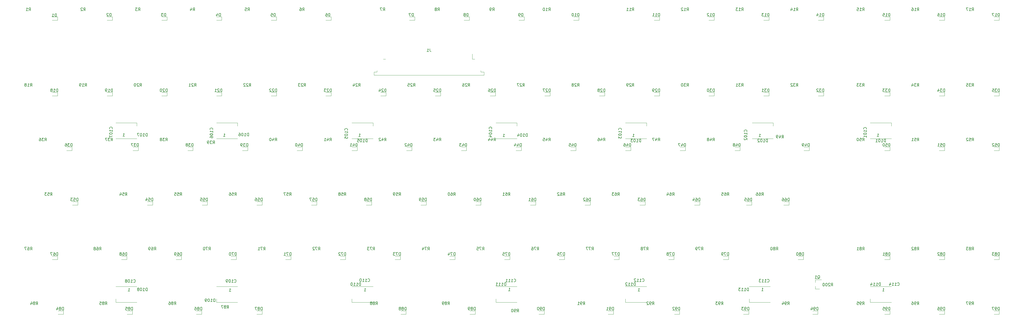
<source format=gbr>
G04 #@! TF.GenerationSoftware,KiCad,Pcbnew,5.1.5-52549c5~84~ubuntu16.04.1*
G04 #@! TF.CreationDate,2020-02-24T16:10:50+06:00*
G04 #@! TF.ProjectId,wasd-kbd80,77617364-2d6b-4626-9438-302e6b696361,rev?*
G04 #@! TF.SameCoordinates,Original*
G04 #@! TF.FileFunction,Legend,Bot*
G04 #@! TF.FilePolarity,Positive*
%FSLAX46Y46*%
G04 Gerber Fmt 4.6, Leading zero omitted, Abs format (unit mm)*
G04 Created by KiCad (PCBNEW 5.1.5-52549c5~84~ubuntu16.04.1) date 2020-02-24 16:10:50*
%MOMM*%
%LPD*%
G04 APERTURE LIST*
%ADD10C,0.120000*%
%ADD11C,0.150000*%
G04 APERTURE END LIST*
D10*
X64300000Y-109600000D02*
X66150000Y-109600000D01*
X64300000Y-108400000D02*
X66150000Y-108400000D01*
X66150000Y-108400000D02*
X66150000Y-109600000D01*
X348350000Y-150750000D02*
X355650000Y-150750000D01*
X348350000Y-145250000D02*
X355650000Y-145250000D01*
X355650000Y-145250000D02*
X355650000Y-146400000D01*
X314650000Y-145250000D02*
X314650000Y-146400000D01*
X307350000Y-145250000D02*
X314650000Y-145250000D01*
X307350000Y-150750000D02*
X314650000Y-150750000D01*
X263350000Y-150750000D02*
X270650000Y-150750000D01*
X263350000Y-145250000D02*
X270650000Y-145250000D01*
X270650000Y-145250000D02*
X270650000Y-146400000D01*
X225650000Y-145250000D02*
X225650000Y-146400000D01*
X218350000Y-145250000D02*
X225650000Y-145250000D01*
X218350000Y-150750000D02*
X225650000Y-150750000D01*
X168350000Y-150750000D02*
X175650000Y-150750000D01*
X168350000Y-145250000D02*
X175650000Y-145250000D01*
X175650000Y-145250000D02*
X175650000Y-146400000D01*
X128650000Y-145250000D02*
X128650000Y-146400000D01*
X121350000Y-145250000D02*
X128650000Y-145250000D01*
X121350000Y-150750000D02*
X128650000Y-150750000D01*
X93650000Y-145250000D02*
X93650000Y-146400000D01*
X86350000Y-145250000D02*
X93650000Y-145250000D01*
X86350000Y-150750000D02*
X93650000Y-150750000D01*
X93650000Y-202250000D02*
X86350000Y-202250000D01*
X93650000Y-207750000D02*
X86350000Y-207750000D01*
X86350000Y-207750000D02*
X86350000Y-206600000D01*
X121350000Y-207750000D02*
X121350000Y-206600000D01*
X128650000Y-207750000D02*
X121350000Y-207750000D01*
X128650000Y-202250000D02*
X121350000Y-202250000D01*
X175650000Y-202250000D02*
X168350000Y-202250000D01*
X175650000Y-207750000D02*
X168350000Y-207750000D01*
X168350000Y-207750000D02*
X168350000Y-206600000D01*
X225650000Y-202250000D02*
X218350000Y-202250000D01*
X225650000Y-207750000D02*
X218350000Y-207750000D01*
X218350000Y-207750000D02*
X218350000Y-206600000D01*
X263350000Y-207750000D02*
X263350000Y-206600000D01*
X270650000Y-207750000D02*
X263350000Y-207750000D01*
X270650000Y-202250000D02*
X263350000Y-202250000D01*
X306350000Y-207750000D02*
X306350000Y-206600000D01*
X313650000Y-207750000D02*
X306350000Y-207750000D01*
X313650000Y-202250000D02*
X306350000Y-202250000D01*
X355650000Y-202250000D02*
X348350000Y-202250000D01*
X355650000Y-207750000D02*
X348350000Y-207750000D01*
X348350000Y-207750000D02*
X348350000Y-206600000D01*
X329240000Y-203080000D02*
X329240000Y-202150000D01*
X329240000Y-199920000D02*
X329240000Y-200850000D01*
X329240000Y-199920000D02*
X331400000Y-199920000D01*
X329240000Y-203080000D02*
X330700000Y-203080000D01*
X83300000Y-109600000D02*
X85150000Y-109600000D01*
X83300000Y-108400000D02*
X85150000Y-108400000D01*
X85150000Y-108400000D02*
X85150000Y-109600000D01*
X102300000Y-109600000D02*
X104150000Y-109600000D01*
X102300000Y-108400000D02*
X104150000Y-108400000D01*
X104150000Y-108400000D02*
X104150000Y-109600000D01*
X121300000Y-109600000D02*
X123150000Y-109600000D01*
X121300000Y-108400000D02*
X123150000Y-108400000D01*
X123150000Y-108400000D02*
X123150000Y-109600000D01*
X140300000Y-109600000D02*
X142150000Y-109600000D01*
X140300000Y-108400000D02*
X142150000Y-108400000D01*
X142150000Y-108400000D02*
X142150000Y-109600000D01*
X159300000Y-109600000D02*
X161150000Y-109600000D01*
X159300000Y-108400000D02*
X161150000Y-108400000D01*
X161150000Y-108400000D02*
X161150000Y-109600000D01*
X190150000Y-108400000D02*
X190150000Y-109600000D01*
X188300000Y-108400000D02*
X190150000Y-108400000D01*
X188300000Y-109600000D02*
X190150000Y-109600000D01*
X207300000Y-109600000D02*
X209150000Y-109600000D01*
X207300000Y-108400000D02*
X209150000Y-108400000D01*
X209150000Y-108400000D02*
X209150000Y-109600000D01*
X226300000Y-109600000D02*
X228150000Y-109600000D01*
X226300000Y-108400000D02*
X228150000Y-108400000D01*
X228150000Y-108400000D02*
X228150000Y-109600000D01*
X245300000Y-109600000D02*
X247150000Y-109600000D01*
X245300000Y-108400000D02*
X247150000Y-108400000D01*
X247150000Y-108400000D02*
X247150000Y-109600000D01*
X273300000Y-109600000D02*
X275150000Y-109600000D01*
X273300000Y-108400000D02*
X275150000Y-108400000D01*
X275150000Y-108400000D02*
X275150000Y-109600000D01*
X294150000Y-108400000D02*
X294150000Y-109600000D01*
X292300000Y-108400000D02*
X294150000Y-108400000D01*
X292300000Y-109600000D02*
X294150000Y-109600000D01*
X311300000Y-109600000D02*
X313150000Y-109600000D01*
X311300000Y-108400000D02*
X313150000Y-108400000D01*
X313150000Y-108400000D02*
X313150000Y-109600000D01*
X330300000Y-109600000D02*
X332150000Y-109600000D01*
X330300000Y-108400000D02*
X332150000Y-108400000D01*
X332150000Y-108400000D02*
X332150000Y-109600000D01*
X355150000Y-108400000D02*
X355150000Y-109600000D01*
X353300000Y-108400000D02*
X355150000Y-108400000D01*
X353300000Y-109600000D02*
X355150000Y-109600000D01*
X374150000Y-108400000D02*
X374150000Y-109600000D01*
X372300000Y-108400000D02*
X374150000Y-108400000D01*
X372300000Y-109600000D02*
X374150000Y-109600000D01*
X391300000Y-109600000D02*
X393150000Y-109600000D01*
X391300000Y-108400000D02*
X393150000Y-108400000D01*
X393150000Y-108400000D02*
X393150000Y-109600000D01*
X64300000Y-135900000D02*
X66150000Y-135900000D01*
X64300000Y-134700000D02*
X66150000Y-134700000D01*
X66150000Y-134700000D02*
X66150000Y-135900000D01*
X85150000Y-134700000D02*
X85150000Y-135900000D01*
X83300000Y-134700000D02*
X85150000Y-134700000D01*
X83300000Y-135900000D02*
X85150000Y-135900000D01*
X102300000Y-135900000D02*
X104150000Y-135900000D01*
X102300000Y-134700000D02*
X104150000Y-134700000D01*
X104150000Y-134700000D02*
X104150000Y-135900000D01*
X123150000Y-134700000D02*
X123150000Y-135900000D01*
X121300000Y-134700000D02*
X123150000Y-134700000D01*
X121300000Y-135900000D02*
X123150000Y-135900000D01*
X142150000Y-134700000D02*
X142150000Y-135900000D01*
X140300000Y-134700000D02*
X142150000Y-134700000D01*
X140300000Y-135900000D02*
X142150000Y-135900000D01*
X159300000Y-135900000D02*
X161150000Y-135900000D01*
X159300000Y-134700000D02*
X161150000Y-134700000D01*
X161150000Y-134700000D02*
X161150000Y-135900000D01*
X178300000Y-135900000D02*
X180150000Y-135900000D01*
X178300000Y-134700000D02*
X180150000Y-134700000D01*
X180150000Y-134700000D02*
X180150000Y-135900000D01*
X197300000Y-135900000D02*
X199150000Y-135900000D01*
X197300000Y-134700000D02*
X199150000Y-134700000D01*
X199150000Y-134700000D02*
X199150000Y-135900000D01*
X216300000Y-135900000D02*
X218150000Y-135900000D01*
X216300000Y-134700000D02*
X218150000Y-134700000D01*
X218150000Y-134700000D02*
X218150000Y-135900000D01*
X237150000Y-134700000D02*
X237150000Y-135900000D01*
X235300000Y-134700000D02*
X237150000Y-134700000D01*
X235300000Y-135900000D02*
X237150000Y-135900000D01*
X256150000Y-134700000D02*
X256150000Y-135900000D01*
X254300000Y-134700000D02*
X256150000Y-134700000D01*
X254300000Y-135900000D02*
X256150000Y-135900000D01*
X275150000Y-134700000D02*
X275150000Y-135900000D01*
X273300000Y-134700000D02*
X275150000Y-134700000D01*
X273300000Y-135900000D02*
X275150000Y-135900000D01*
X294150000Y-134700000D02*
X294150000Y-135900000D01*
X292300000Y-134700000D02*
X294150000Y-134700000D01*
X292300000Y-135900000D02*
X294150000Y-135900000D01*
X313150000Y-134700000D02*
X313150000Y-135900000D01*
X311300000Y-134700000D02*
X313150000Y-134700000D01*
X311300000Y-135900000D02*
X313150000Y-135900000D01*
X330300000Y-135900000D02*
X332150000Y-135900000D01*
X330300000Y-134700000D02*
X332150000Y-134700000D01*
X332150000Y-134700000D02*
X332150000Y-135900000D01*
X353300000Y-135900000D02*
X355150000Y-135900000D01*
X353300000Y-134700000D02*
X355150000Y-134700000D01*
X355150000Y-134700000D02*
X355150000Y-135900000D01*
X372300000Y-135900000D02*
X374150000Y-135900000D01*
X372300000Y-134700000D02*
X374150000Y-134700000D01*
X374150000Y-134700000D02*
X374150000Y-135900000D01*
X393150000Y-134700000D02*
X393150000Y-135900000D01*
X391300000Y-134700000D02*
X393150000Y-134700000D01*
X391300000Y-135900000D02*
X393150000Y-135900000D01*
X71150000Y-153700000D02*
X71150000Y-154900000D01*
X69300000Y-153700000D02*
X71150000Y-153700000D01*
X69300000Y-154900000D02*
X71150000Y-154900000D01*
X94150000Y-153700000D02*
X94150000Y-154900000D01*
X92300000Y-153700000D02*
X94150000Y-153700000D01*
X92300000Y-154900000D02*
X94150000Y-154900000D01*
X113150000Y-153700000D02*
X113150000Y-154900000D01*
X111300000Y-153700000D02*
X113150000Y-153700000D01*
X111300000Y-154900000D02*
X113150000Y-154900000D01*
X132150000Y-153700000D02*
X132150000Y-154900000D01*
X130300000Y-153700000D02*
X132150000Y-153700000D01*
X130300000Y-154900000D02*
X132150000Y-154900000D01*
X149300000Y-154900000D02*
X151150000Y-154900000D01*
X149300000Y-153700000D02*
X151150000Y-153700000D01*
X151150000Y-153700000D02*
X151150000Y-154900000D01*
X168300000Y-154900000D02*
X170150000Y-154900000D01*
X168300000Y-153700000D02*
X170150000Y-153700000D01*
X170150000Y-153700000D02*
X170150000Y-154900000D01*
X189150000Y-153700000D02*
X189150000Y-154900000D01*
X187300000Y-153700000D02*
X189150000Y-153700000D01*
X187300000Y-154900000D02*
X189150000Y-154900000D01*
X206300000Y-154900000D02*
X208150000Y-154900000D01*
X206300000Y-153700000D02*
X208150000Y-153700000D01*
X208150000Y-153700000D02*
X208150000Y-154900000D01*
X227150000Y-153700000D02*
X227150000Y-154900000D01*
X225300000Y-153700000D02*
X227150000Y-153700000D01*
X225300000Y-154900000D02*
X227150000Y-154900000D01*
X246150000Y-153700000D02*
X246150000Y-154900000D01*
X244300000Y-153700000D02*
X246150000Y-153700000D01*
X244300000Y-154900000D02*
X246150000Y-154900000D01*
X263300000Y-154900000D02*
X265150000Y-154900000D01*
X263300000Y-153700000D02*
X265150000Y-153700000D01*
X265150000Y-153700000D02*
X265150000Y-154900000D01*
X284150000Y-153700000D02*
X284150000Y-154900000D01*
X282300000Y-153700000D02*
X284150000Y-153700000D01*
X282300000Y-154900000D02*
X284150000Y-154900000D01*
X303150000Y-153700000D02*
X303150000Y-154900000D01*
X301300000Y-153700000D02*
X303150000Y-153700000D01*
X301300000Y-154900000D02*
X303150000Y-154900000D01*
X327150000Y-153700000D02*
X327150000Y-154900000D01*
X325300000Y-153700000D02*
X327150000Y-153700000D01*
X325300000Y-154900000D02*
X327150000Y-154900000D01*
X355150000Y-153700000D02*
X355150000Y-154900000D01*
X353300000Y-153700000D02*
X355150000Y-153700000D01*
X353300000Y-154900000D02*
X355150000Y-154900000D01*
X372300000Y-154900000D02*
X374150000Y-154900000D01*
X372300000Y-153700000D02*
X374150000Y-153700000D01*
X374150000Y-153700000D02*
X374150000Y-154900000D01*
X393150000Y-153700000D02*
X393150000Y-154900000D01*
X391300000Y-153700000D02*
X393150000Y-153700000D01*
X391300000Y-154900000D02*
X393150000Y-154900000D01*
X73150000Y-172700000D02*
X73150000Y-173900000D01*
X71300000Y-172700000D02*
X73150000Y-172700000D01*
X71300000Y-173900000D02*
X73150000Y-173900000D01*
X97300000Y-173900000D02*
X99150000Y-173900000D01*
X97300000Y-172700000D02*
X99150000Y-172700000D01*
X99150000Y-172700000D02*
X99150000Y-173900000D01*
X118150000Y-172700000D02*
X118150000Y-173900000D01*
X116300000Y-172700000D02*
X118150000Y-172700000D01*
X116300000Y-173900000D02*
X118150000Y-173900000D01*
X135300000Y-173900000D02*
X137150000Y-173900000D01*
X135300000Y-172700000D02*
X137150000Y-172700000D01*
X137150000Y-172700000D02*
X137150000Y-173900000D01*
X156150000Y-172700000D02*
X156150000Y-173900000D01*
X154300000Y-172700000D02*
X156150000Y-172700000D01*
X154300000Y-173900000D02*
X156150000Y-173900000D01*
X175150000Y-172700000D02*
X175150000Y-173900000D01*
X173300000Y-172700000D02*
X175150000Y-172700000D01*
X173300000Y-173900000D02*
X175150000Y-173900000D01*
X194150000Y-172700000D02*
X194150000Y-173900000D01*
X192300000Y-172700000D02*
X194150000Y-172700000D01*
X192300000Y-173900000D02*
X194150000Y-173900000D01*
X213150000Y-172700000D02*
X213150000Y-173900000D01*
X211300000Y-172700000D02*
X213150000Y-172700000D01*
X211300000Y-173900000D02*
X213150000Y-173900000D01*
X230300000Y-173900000D02*
X232150000Y-173900000D01*
X230300000Y-172700000D02*
X232150000Y-172700000D01*
X232150000Y-172700000D02*
X232150000Y-173900000D01*
X251150000Y-172700000D02*
X251150000Y-173900000D01*
X249300000Y-172700000D02*
X251150000Y-172700000D01*
X249300000Y-173900000D02*
X251150000Y-173900000D01*
X268300000Y-173900000D02*
X270150000Y-173900000D01*
X268300000Y-172700000D02*
X270150000Y-172700000D01*
X270150000Y-172700000D02*
X270150000Y-173900000D01*
X287300000Y-173900000D02*
X289150000Y-173900000D01*
X287300000Y-172700000D02*
X289150000Y-172700000D01*
X289150000Y-172700000D02*
X289150000Y-173900000D01*
X307150000Y-172700000D02*
X307150000Y-173900000D01*
X305300000Y-172700000D02*
X307150000Y-172700000D01*
X305300000Y-173900000D02*
X307150000Y-173900000D01*
X318300000Y-173900000D02*
X320150000Y-173900000D01*
X318300000Y-172700000D02*
X320150000Y-172700000D01*
X320150000Y-172700000D02*
X320150000Y-173900000D01*
X66150000Y-191700000D02*
X66150000Y-192900000D01*
X64300000Y-191700000D02*
X66150000Y-191700000D01*
X64300000Y-192900000D02*
X66150000Y-192900000D01*
X88300000Y-192900000D02*
X90150000Y-192900000D01*
X88300000Y-191700000D02*
X90150000Y-191700000D01*
X90150000Y-191700000D02*
X90150000Y-192900000D01*
X109150000Y-191700000D02*
X109150000Y-192900000D01*
X107300000Y-191700000D02*
X109150000Y-191700000D01*
X107300000Y-192900000D02*
X109150000Y-192900000D01*
X126300000Y-192900000D02*
X128150000Y-192900000D01*
X126300000Y-191700000D02*
X128150000Y-191700000D01*
X128150000Y-191700000D02*
X128150000Y-192900000D01*
X145300000Y-192900000D02*
X147150000Y-192900000D01*
X145300000Y-191700000D02*
X147150000Y-191700000D01*
X147150000Y-191700000D02*
X147150000Y-192900000D01*
X164300000Y-192900000D02*
X166150000Y-192900000D01*
X164300000Y-191700000D02*
X166150000Y-191700000D01*
X166150000Y-191700000D02*
X166150000Y-192900000D01*
X185150000Y-191700000D02*
X185150000Y-192900000D01*
X183300000Y-191700000D02*
X185150000Y-191700000D01*
X183300000Y-192900000D02*
X185150000Y-192900000D01*
X204150000Y-191700000D02*
X204150000Y-192900000D01*
X202300000Y-191700000D02*
X204150000Y-191700000D01*
X202300000Y-192900000D02*
X204150000Y-192900000D01*
X223150000Y-191700000D02*
X223150000Y-192900000D01*
X221300000Y-191700000D02*
X223150000Y-191700000D01*
X221300000Y-192900000D02*
X223150000Y-192900000D01*
X240300000Y-192900000D02*
X242150000Y-192900000D01*
X240300000Y-191700000D02*
X242150000Y-191700000D01*
X242150000Y-191700000D02*
X242150000Y-192900000D01*
X261150000Y-191700000D02*
X261150000Y-192900000D01*
X259300000Y-191700000D02*
X261150000Y-191700000D01*
X259300000Y-192900000D02*
X261150000Y-192900000D01*
X278300000Y-192900000D02*
X280150000Y-192900000D01*
X278300000Y-191700000D02*
X280150000Y-191700000D01*
X280150000Y-191700000D02*
X280150000Y-192900000D01*
X297300000Y-192900000D02*
X299150000Y-192900000D01*
X297300000Y-191700000D02*
X299150000Y-191700000D01*
X299150000Y-191700000D02*
X299150000Y-192900000D01*
X325150000Y-191700000D02*
X325150000Y-192900000D01*
X323300000Y-191700000D02*
X325150000Y-191700000D01*
X323300000Y-192900000D02*
X325150000Y-192900000D01*
X355150000Y-191700000D02*
X355150000Y-192900000D01*
X353300000Y-191700000D02*
X355150000Y-191700000D01*
X353300000Y-192900000D02*
X355150000Y-192900000D01*
X372300000Y-192900000D02*
X374150000Y-192900000D01*
X372300000Y-191700000D02*
X374150000Y-191700000D01*
X374150000Y-191700000D02*
X374150000Y-192900000D01*
X391300000Y-192900000D02*
X393150000Y-192900000D01*
X391300000Y-191700000D02*
X393150000Y-191700000D01*
X393150000Y-191700000D02*
X393150000Y-192900000D01*
X66300000Y-211900000D02*
X68150000Y-211900000D01*
X66300000Y-210700000D02*
X68150000Y-210700000D01*
X68150000Y-210700000D02*
X68150000Y-211900000D01*
X90300000Y-211900000D02*
X92150000Y-211900000D01*
X90300000Y-210700000D02*
X92150000Y-210700000D01*
X92150000Y-210700000D02*
X92150000Y-211900000D01*
X114300000Y-211900000D02*
X116150000Y-211900000D01*
X114300000Y-210700000D02*
X116150000Y-210700000D01*
X116150000Y-210700000D02*
X116150000Y-211900000D01*
X135300000Y-211900000D02*
X137150000Y-211900000D01*
X135300000Y-210700000D02*
X137150000Y-210700000D01*
X137150000Y-210700000D02*
X137150000Y-211900000D01*
X187150000Y-210700000D02*
X187150000Y-211900000D01*
X185300000Y-210700000D02*
X187150000Y-210700000D01*
X185300000Y-211900000D02*
X187150000Y-211900000D01*
X209300000Y-211900000D02*
X211150000Y-211900000D01*
X209300000Y-210700000D02*
X211150000Y-210700000D01*
X211150000Y-210700000D02*
X211150000Y-211900000D01*
X235150000Y-210700000D02*
X235150000Y-211900000D01*
X233300000Y-210700000D02*
X235150000Y-210700000D01*
X233300000Y-211900000D02*
X235150000Y-211900000D01*
X259150000Y-210700000D02*
X259150000Y-211900000D01*
X257300000Y-210700000D02*
X259150000Y-210700000D01*
X257300000Y-211900000D02*
X259150000Y-211900000D01*
X280300000Y-211900000D02*
X282150000Y-211900000D01*
X280300000Y-210700000D02*
X282150000Y-210700000D01*
X282150000Y-210700000D02*
X282150000Y-211900000D01*
X304300000Y-211900000D02*
X306150000Y-211900000D01*
X304300000Y-210700000D02*
X306150000Y-210700000D01*
X306150000Y-210700000D02*
X306150000Y-211900000D01*
X330150000Y-210700000D02*
X330150000Y-211900000D01*
X328300000Y-210700000D02*
X330150000Y-210700000D01*
X328300000Y-211900000D02*
X330150000Y-211900000D01*
X355150000Y-210700000D02*
X355150000Y-211900000D01*
X353300000Y-210700000D02*
X355150000Y-210700000D01*
X353300000Y-211900000D02*
X355150000Y-211900000D01*
X374150000Y-210700000D02*
X374150000Y-211900000D01*
X372300000Y-210700000D02*
X374150000Y-210700000D01*
X372300000Y-211900000D02*
X374150000Y-211900000D01*
X393150000Y-210700000D02*
X393150000Y-211900000D01*
X391300000Y-210700000D02*
X393150000Y-210700000D01*
X391300000Y-211900000D02*
X393150000Y-211900000D01*
X177055000Y-127060000D02*
X177055000Y-127600000D01*
X177055000Y-127600000D02*
X176030000Y-127600000D01*
X176030000Y-127600000D02*
X176030000Y-128710000D01*
X176030000Y-128710000D02*
X214170000Y-128710000D01*
X214170000Y-128710000D02*
X214170000Y-127600000D01*
X214170000Y-127600000D02*
X213145000Y-127600000D01*
X213145000Y-127600000D02*
X213145000Y-127060000D01*
X210990000Y-123090000D02*
X210165000Y-123090000D01*
X210165000Y-123090000D02*
X210165000Y-121290000D01*
X180035000Y-123090000D02*
X179210000Y-123090000D01*
D11*
X65738095Y-108282380D02*
X65738095Y-107282380D01*
X65500000Y-107282380D01*
X65357142Y-107330000D01*
X65261904Y-107425238D01*
X65214285Y-107520476D01*
X65166666Y-107710952D01*
X65166666Y-107853809D01*
X65214285Y-108044285D01*
X65261904Y-108139523D01*
X65357142Y-108234761D01*
X65500000Y-108282380D01*
X65738095Y-108282380D01*
X64214285Y-108282380D02*
X64785714Y-108282380D01*
X64500000Y-108282380D02*
X64500000Y-107282380D01*
X64595238Y-107425238D01*
X64690476Y-107520476D01*
X64785714Y-107568095D01*
X75166666Y-106282380D02*
X75500000Y-105806190D01*
X75738095Y-106282380D02*
X75738095Y-105282380D01*
X75357142Y-105282380D01*
X75261904Y-105330000D01*
X75214285Y-105377619D01*
X75166666Y-105472857D01*
X75166666Y-105615714D01*
X75214285Y-105710952D01*
X75261904Y-105758571D01*
X75357142Y-105806190D01*
X75738095Y-105806190D01*
X74785714Y-105377619D02*
X74738095Y-105330000D01*
X74642857Y-105282380D01*
X74404761Y-105282380D01*
X74309523Y-105330000D01*
X74261904Y-105377619D01*
X74214285Y-105472857D01*
X74214285Y-105568095D01*
X74261904Y-105710952D01*
X74833333Y-106282380D01*
X74214285Y-106282380D01*
X56166666Y-106282380D02*
X56500000Y-105806190D01*
X56738095Y-106282380D02*
X56738095Y-105282380D01*
X56357142Y-105282380D01*
X56261904Y-105330000D01*
X56214285Y-105377619D01*
X56166666Y-105472857D01*
X56166666Y-105615714D01*
X56214285Y-105710952D01*
X56261904Y-105758571D01*
X56357142Y-105806190D01*
X56738095Y-105806190D01*
X55214285Y-106282380D02*
X55785714Y-106282380D01*
X55500000Y-106282380D02*
X55500000Y-105282380D01*
X55595238Y-105425238D01*
X55690476Y-105520476D01*
X55785714Y-105568095D01*
X94166666Y-106282380D02*
X94500000Y-105806190D01*
X94738095Y-106282380D02*
X94738095Y-105282380D01*
X94357142Y-105282380D01*
X94261904Y-105330000D01*
X94214285Y-105377619D01*
X94166666Y-105472857D01*
X94166666Y-105615714D01*
X94214285Y-105710952D01*
X94261904Y-105758571D01*
X94357142Y-105806190D01*
X94738095Y-105806190D01*
X93833333Y-105282380D02*
X93214285Y-105282380D01*
X93547619Y-105663333D01*
X93404761Y-105663333D01*
X93309523Y-105710952D01*
X93261904Y-105758571D01*
X93214285Y-105853809D01*
X93214285Y-106091904D01*
X93261904Y-106187142D01*
X93309523Y-106234761D01*
X93404761Y-106282380D01*
X93690476Y-106282380D01*
X93785714Y-106234761D01*
X93833333Y-106187142D01*
X113166666Y-106282380D02*
X113500000Y-105806190D01*
X113738095Y-106282380D02*
X113738095Y-105282380D01*
X113357142Y-105282380D01*
X113261904Y-105330000D01*
X113214285Y-105377619D01*
X113166666Y-105472857D01*
X113166666Y-105615714D01*
X113214285Y-105710952D01*
X113261904Y-105758571D01*
X113357142Y-105806190D01*
X113738095Y-105806190D01*
X112309523Y-105615714D02*
X112309523Y-106282380D01*
X112547619Y-105234761D02*
X112785714Y-105949047D01*
X112166666Y-105949047D01*
X132166666Y-106282380D02*
X132500000Y-105806190D01*
X132738095Y-106282380D02*
X132738095Y-105282380D01*
X132357142Y-105282380D01*
X132261904Y-105330000D01*
X132214285Y-105377619D01*
X132166666Y-105472857D01*
X132166666Y-105615714D01*
X132214285Y-105710952D01*
X132261904Y-105758571D01*
X132357142Y-105806190D01*
X132738095Y-105806190D01*
X131261904Y-105282380D02*
X131738095Y-105282380D01*
X131785714Y-105758571D01*
X131738095Y-105710952D01*
X131642857Y-105663333D01*
X131404761Y-105663333D01*
X131309523Y-105710952D01*
X131261904Y-105758571D01*
X131214285Y-105853809D01*
X131214285Y-106091904D01*
X131261904Y-106187142D01*
X131309523Y-106234761D01*
X131404761Y-106282380D01*
X131642857Y-106282380D01*
X131738095Y-106234761D01*
X131785714Y-106187142D01*
X151166666Y-106282380D02*
X151500000Y-105806190D01*
X151738095Y-106282380D02*
X151738095Y-105282380D01*
X151357142Y-105282380D01*
X151261904Y-105330000D01*
X151214285Y-105377619D01*
X151166666Y-105472857D01*
X151166666Y-105615714D01*
X151214285Y-105710952D01*
X151261904Y-105758571D01*
X151357142Y-105806190D01*
X151738095Y-105806190D01*
X150309523Y-105282380D02*
X150500000Y-105282380D01*
X150595238Y-105330000D01*
X150642857Y-105377619D01*
X150738095Y-105520476D01*
X150785714Y-105710952D01*
X150785714Y-106091904D01*
X150738095Y-106187142D01*
X150690476Y-106234761D01*
X150595238Y-106282380D01*
X150404761Y-106282380D01*
X150309523Y-106234761D01*
X150261904Y-106187142D01*
X150214285Y-106091904D01*
X150214285Y-105853809D01*
X150261904Y-105758571D01*
X150309523Y-105710952D01*
X150404761Y-105663333D01*
X150595238Y-105663333D01*
X150690476Y-105710952D01*
X150738095Y-105758571D01*
X150785714Y-105853809D01*
X179166666Y-106282380D02*
X179500000Y-105806190D01*
X179738095Y-106282380D02*
X179738095Y-105282380D01*
X179357142Y-105282380D01*
X179261904Y-105330000D01*
X179214285Y-105377619D01*
X179166666Y-105472857D01*
X179166666Y-105615714D01*
X179214285Y-105710952D01*
X179261904Y-105758571D01*
X179357142Y-105806190D01*
X179738095Y-105806190D01*
X178833333Y-105282380D02*
X178166666Y-105282380D01*
X178595238Y-106282380D01*
X198166666Y-106282380D02*
X198500000Y-105806190D01*
X198738095Y-106282380D02*
X198738095Y-105282380D01*
X198357142Y-105282380D01*
X198261904Y-105330000D01*
X198214285Y-105377619D01*
X198166666Y-105472857D01*
X198166666Y-105615714D01*
X198214285Y-105710952D01*
X198261904Y-105758571D01*
X198357142Y-105806190D01*
X198738095Y-105806190D01*
X197595238Y-105710952D02*
X197690476Y-105663333D01*
X197738095Y-105615714D01*
X197785714Y-105520476D01*
X197785714Y-105472857D01*
X197738095Y-105377619D01*
X197690476Y-105330000D01*
X197595238Y-105282380D01*
X197404761Y-105282380D01*
X197309523Y-105330000D01*
X197261904Y-105377619D01*
X197214285Y-105472857D01*
X197214285Y-105520476D01*
X197261904Y-105615714D01*
X197309523Y-105663333D01*
X197404761Y-105710952D01*
X197595238Y-105710952D01*
X197690476Y-105758571D01*
X197738095Y-105806190D01*
X197785714Y-105901428D01*
X197785714Y-106091904D01*
X197738095Y-106187142D01*
X197690476Y-106234761D01*
X197595238Y-106282380D01*
X197404761Y-106282380D01*
X197309523Y-106234761D01*
X197261904Y-106187142D01*
X197214285Y-106091904D01*
X197214285Y-105901428D01*
X197261904Y-105806190D01*
X197309523Y-105758571D01*
X197404761Y-105710952D01*
X217166666Y-106282380D02*
X217500000Y-105806190D01*
X217738095Y-106282380D02*
X217738095Y-105282380D01*
X217357142Y-105282380D01*
X217261904Y-105330000D01*
X217214285Y-105377619D01*
X217166666Y-105472857D01*
X217166666Y-105615714D01*
X217214285Y-105710952D01*
X217261904Y-105758571D01*
X217357142Y-105806190D01*
X217738095Y-105806190D01*
X216690476Y-106282380D02*
X216500000Y-106282380D01*
X216404761Y-106234761D01*
X216357142Y-106187142D01*
X216261904Y-106044285D01*
X216214285Y-105853809D01*
X216214285Y-105472857D01*
X216261904Y-105377619D01*
X216309523Y-105330000D01*
X216404761Y-105282380D01*
X216595238Y-105282380D01*
X216690476Y-105330000D01*
X216738095Y-105377619D01*
X216785714Y-105472857D01*
X216785714Y-105710952D01*
X216738095Y-105806190D01*
X216690476Y-105853809D01*
X216595238Y-105901428D01*
X216404761Y-105901428D01*
X216309523Y-105853809D01*
X216261904Y-105806190D01*
X216214285Y-105710952D01*
X236642857Y-106282380D02*
X236976190Y-105806190D01*
X237214285Y-106282380D02*
X237214285Y-105282380D01*
X236833333Y-105282380D01*
X236738095Y-105330000D01*
X236690476Y-105377619D01*
X236642857Y-105472857D01*
X236642857Y-105615714D01*
X236690476Y-105710952D01*
X236738095Y-105758571D01*
X236833333Y-105806190D01*
X237214285Y-105806190D01*
X235690476Y-106282380D02*
X236261904Y-106282380D01*
X235976190Y-106282380D02*
X235976190Y-105282380D01*
X236071428Y-105425238D01*
X236166666Y-105520476D01*
X236261904Y-105568095D01*
X235071428Y-105282380D02*
X234976190Y-105282380D01*
X234880952Y-105330000D01*
X234833333Y-105377619D01*
X234785714Y-105472857D01*
X234738095Y-105663333D01*
X234738095Y-105901428D01*
X234785714Y-106091904D01*
X234833333Y-106187142D01*
X234880952Y-106234761D01*
X234976190Y-106282380D01*
X235071428Y-106282380D01*
X235166666Y-106234761D01*
X235214285Y-106187142D01*
X235261904Y-106091904D01*
X235309523Y-105901428D01*
X235309523Y-105663333D01*
X235261904Y-105472857D01*
X235214285Y-105377619D01*
X235166666Y-105330000D01*
X235071428Y-105282380D01*
X265642857Y-106282380D02*
X265976190Y-105806190D01*
X266214285Y-106282380D02*
X266214285Y-105282380D01*
X265833333Y-105282380D01*
X265738095Y-105330000D01*
X265690476Y-105377619D01*
X265642857Y-105472857D01*
X265642857Y-105615714D01*
X265690476Y-105710952D01*
X265738095Y-105758571D01*
X265833333Y-105806190D01*
X266214285Y-105806190D01*
X264690476Y-106282380D02*
X265261904Y-106282380D01*
X264976190Y-106282380D02*
X264976190Y-105282380D01*
X265071428Y-105425238D01*
X265166666Y-105520476D01*
X265261904Y-105568095D01*
X263738095Y-106282380D02*
X264309523Y-106282380D01*
X264023809Y-106282380D02*
X264023809Y-105282380D01*
X264119047Y-105425238D01*
X264214285Y-105520476D01*
X264309523Y-105568095D01*
X284642857Y-106282380D02*
X284976190Y-105806190D01*
X285214285Y-106282380D02*
X285214285Y-105282380D01*
X284833333Y-105282380D01*
X284738095Y-105330000D01*
X284690476Y-105377619D01*
X284642857Y-105472857D01*
X284642857Y-105615714D01*
X284690476Y-105710952D01*
X284738095Y-105758571D01*
X284833333Y-105806190D01*
X285214285Y-105806190D01*
X283690476Y-106282380D02*
X284261904Y-106282380D01*
X283976190Y-106282380D02*
X283976190Y-105282380D01*
X284071428Y-105425238D01*
X284166666Y-105520476D01*
X284261904Y-105568095D01*
X283309523Y-105377619D02*
X283261904Y-105330000D01*
X283166666Y-105282380D01*
X282928571Y-105282380D01*
X282833333Y-105330000D01*
X282785714Y-105377619D01*
X282738095Y-105472857D01*
X282738095Y-105568095D01*
X282785714Y-105710952D01*
X283357142Y-106282380D01*
X282738095Y-106282380D01*
X303642857Y-106282380D02*
X303976190Y-105806190D01*
X304214285Y-106282380D02*
X304214285Y-105282380D01*
X303833333Y-105282380D01*
X303738095Y-105330000D01*
X303690476Y-105377619D01*
X303642857Y-105472857D01*
X303642857Y-105615714D01*
X303690476Y-105710952D01*
X303738095Y-105758571D01*
X303833333Y-105806190D01*
X304214285Y-105806190D01*
X302690476Y-106282380D02*
X303261904Y-106282380D01*
X302976190Y-106282380D02*
X302976190Y-105282380D01*
X303071428Y-105425238D01*
X303166666Y-105520476D01*
X303261904Y-105568095D01*
X302357142Y-105282380D02*
X301738095Y-105282380D01*
X302071428Y-105663333D01*
X301928571Y-105663333D01*
X301833333Y-105710952D01*
X301785714Y-105758571D01*
X301738095Y-105853809D01*
X301738095Y-106091904D01*
X301785714Y-106187142D01*
X301833333Y-106234761D01*
X301928571Y-106282380D01*
X302214285Y-106282380D01*
X302309523Y-106234761D01*
X302357142Y-106187142D01*
X322642857Y-106282380D02*
X322976190Y-105806190D01*
X323214285Y-106282380D02*
X323214285Y-105282380D01*
X322833333Y-105282380D01*
X322738095Y-105330000D01*
X322690476Y-105377619D01*
X322642857Y-105472857D01*
X322642857Y-105615714D01*
X322690476Y-105710952D01*
X322738095Y-105758571D01*
X322833333Y-105806190D01*
X323214285Y-105806190D01*
X321690476Y-106282380D02*
X322261904Y-106282380D01*
X321976190Y-106282380D02*
X321976190Y-105282380D01*
X322071428Y-105425238D01*
X322166666Y-105520476D01*
X322261904Y-105568095D01*
X320833333Y-105615714D02*
X320833333Y-106282380D01*
X321071428Y-105234761D02*
X321309523Y-105949047D01*
X320690476Y-105949047D01*
X345642857Y-106282380D02*
X345976190Y-105806190D01*
X346214285Y-106282380D02*
X346214285Y-105282380D01*
X345833333Y-105282380D01*
X345738095Y-105330000D01*
X345690476Y-105377619D01*
X345642857Y-105472857D01*
X345642857Y-105615714D01*
X345690476Y-105710952D01*
X345738095Y-105758571D01*
X345833333Y-105806190D01*
X346214285Y-105806190D01*
X344690476Y-106282380D02*
X345261904Y-106282380D01*
X344976190Y-106282380D02*
X344976190Y-105282380D01*
X345071428Y-105425238D01*
X345166666Y-105520476D01*
X345261904Y-105568095D01*
X343785714Y-105282380D02*
X344261904Y-105282380D01*
X344309523Y-105758571D01*
X344261904Y-105710952D01*
X344166666Y-105663333D01*
X343928571Y-105663333D01*
X343833333Y-105710952D01*
X343785714Y-105758571D01*
X343738095Y-105853809D01*
X343738095Y-106091904D01*
X343785714Y-106187142D01*
X343833333Y-106234761D01*
X343928571Y-106282380D01*
X344166666Y-106282380D01*
X344261904Y-106234761D01*
X344309523Y-106187142D01*
X364642857Y-106282380D02*
X364976190Y-105806190D01*
X365214285Y-106282380D02*
X365214285Y-105282380D01*
X364833333Y-105282380D01*
X364738095Y-105330000D01*
X364690476Y-105377619D01*
X364642857Y-105472857D01*
X364642857Y-105615714D01*
X364690476Y-105710952D01*
X364738095Y-105758571D01*
X364833333Y-105806190D01*
X365214285Y-105806190D01*
X363690476Y-106282380D02*
X364261904Y-106282380D01*
X363976190Y-106282380D02*
X363976190Y-105282380D01*
X364071428Y-105425238D01*
X364166666Y-105520476D01*
X364261904Y-105568095D01*
X362833333Y-105282380D02*
X363023809Y-105282380D01*
X363119047Y-105330000D01*
X363166666Y-105377619D01*
X363261904Y-105520476D01*
X363309523Y-105710952D01*
X363309523Y-106091904D01*
X363261904Y-106187142D01*
X363214285Y-106234761D01*
X363119047Y-106282380D01*
X362928571Y-106282380D01*
X362833333Y-106234761D01*
X362785714Y-106187142D01*
X362738095Y-106091904D01*
X362738095Y-105853809D01*
X362785714Y-105758571D01*
X362833333Y-105710952D01*
X362928571Y-105663333D01*
X363119047Y-105663333D01*
X363214285Y-105710952D01*
X363261904Y-105758571D01*
X363309523Y-105853809D01*
X383642857Y-106282380D02*
X383976190Y-105806190D01*
X384214285Y-106282380D02*
X384214285Y-105282380D01*
X383833333Y-105282380D01*
X383738095Y-105330000D01*
X383690476Y-105377619D01*
X383642857Y-105472857D01*
X383642857Y-105615714D01*
X383690476Y-105710952D01*
X383738095Y-105758571D01*
X383833333Y-105806190D01*
X384214285Y-105806190D01*
X382690476Y-106282380D02*
X383261904Y-106282380D01*
X382976190Y-106282380D02*
X382976190Y-105282380D01*
X383071428Y-105425238D01*
X383166666Y-105520476D01*
X383261904Y-105568095D01*
X382357142Y-105282380D02*
X381690476Y-105282380D01*
X382119047Y-106282380D01*
X56642857Y-132582380D02*
X56976190Y-132106190D01*
X57214285Y-132582380D02*
X57214285Y-131582380D01*
X56833333Y-131582380D01*
X56738095Y-131630000D01*
X56690476Y-131677619D01*
X56642857Y-131772857D01*
X56642857Y-131915714D01*
X56690476Y-132010952D01*
X56738095Y-132058571D01*
X56833333Y-132106190D01*
X57214285Y-132106190D01*
X55690476Y-132582380D02*
X56261904Y-132582380D01*
X55976190Y-132582380D02*
X55976190Y-131582380D01*
X56071428Y-131725238D01*
X56166666Y-131820476D01*
X56261904Y-131868095D01*
X55119047Y-132010952D02*
X55214285Y-131963333D01*
X55261904Y-131915714D01*
X55309523Y-131820476D01*
X55309523Y-131772857D01*
X55261904Y-131677619D01*
X55214285Y-131630000D01*
X55119047Y-131582380D01*
X54928571Y-131582380D01*
X54833333Y-131630000D01*
X54785714Y-131677619D01*
X54738095Y-131772857D01*
X54738095Y-131820476D01*
X54785714Y-131915714D01*
X54833333Y-131963333D01*
X54928571Y-132010952D01*
X55119047Y-132010952D01*
X55214285Y-132058571D01*
X55261904Y-132106190D01*
X55309523Y-132201428D01*
X55309523Y-132391904D01*
X55261904Y-132487142D01*
X55214285Y-132534761D01*
X55119047Y-132582380D01*
X54928571Y-132582380D01*
X54833333Y-132534761D01*
X54785714Y-132487142D01*
X54738095Y-132391904D01*
X54738095Y-132201428D01*
X54785714Y-132106190D01*
X54833333Y-132058571D01*
X54928571Y-132010952D01*
X75642857Y-132582380D02*
X75976190Y-132106190D01*
X76214285Y-132582380D02*
X76214285Y-131582380D01*
X75833333Y-131582380D01*
X75738095Y-131630000D01*
X75690476Y-131677619D01*
X75642857Y-131772857D01*
X75642857Y-131915714D01*
X75690476Y-132010952D01*
X75738095Y-132058571D01*
X75833333Y-132106190D01*
X76214285Y-132106190D01*
X74690476Y-132582380D02*
X75261904Y-132582380D01*
X74976190Y-132582380D02*
X74976190Y-131582380D01*
X75071428Y-131725238D01*
X75166666Y-131820476D01*
X75261904Y-131868095D01*
X74214285Y-132582380D02*
X74023809Y-132582380D01*
X73928571Y-132534761D01*
X73880952Y-132487142D01*
X73785714Y-132344285D01*
X73738095Y-132153809D01*
X73738095Y-131772857D01*
X73785714Y-131677619D01*
X73833333Y-131630000D01*
X73928571Y-131582380D01*
X74119047Y-131582380D01*
X74214285Y-131630000D01*
X74261904Y-131677619D01*
X74309523Y-131772857D01*
X74309523Y-132010952D01*
X74261904Y-132106190D01*
X74214285Y-132153809D01*
X74119047Y-132201428D01*
X73928571Y-132201428D01*
X73833333Y-132153809D01*
X73785714Y-132106190D01*
X73738095Y-132010952D01*
X94642857Y-132582380D02*
X94976190Y-132106190D01*
X95214285Y-132582380D02*
X95214285Y-131582380D01*
X94833333Y-131582380D01*
X94738095Y-131630000D01*
X94690476Y-131677619D01*
X94642857Y-131772857D01*
X94642857Y-131915714D01*
X94690476Y-132010952D01*
X94738095Y-132058571D01*
X94833333Y-132106190D01*
X95214285Y-132106190D01*
X94261904Y-131677619D02*
X94214285Y-131630000D01*
X94119047Y-131582380D01*
X93880952Y-131582380D01*
X93785714Y-131630000D01*
X93738095Y-131677619D01*
X93690476Y-131772857D01*
X93690476Y-131868095D01*
X93738095Y-132010952D01*
X94309523Y-132582380D01*
X93690476Y-132582380D01*
X93071428Y-131582380D02*
X92976190Y-131582380D01*
X92880952Y-131630000D01*
X92833333Y-131677619D01*
X92785714Y-131772857D01*
X92738095Y-131963333D01*
X92738095Y-132201428D01*
X92785714Y-132391904D01*
X92833333Y-132487142D01*
X92880952Y-132534761D01*
X92976190Y-132582380D01*
X93071428Y-132582380D01*
X93166666Y-132534761D01*
X93214285Y-132487142D01*
X93261904Y-132391904D01*
X93309523Y-132201428D01*
X93309523Y-131963333D01*
X93261904Y-131772857D01*
X93214285Y-131677619D01*
X93166666Y-131630000D01*
X93071428Y-131582380D01*
X113642857Y-132582380D02*
X113976190Y-132106190D01*
X114214285Y-132582380D02*
X114214285Y-131582380D01*
X113833333Y-131582380D01*
X113738095Y-131630000D01*
X113690476Y-131677619D01*
X113642857Y-131772857D01*
X113642857Y-131915714D01*
X113690476Y-132010952D01*
X113738095Y-132058571D01*
X113833333Y-132106190D01*
X114214285Y-132106190D01*
X113261904Y-131677619D02*
X113214285Y-131630000D01*
X113119047Y-131582380D01*
X112880952Y-131582380D01*
X112785714Y-131630000D01*
X112738095Y-131677619D01*
X112690476Y-131772857D01*
X112690476Y-131868095D01*
X112738095Y-132010952D01*
X113309523Y-132582380D01*
X112690476Y-132582380D01*
X111738095Y-132582380D02*
X112309523Y-132582380D01*
X112023809Y-132582380D02*
X112023809Y-131582380D01*
X112119047Y-131725238D01*
X112214285Y-131820476D01*
X112309523Y-131868095D01*
X132642857Y-132582380D02*
X132976190Y-132106190D01*
X133214285Y-132582380D02*
X133214285Y-131582380D01*
X132833333Y-131582380D01*
X132738095Y-131630000D01*
X132690476Y-131677619D01*
X132642857Y-131772857D01*
X132642857Y-131915714D01*
X132690476Y-132010952D01*
X132738095Y-132058571D01*
X132833333Y-132106190D01*
X133214285Y-132106190D01*
X132261904Y-131677619D02*
X132214285Y-131630000D01*
X132119047Y-131582380D01*
X131880952Y-131582380D01*
X131785714Y-131630000D01*
X131738095Y-131677619D01*
X131690476Y-131772857D01*
X131690476Y-131868095D01*
X131738095Y-132010952D01*
X132309523Y-132582380D01*
X131690476Y-132582380D01*
X131309523Y-131677619D02*
X131261904Y-131630000D01*
X131166666Y-131582380D01*
X130928571Y-131582380D01*
X130833333Y-131630000D01*
X130785714Y-131677619D01*
X130738095Y-131772857D01*
X130738095Y-131868095D01*
X130785714Y-132010952D01*
X131357142Y-132582380D01*
X130738095Y-132582380D01*
X151642857Y-132582380D02*
X151976190Y-132106190D01*
X152214285Y-132582380D02*
X152214285Y-131582380D01*
X151833333Y-131582380D01*
X151738095Y-131630000D01*
X151690476Y-131677619D01*
X151642857Y-131772857D01*
X151642857Y-131915714D01*
X151690476Y-132010952D01*
X151738095Y-132058571D01*
X151833333Y-132106190D01*
X152214285Y-132106190D01*
X151261904Y-131677619D02*
X151214285Y-131630000D01*
X151119047Y-131582380D01*
X150880952Y-131582380D01*
X150785714Y-131630000D01*
X150738095Y-131677619D01*
X150690476Y-131772857D01*
X150690476Y-131868095D01*
X150738095Y-132010952D01*
X151309523Y-132582380D01*
X150690476Y-132582380D01*
X150357142Y-131582380D02*
X149738095Y-131582380D01*
X150071428Y-131963333D01*
X149928571Y-131963333D01*
X149833333Y-132010952D01*
X149785714Y-132058571D01*
X149738095Y-132153809D01*
X149738095Y-132391904D01*
X149785714Y-132487142D01*
X149833333Y-132534761D01*
X149928571Y-132582380D01*
X150214285Y-132582380D01*
X150309523Y-132534761D01*
X150357142Y-132487142D01*
X170642857Y-132582380D02*
X170976190Y-132106190D01*
X171214285Y-132582380D02*
X171214285Y-131582380D01*
X170833333Y-131582380D01*
X170738095Y-131630000D01*
X170690476Y-131677619D01*
X170642857Y-131772857D01*
X170642857Y-131915714D01*
X170690476Y-132010952D01*
X170738095Y-132058571D01*
X170833333Y-132106190D01*
X171214285Y-132106190D01*
X170261904Y-131677619D02*
X170214285Y-131630000D01*
X170119047Y-131582380D01*
X169880952Y-131582380D01*
X169785714Y-131630000D01*
X169738095Y-131677619D01*
X169690476Y-131772857D01*
X169690476Y-131868095D01*
X169738095Y-132010952D01*
X170309523Y-132582380D01*
X169690476Y-132582380D01*
X168833333Y-131915714D02*
X168833333Y-132582380D01*
X169071428Y-131534761D02*
X169309523Y-132249047D01*
X168690476Y-132249047D01*
X189642857Y-132582380D02*
X189976190Y-132106190D01*
X190214285Y-132582380D02*
X190214285Y-131582380D01*
X189833333Y-131582380D01*
X189738095Y-131630000D01*
X189690476Y-131677619D01*
X189642857Y-131772857D01*
X189642857Y-131915714D01*
X189690476Y-132010952D01*
X189738095Y-132058571D01*
X189833333Y-132106190D01*
X190214285Y-132106190D01*
X189261904Y-131677619D02*
X189214285Y-131630000D01*
X189119047Y-131582380D01*
X188880952Y-131582380D01*
X188785714Y-131630000D01*
X188738095Y-131677619D01*
X188690476Y-131772857D01*
X188690476Y-131868095D01*
X188738095Y-132010952D01*
X189309523Y-132582380D01*
X188690476Y-132582380D01*
X187785714Y-131582380D02*
X188261904Y-131582380D01*
X188309523Y-132058571D01*
X188261904Y-132010952D01*
X188166666Y-131963333D01*
X187928571Y-131963333D01*
X187833333Y-132010952D01*
X187785714Y-132058571D01*
X187738095Y-132153809D01*
X187738095Y-132391904D01*
X187785714Y-132487142D01*
X187833333Y-132534761D01*
X187928571Y-132582380D01*
X188166666Y-132582380D01*
X188261904Y-132534761D01*
X188309523Y-132487142D01*
X208642857Y-132582380D02*
X208976190Y-132106190D01*
X209214285Y-132582380D02*
X209214285Y-131582380D01*
X208833333Y-131582380D01*
X208738095Y-131630000D01*
X208690476Y-131677619D01*
X208642857Y-131772857D01*
X208642857Y-131915714D01*
X208690476Y-132010952D01*
X208738095Y-132058571D01*
X208833333Y-132106190D01*
X209214285Y-132106190D01*
X208261904Y-131677619D02*
X208214285Y-131630000D01*
X208119047Y-131582380D01*
X207880952Y-131582380D01*
X207785714Y-131630000D01*
X207738095Y-131677619D01*
X207690476Y-131772857D01*
X207690476Y-131868095D01*
X207738095Y-132010952D01*
X208309523Y-132582380D01*
X207690476Y-132582380D01*
X206833333Y-131582380D02*
X207023809Y-131582380D01*
X207119047Y-131630000D01*
X207166666Y-131677619D01*
X207261904Y-131820476D01*
X207309523Y-132010952D01*
X207309523Y-132391904D01*
X207261904Y-132487142D01*
X207214285Y-132534761D01*
X207119047Y-132582380D01*
X206928571Y-132582380D01*
X206833333Y-132534761D01*
X206785714Y-132487142D01*
X206738095Y-132391904D01*
X206738095Y-132153809D01*
X206785714Y-132058571D01*
X206833333Y-132010952D01*
X206928571Y-131963333D01*
X207119047Y-131963333D01*
X207214285Y-132010952D01*
X207261904Y-132058571D01*
X207309523Y-132153809D01*
X227642857Y-132582380D02*
X227976190Y-132106190D01*
X228214285Y-132582380D02*
X228214285Y-131582380D01*
X227833333Y-131582380D01*
X227738095Y-131630000D01*
X227690476Y-131677619D01*
X227642857Y-131772857D01*
X227642857Y-131915714D01*
X227690476Y-132010952D01*
X227738095Y-132058571D01*
X227833333Y-132106190D01*
X228214285Y-132106190D01*
X227261904Y-131677619D02*
X227214285Y-131630000D01*
X227119047Y-131582380D01*
X226880952Y-131582380D01*
X226785714Y-131630000D01*
X226738095Y-131677619D01*
X226690476Y-131772857D01*
X226690476Y-131868095D01*
X226738095Y-132010952D01*
X227309523Y-132582380D01*
X226690476Y-132582380D01*
X226357142Y-131582380D02*
X225690476Y-131582380D01*
X226119047Y-132582380D01*
X246642857Y-132582380D02*
X246976190Y-132106190D01*
X247214285Y-132582380D02*
X247214285Y-131582380D01*
X246833333Y-131582380D01*
X246738095Y-131630000D01*
X246690476Y-131677619D01*
X246642857Y-131772857D01*
X246642857Y-131915714D01*
X246690476Y-132010952D01*
X246738095Y-132058571D01*
X246833333Y-132106190D01*
X247214285Y-132106190D01*
X246261904Y-131677619D02*
X246214285Y-131630000D01*
X246119047Y-131582380D01*
X245880952Y-131582380D01*
X245785714Y-131630000D01*
X245738095Y-131677619D01*
X245690476Y-131772857D01*
X245690476Y-131868095D01*
X245738095Y-132010952D01*
X246309523Y-132582380D01*
X245690476Y-132582380D01*
X245119047Y-132010952D02*
X245214285Y-131963333D01*
X245261904Y-131915714D01*
X245309523Y-131820476D01*
X245309523Y-131772857D01*
X245261904Y-131677619D01*
X245214285Y-131630000D01*
X245119047Y-131582380D01*
X244928571Y-131582380D01*
X244833333Y-131630000D01*
X244785714Y-131677619D01*
X244738095Y-131772857D01*
X244738095Y-131820476D01*
X244785714Y-131915714D01*
X244833333Y-131963333D01*
X244928571Y-132010952D01*
X245119047Y-132010952D01*
X245214285Y-132058571D01*
X245261904Y-132106190D01*
X245309523Y-132201428D01*
X245309523Y-132391904D01*
X245261904Y-132487142D01*
X245214285Y-132534761D01*
X245119047Y-132582380D01*
X244928571Y-132582380D01*
X244833333Y-132534761D01*
X244785714Y-132487142D01*
X244738095Y-132391904D01*
X244738095Y-132201428D01*
X244785714Y-132106190D01*
X244833333Y-132058571D01*
X244928571Y-132010952D01*
X265642857Y-132582380D02*
X265976190Y-132106190D01*
X266214285Y-132582380D02*
X266214285Y-131582380D01*
X265833333Y-131582380D01*
X265738095Y-131630000D01*
X265690476Y-131677619D01*
X265642857Y-131772857D01*
X265642857Y-131915714D01*
X265690476Y-132010952D01*
X265738095Y-132058571D01*
X265833333Y-132106190D01*
X266214285Y-132106190D01*
X265261904Y-131677619D02*
X265214285Y-131630000D01*
X265119047Y-131582380D01*
X264880952Y-131582380D01*
X264785714Y-131630000D01*
X264738095Y-131677619D01*
X264690476Y-131772857D01*
X264690476Y-131868095D01*
X264738095Y-132010952D01*
X265309523Y-132582380D01*
X264690476Y-132582380D01*
X264214285Y-132582380D02*
X264023809Y-132582380D01*
X263928571Y-132534761D01*
X263880952Y-132487142D01*
X263785714Y-132344285D01*
X263738095Y-132153809D01*
X263738095Y-131772857D01*
X263785714Y-131677619D01*
X263833333Y-131630000D01*
X263928571Y-131582380D01*
X264119047Y-131582380D01*
X264214285Y-131630000D01*
X264261904Y-131677619D01*
X264309523Y-131772857D01*
X264309523Y-132010952D01*
X264261904Y-132106190D01*
X264214285Y-132153809D01*
X264119047Y-132201428D01*
X263928571Y-132201428D01*
X263833333Y-132153809D01*
X263785714Y-132106190D01*
X263738095Y-132010952D01*
X284642857Y-132582380D02*
X284976190Y-132106190D01*
X285214285Y-132582380D02*
X285214285Y-131582380D01*
X284833333Y-131582380D01*
X284738095Y-131630000D01*
X284690476Y-131677619D01*
X284642857Y-131772857D01*
X284642857Y-131915714D01*
X284690476Y-132010952D01*
X284738095Y-132058571D01*
X284833333Y-132106190D01*
X285214285Y-132106190D01*
X284309523Y-131582380D02*
X283690476Y-131582380D01*
X284023809Y-131963333D01*
X283880952Y-131963333D01*
X283785714Y-132010952D01*
X283738095Y-132058571D01*
X283690476Y-132153809D01*
X283690476Y-132391904D01*
X283738095Y-132487142D01*
X283785714Y-132534761D01*
X283880952Y-132582380D01*
X284166666Y-132582380D01*
X284261904Y-132534761D01*
X284309523Y-132487142D01*
X283071428Y-131582380D02*
X282976190Y-131582380D01*
X282880952Y-131630000D01*
X282833333Y-131677619D01*
X282785714Y-131772857D01*
X282738095Y-131963333D01*
X282738095Y-132201428D01*
X282785714Y-132391904D01*
X282833333Y-132487142D01*
X282880952Y-132534761D01*
X282976190Y-132582380D01*
X283071428Y-132582380D01*
X283166666Y-132534761D01*
X283214285Y-132487142D01*
X283261904Y-132391904D01*
X283309523Y-132201428D01*
X283309523Y-131963333D01*
X283261904Y-131772857D01*
X283214285Y-131677619D01*
X283166666Y-131630000D01*
X283071428Y-131582380D01*
X303642857Y-132582380D02*
X303976190Y-132106190D01*
X304214285Y-132582380D02*
X304214285Y-131582380D01*
X303833333Y-131582380D01*
X303738095Y-131630000D01*
X303690476Y-131677619D01*
X303642857Y-131772857D01*
X303642857Y-131915714D01*
X303690476Y-132010952D01*
X303738095Y-132058571D01*
X303833333Y-132106190D01*
X304214285Y-132106190D01*
X303309523Y-131582380D02*
X302690476Y-131582380D01*
X303023809Y-131963333D01*
X302880952Y-131963333D01*
X302785714Y-132010952D01*
X302738095Y-132058571D01*
X302690476Y-132153809D01*
X302690476Y-132391904D01*
X302738095Y-132487142D01*
X302785714Y-132534761D01*
X302880952Y-132582380D01*
X303166666Y-132582380D01*
X303261904Y-132534761D01*
X303309523Y-132487142D01*
X301738095Y-132582380D02*
X302309523Y-132582380D01*
X302023809Y-132582380D02*
X302023809Y-131582380D01*
X302119047Y-131725238D01*
X302214285Y-131820476D01*
X302309523Y-131868095D01*
X322642857Y-132582380D02*
X322976190Y-132106190D01*
X323214285Y-132582380D02*
X323214285Y-131582380D01*
X322833333Y-131582380D01*
X322738095Y-131630000D01*
X322690476Y-131677619D01*
X322642857Y-131772857D01*
X322642857Y-131915714D01*
X322690476Y-132010952D01*
X322738095Y-132058571D01*
X322833333Y-132106190D01*
X323214285Y-132106190D01*
X322309523Y-131582380D02*
X321690476Y-131582380D01*
X322023809Y-131963333D01*
X321880952Y-131963333D01*
X321785714Y-132010952D01*
X321738095Y-132058571D01*
X321690476Y-132153809D01*
X321690476Y-132391904D01*
X321738095Y-132487142D01*
X321785714Y-132534761D01*
X321880952Y-132582380D01*
X322166666Y-132582380D01*
X322261904Y-132534761D01*
X322309523Y-132487142D01*
X321309523Y-131677619D02*
X321261904Y-131630000D01*
X321166666Y-131582380D01*
X320928571Y-131582380D01*
X320833333Y-131630000D01*
X320785714Y-131677619D01*
X320738095Y-131772857D01*
X320738095Y-131868095D01*
X320785714Y-132010952D01*
X321357142Y-132582380D01*
X320738095Y-132582380D01*
X345642857Y-132582380D02*
X345976190Y-132106190D01*
X346214285Y-132582380D02*
X346214285Y-131582380D01*
X345833333Y-131582380D01*
X345738095Y-131630000D01*
X345690476Y-131677619D01*
X345642857Y-131772857D01*
X345642857Y-131915714D01*
X345690476Y-132010952D01*
X345738095Y-132058571D01*
X345833333Y-132106190D01*
X346214285Y-132106190D01*
X345309523Y-131582380D02*
X344690476Y-131582380D01*
X345023809Y-131963333D01*
X344880952Y-131963333D01*
X344785714Y-132010952D01*
X344738095Y-132058571D01*
X344690476Y-132153809D01*
X344690476Y-132391904D01*
X344738095Y-132487142D01*
X344785714Y-132534761D01*
X344880952Y-132582380D01*
X345166666Y-132582380D01*
X345261904Y-132534761D01*
X345309523Y-132487142D01*
X344357142Y-131582380D02*
X343738095Y-131582380D01*
X344071428Y-131963333D01*
X343928571Y-131963333D01*
X343833333Y-132010952D01*
X343785714Y-132058571D01*
X343738095Y-132153809D01*
X343738095Y-132391904D01*
X343785714Y-132487142D01*
X343833333Y-132534761D01*
X343928571Y-132582380D01*
X344214285Y-132582380D01*
X344309523Y-132534761D01*
X344357142Y-132487142D01*
X364642857Y-132582380D02*
X364976190Y-132106190D01*
X365214285Y-132582380D02*
X365214285Y-131582380D01*
X364833333Y-131582380D01*
X364738095Y-131630000D01*
X364690476Y-131677619D01*
X364642857Y-131772857D01*
X364642857Y-131915714D01*
X364690476Y-132010952D01*
X364738095Y-132058571D01*
X364833333Y-132106190D01*
X365214285Y-132106190D01*
X364309523Y-131582380D02*
X363690476Y-131582380D01*
X364023809Y-131963333D01*
X363880952Y-131963333D01*
X363785714Y-132010952D01*
X363738095Y-132058571D01*
X363690476Y-132153809D01*
X363690476Y-132391904D01*
X363738095Y-132487142D01*
X363785714Y-132534761D01*
X363880952Y-132582380D01*
X364166666Y-132582380D01*
X364261904Y-132534761D01*
X364309523Y-132487142D01*
X362833333Y-131915714D02*
X362833333Y-132582380D01*
X363071428Y-131534761D02*
X363309523Y-132249047D01*
X362690476Y-132249047D01*
X383642857Y-132582380D02*
X383976190Y-132106190D01*
X384214285Y-132582380D02*
X384214285Y-131582380D01*
X383833333Y-131582380D01*
X383738095Y-131630000D01*
X383690476Y-131677619D01*
X383642857Y-131772857D01*
X383642857Y-131915714D01*
X383690476Y-132010952D01*
X383738095Y-132058571D01*
X383833333Y-132106190D01*
X384214285Y-132106190D01*
X383309523Y-131582380D02*
X382690476Y-131582380D01*
X383023809Y-131963333D01*
X382880952Y-131963333D01*
X382785714Y-132010952D01*
X382738095Y-132058571D01*
X382690476Y-132153809D01*
X382690476Y-132391904D01*
X382738095Y-132487142D01*
X382785714Y-132534761D01*
X382880952Y-132582380D01*
X383166666Y-132582380D01*
X383261904Y-132534761D01*
X383309523Y-132487142D01*
X381785714Y-131582380D02*
X382261904Y-131582380D01*
X382309523Y-132058571D01*
X382261904Y-132010952D01*
X382166666Y-131963333D01*
X381928571Y-131963333D01*
X381833333Y-132010952D01*
X381785714Y-132058571D01*
X381738095Y-132153809D01*
X381738095Y-132391904D01*
X381785714Y-132487142D01*
X381833333Y-132534761D01*
X381928571Y-132582380D01*
X382166666Y-132582380D01*
X382261904Y-132534761D01*
X382309523Y-132487142D01*
X61642857Y-151582380D02*
X61976190Y-151106190D01*
X62214285Y-151582380D02*
X62214285Y-150582380D01*
X61833333Y-150582380D01*
X61738095Y-150630000D01*
X61690476Y-150677619D01*
X61642857Y-150772857D01*
X61642857Y-150915714D01*
X61690476Y-151010952D01*
X61738095Y-151058571D01*
X61833333Y-151106190D01*
X62214285Y-151106190D01*
X61309523Y-150582380D02*
X60690476Y-150582380D01*
X61023809Y-150963333D01*
X60880952Y-150963333D01*
X60785714Y-151010952D01*
X60738095Y-151058571D01*
X60690476Y-151153809D01*
X60690476Y-151391904D01*
X60738095Y-151487142D01*
X60785714Y-151534761D01*
X60880952Y-151582380D01*
X61166666Y-151582380D01*
X61261904Y-151534761D01*
X61309523Y-151487142D01*
X59833333Y-150582380D02*
X60023809Y-150582380D01*
X60119047Y-150630000D01*
X60166666Y-150677619D01*
X60261904Y-150820476D01*
X60309523Y-151010952D01*
X60309523Y-151391904D01*
X60261904Y-151487142D01*
X60214285Y-151534761D01*
X60119047Y-151582380D01*
X59928571Y-151582380D01*
X59833333Y-151534761D01*
X59785714Y-151487142D01*
X59738095Y-151391904D01*
X59738095Y-151153809D01*
X59785714Y-151058571D01*
X59833333Y-151010952D01*
X59928571Y-150963333D01*
X60119047Y-150963333D01*
X60214285Y-151010952D01*
X60261904Y-151058571D01*
X60309523Y-151153809D01*
X84642857Y-151582380D02*
X84976190Y-151106190D01*
X85214285Y-151582380D02*
X85214285Y-150582380D01*
X84833333Y-150582380D01*
X84738095Y-150630000D01*
X84690476Y-150677619D01*
X84642857Y-150772857D01*
X84642857Y-150915714D01*
X84690476Y-151010952D01*
X84738095Y-151058571D01*
X84833333Y-151106190D01*
X85214285Y-151106190D01*
X84309523Y-150582380D02*
X83690476Y-150582380D01*
X84023809Y-150963333D01*
X83880952Y-150963333D01*
X83785714Y-151010952D01*
X83738095Y-151058571D01*
X83690476Y-151153809D01*
X83690476Y-151391904D01*
X83738095Y-151487142D01*
X83785714Y-151534761D01*
X83880952Y-151582380D01*
X84166666Y-151582380D01*
X84261904Y-151534761D01*
X84309523Y-151487142D01*
X83357142Y-150582380D02*
X82690476Y-150582380D01*
X83119047Y-151582380D01*
X103642857Y-151582380D02*
X103976190Y-151106190D01*
X104214285Y-151582380D02*
X104214285Y-150582380D01*
X103833333Y-150582380D01*
X103738095Y-150630000D01*
X103690476Y-150677619D01*
X103642857Y-150772857D01*
X103642857Y-150915714D01*
X103690476Y-151010952D01*
X103738095Y-151058571D01*
X103833333Y-151106190D01*
X104214285Y-151106190D01*
X103309523Y-150582380D02*
X102690476Y-150582380D01*
X103023809Y-150963333D01*
X102880952Y-150963333D01*
X102785714Y-151010952D01*
X102738095Y-151058571D01*
X102690476Y-151153809D01*
X102690476Y-151391904D01*
X102738095Y-151487142D01*
X102785714Y-151534761D01*
X102880952Y-151582380D01*
X103166666Y-151582380D01*
X103261904Y-151534761D01*
X103309523Y-151487142D01*
X102119047Y-151010952D02*
X102214285Y-150963333D01*
X102261904Y-150915714D01*
X102309523Y-150820476D01*
X102309523Y-150772857D01*
X102261904Y-150677619D01*
X102214285Y-150630000D01*
X102119047Y-150582380D01*
X101928571Y-150582380D01*
X101833333Y-150630000D01*
X101785714Y-150677619D01*
X101738095Y-150772857D01*
X101738095Y-150820476D01*
X101785714Y-150915714D01*
X101833333Y-150963333D01*
X101928571Y-151010952D01*
X102119047Y-151010952D01*
X102214285Y-151058571D01*
X102261904Y-151106190D01*
X102309523Y-151201428D01*
X102309523Y-151391904D01*
X102261904Y-151487142D01*
X102214285Y-151534761D01*
X102119047Y-151582380D01*
X101928571Y-151582380D01*
X101833333Y-151534761D01*
X101785714Y-151487142D01*
X101738095Y-151391904D01*
X101738095Y-151201428D01*
X101785714Y-151106190D01*
X101833333Y-151058571D01*
X101928571Y-151010952D01*
X120042857Y-152552380D02*
X120376190Y-152076190D01*
X120614285Y-152552380D02*
X120614285Y-151552380D01*
X120233333Y-151552380D01*
X120138095Y-151600000D01*
X120090476Y-151647619D01*
X120042857Y-151742857D01*
X120042857Y-151885714D01*
X120090476Y-151980952D01*
X120138095Y-152028571D01*
X120233333Y-152076190D01*
X120614285Y-152076190D01*
X119709523Y-151552380D02*
X119090476Y-151552380D01*
X119423809Y-151933333D01*
X119280952Y-151933333D01*
X119185714Y-151980952D01*
X119138095Y-152028571D01*
X119090476Y-152123809D01*
X119090476Y-152361904D01*
X119138095Y-152457142D01*
X119185714Y-152504761D01*
X119280952Y-152552380D01*
X119566666Y-152552380D01*
X119661904Y-152504761D01*
X119709523Y-152457142D01*
X118614285Y-152552380D02*
X118423809Y-152552380D01*
X118328571Y-152504761D01*
X118280952Y-152457142D01*
X118185714Y-152314285D01*
X118138095Y-152123809D01*
X118138095Y-151742857D01*
X118185714Y-151647619D01*
X118233333Y-151600000D01*
X118328571Y-151552380D01*
X118519047Y-151552380D01*
X118614285Y-151600000D01*
X118661904Y-151647619D01*
X118709523Y-151742857D01*
X118709523Y-151980952D01*
X118661904Y-152076190D01*
X118614285Y-152123809D01*
X118519047Y-152171428D01*
X118328571Y-152171428D01*
X118233333Y-152123809D01*
X118185714Y-152076190D01*
X118138095Y-151980952D01*
X141642857Y-151582380D02*
X141976190Y-151106190D01*
X142214285Y-151582380D02*
X142214285Y-150582380D01*
X141833333Y-150582380D01*
X141738095Y-150630000D01*
X141690476Y-150677619D01*
X141642857Y-150772857D01*
X141642857Y-150915714D01*
X141690476Y-151010952D01*
X141738095Y-151058571D01*
X141833333Y-151106190D01*
X142214285Y-151106190D01*
X140785714Y-150915714D02*
X140785714Y-151582380D01*
X141023809Y-150534761D02*
X141261904Y-151249047D01*
X140642857Y-151249047D01*
X140071428Y-150582380D02*
X139976190Y-150582380D01*
X139880952Y-150630000D01*
X139833333Y-150677619D01*
X139785714Y-150772857D01*
X139738095Y-150963333D01*
X139738095Y-151201428D01*
X139785714Y-151391904D01*
X139833333Y-151487142D01*
X139880952Y-151534761D01*
X139976190Y-151582380D01*
X140071428Y-151582380D01*
X140166666Y-151534761D01*
X140214285Y-151487142D01*
X140261904Y-151391904D01*
X140309523Y-151201428D01*
X140309523Y-150963333D01*
X140261904Y-150772857D01*
X140214285Y-150677619D01*
X140166666Y-150630000D01*
X140071428Y-150582380D01*
X160642857Y-151582380D02*
X160976190Y-151106190D01*
X161214285Y-151582380D02*
X161214285Y-150582380D01*
X160833333Y-150582380D01*
X160738095Y-150630000D01*
X160690476Y-150677619D01*
X160642857Y-150772857D01*
X160642857Y-150915714D01*
X160690476Y-151010952D01*
X160738095Y-151058571D01*
X160833333Y-151106190D01*
X161214285Y-151106190D01*
X159785714Y-150915714D02*
X159785714Y-151582380D01*
X160023809Y-150534761D02*
X160261904Y-151249047D01*
X159642857Y-151249047D01*
X158738095Y-151582380D02*
X159309523Y-151582380D01*
X159023809Y-151582380D02*
X159023809Y-150582380D01*
X159119047Y-150725238D01*
X159214285Y-150820476D01*
X159309523Y-150868095D01*
X179642857Y-151582380D02*
X179976190Y-151106190D01*
X180214285Y-151582380D02*
X180214285Y-150582380D01*
X179833333Y-150582380D01*
X179738095Y-150630000D01*
X179690476Y-150677619D01*
X179642857Y-150772857D01*
X179642857Y-150915714D01*
X179690476Y-151010952D01*
X179738095Y-151058571D01*
X179833333Y-151106190D01*
X180214285Y-151106190D01*
X178785714Y-150915714D02*
X178785714Y-151582380D01*
X179023809Y-150534761D02*
X179261904Y-151249047D01*
X178642857Y-151249047D01*
X178309523Y-150677619D02*
X178261904Y-150630000D01*
X178166666Y-150582380D01*
X177928571Y-150582380D01*
X177833333Y-150630000D01*
X177785714Y-150677619D01*
X177738095Y-150772857D01*
X177738095Y-150868095D01*
X177785714Y-151010952D01*
X178357142Y-151582380D01*
X177738095Y-151582380D01*
X198642857Y-151582380D02*
X198976190Y-151106190D01*
X199214285Y-151582380D02*
X199214285Y-150582380D01*
X198833333Y-150582380D01*
X198738095Y-150630000D01*
X198690476Y-150677619D01*
X198642857Y-150772857D01*
X198642857Y-150915714D01*
X198690476Y-151010952D01*
X198738095Y-151058571D01*
X198833333Y-151106190D01*
X199214285Y-151106190D01*
X197785714Y-150915714D02*
X197785714Y-151582380D01*
X198023809Y-150534761D02*
X198261904Y-151249047D01*
X197642857Y-151249047D01*
X197357142Y-150582380D02*
X196738095Y-150582380D01*
X197071428Y-150963333D01*
X196928571Y-150963333D01*
X196833333Y-151010952D01*
X196785714Y-151058571D01*
X196738095Y-151153809D01*
X196738095Y-151391904D01*
X196785714Y-151487142D01*
X196833333Y-151534761D01*
X196928571Y-151582380D01*
X197214285Y-151582380D01*
X197309523Y-151534761D01*
X197357142Y-151487142D01*
X217642857Y-151582380D02*
X217976190Y-151106190D01*
X218214285Y-151582380D02*
X218214285Y-150582380D01*
X217833333Y-150582380D01*
X217738095Y-150630000D01*
X217690476Y-150677619D01*
X217642857Y-150772857D01*
X217642857Y-150915714D01*
X217690476Y-151010952D01*
X217738095Y-151058571D01*
X217833333Y-151106190D01*
X218214285Y-151106190D01*
X216785714Y-150915714D02*
X216785714Y-151582380D01*
X217023809Y-150534761D02*
X217261904Y-151249047D01*
X216642857Y-151249047D01*
X215833333Y-150915714D02*
X215833333Y-151582380D01*
X216071428Y-150534761D02*
X216309523Y-151249047D01*
X215690476Y-151249047D01*
X236642857Y-151582380D02*
X236976190Y-151106190D01*
X237214285Y-151582380D02*
X237214285Y-150582380D01*
X236833333Y-150582380D01*
X236738095Y-150630000D01*
X236690476Y-150677619D01*
X236642857Y-150772857D01*
X236642857Y-150915714D01*
X236690476Y-151010952D01*
X236738095Y-151058571D01*
X236833333Y-151106190D01*
X237214285Y-151106190D01*
X235785714Y-150915714D02*
X235785714Y-151582380D01*
X236023809Y-150534761D02*
X236261904Y-151249047D01*
X235642857Y-151249047D01*
X234785714Y-150582380D02*
X235261904Y-150582380D01*
X235309523Y-151058571D01*
X235261904Y-151010952D01*
X235166666Y-150963333D01*
X234928571Y-150963333D01*
X234833333Y-151010952D01*
X234785714Y-151058571D01*
X234738095Y-151153809D01*
X234738095Y-151391904D01*
X234785714Y-151487142D01*
X234833333Y-151534761D01*
X234928571Y-151582380D01*
X235166666Y-151582380D01*
X235261904Y-151534761D01*
X235309523Y-151487142D01*
X255642857Y-151582380D02*
X255976190Y-151106190D01*
X256214285Y-151582380D02*
X256214285Y-150582380D01*
X255833333Y-150582380D01*
X255738095Y-150630000D01*
X255690476Y-150677619D01*
X255642857Y-150772857D01*
X255642857Y-150915714D01*
X255690476Y-151010952D01*
X255738095Y-151058571D01*
X255833333Y-151106190D01*
X256214285Y-151106190D01*
X254785714Y-150915714D02*
X254785714Y-151582380D01*
X255023809Y-150534761D02*
X255261904Y-151249047D01*
X254642857Y-151249047D01*
X253833333Y-150582380D02*
X254023809Y-150582380D01*
X254119047Y-150630000D01*
X254166666Y-150677619D01*
X254261904Y-150820476D01*
X254309523Y-151010952D01*
X254309523Y-151391904D01*
X254261904Y-151487142D01*
X254214285Y-151534761D01*
X254119047Y-151582380D01*
X253928571Y-151582380D01*
X253833333Y-151534761D01*
X253785714Y-151487142D01*
X253738095Y-151391904D01*
X253738095Y-151153809D01*
X253785714Y-151058571D01*
X253833333Y-151010952D01*
X253928571Y-150963333D01*
X254119047Y-150963333D01*
X254214285Y-151010952D01*
X254261904Y-151058571D01*
X254309523Y-151153809D01*
X274642857Y-151582380D02*
X274976190Y-151106190D01*
X275214285Y-151582380D02*
X275214285Y-150582380D01*
X274833333Y-150582380D01*
X274738095Y-150630000D01*
X274690476Y-150677619D01*
X274642857Y-150772857D01*
X274642857Y-150915714D01*
X274690476Y-151010952D01*
X274738095Y-151058571D01*
X274833333Y-151106190D01*
X275214285Y-151106190D01*
X273785714Y-150915714D02*
X273785714Y-151582380D01*
X274023809Y-150534761D02*
X274261904Y-151249047D01*
X273642857Y-151249047D01*
X273357142Y-150582380D02*
X272690476Y-150582380D01*
X273119047Y-151582380D01*
X293642857Y-151582380D02*
X293976190Y-151106190D01*
X294214285Y-151582380D02*
X294214285Y-150582380D01*
X293833333Y-150582380D01*
X293738095Y-150630000D01*
X293690476Y-150677619D01*
X293642857Y-150772857D01*
X293642857Y-150915714D01*
X293690476Y-151010952D01*
X293738095Y-151058571D01*
X293833333Y-151106190D01*
X294214285Y-151106190D01*
X292785714Y-150915714D02*
X292785714Y-151582380D01*
X293023809Y-150534761D02*
X293261904Y-151249047D01*
X292642857Y-151249047D01*
X292119047Y-151010952D02*
X292214285Y-150963333D01*
X292261904Y-150915714D01*
X292309523Y-150820476D01*
X292309523Y-150772857D01*
X292261904Y-150677619D01*
X292214285Y-150630000D01*
X292119047Y-150582380D01*
X291928571Y-150582380D01*
X291833333Y-150630000D01*
X291785714Y-150677619D01*
X291738095Y-150772857D01*
X291738095Y-150820476D01*
X291785714Y-150915714D01*
X291833333Y-150963333D01*
X291928571Y-151010952D01*
X292119047Y-151010952D01*
X292214285Y-151058571D01*
X292261904Y-151106190D01*
X292309523Y-151201428D01*
X292309523Y-151391904D01*
X292261904Y-151487142D01*
X292214285Y-151534761D01*
X292119047Y-151582380D01*
X291928571Y-151582380D01*
X291833333Y-151534761D01*
X291785714Y-151487142D01*
X291738095Y-151391904D01*
X291738095Y-151201428D01*
X291785714Y-151106190D01*
X291833333Y-151058571D01*
X291928571Y-151010952D01*
X317642857Y-150582380D02*
X317976190Y-150106190D01*
X318214285Y-150582380D02*
X318214285Y-149582380D01*
X317833333Y-149582380D01*
X317738095Y-149630000D01*
X317690476Y-149677619D01*
X317642857Y-149772857D01*
X317642857Y-149915714D01*
X317690476Y-150010952D01*
X317738095Y-150058571D01*
X317833333Y-150106190D01*
X318214285Y-150106190D01*
X316785714Y-149915714D02*
X316785714Y-150582380D01*
X317023809Y-149534761D02*
X317261904Y-150249047D01*
X316642857Y-150249047D01*
X316214285Y-150582380D02*
X316023809Y-150582380D01*
X315928571Y-150534761D01*
X315880952Y-150487142D01*
X315785714Y-150344285D01*
X315738095Y-150153809D01*
X315738095Y-149772857D01*
X315785714Y-149677619D01*
X315833333Y-149630000D01*
X315928571Y-149582380D01*
X316119047Y-149582380D01*
X316214285Y-149630000D01*
X316261904Y-149677619D01*
X316309523Y-149772857D01*
X316309523Y-150010952D01*
X316261904Y-150106190D01*
X316214285Y-150153809D01*
X316119047Y-150201428D01*
X315928571Y-150201428D01*
X315833333Y-150153809D01*
X315785714Y-150106190D01*
X315738095Y-150010952D01*
X345642857Y-151582380D02*
X345976190Y-151106190D01*
X346214285Y-151582380D02*
X346214285Y-150582380D01*
X345833333Y-150582380D01*
X345738095Y-150630000D01*
X345690476Y-150677619D01*
X345642857Y-150772857D01*
X345642857Y-150915714D01*
X345690476Y-151010952D01*
X345738095Y-151058571D01*
X345833333Y-151106190D01*
X346214285Y-151106190D01*
X344738095Y-150582380D02*
X345214285Y-150582380D01*
X345261904Y-151058571D01*
X345214285Y-151010952D01*
X345119047Y-150963333D01*
X344880952Y-150963333D01*
X344785714Y-151010952D01*
X344738095Y-151058571D01*
X344690476Y-151153809D01*
X344690476Y-151391904D01*
X344738095Y-151487142D01*
X344785714Y-151534761D01*
X344880952Y-151582380D01*
X345119047Y-151582380D01*
X345214285Y-151534761D01*
X345261904Y-151487142D01*
X344071428Y-150582380D02*
X343976190Y-150582380D01*
X343880952Y-150630000D01*
X343833333Y-150677619D01*
X343785714Y-150772857D01*
X343738095Y-150963333D01*
X343738095Y-151201428D01*
X343785714Y-151391904D01*
X343833333Y-151487142D01*
X343880952Y-151534761D01*
X343976190Y-151582380D01*
X344071428Y-151582380D01*
X344166666Y-151534761D01*
X344214285Y-151487142D01*
X344261904Y-151391904D01*
X344309523Y-151201428D01*
X344309523Y-150963333D01*
X344261904Y-150772857D01*
X344214285Y-150677619D01*
X344166666Y-150630000D01*
X344071428Y-150582380D01*
X364642857Y-151582380D02*
X364976190Y-151106190D01*
X365214285Y-151582380D02*
X365214285Y-150582380D01*
X364833333Y-150582380D01*
X364738095Y-150630000D01*
X364690476Y-150677619D01*
X364642857Y-150772857D01*
X364642857Y-150915714D01*
X364690476Y-151010952D01*
X364738095Y-151058571D01*
X364833333Y-151106190D01*
X365214285Y-151106190D01*
X363738095Y-150582380D02*
X364214285Y-150582380D01*
X364261904Y-151058571D01*
X364214285Y-151010952D01*
X364119047Y-150963333D01*
X363880952Y-150963333D01*
X363785714Y-151010952D01*
X363738095Y-151058571D01*
X363690476Y-151153809D01*
X363690476Y-151391904D01*
X363738095Y-151487142D01*
X363785714Y-151534761D01*
X363880952Y-151582380D01*
X364119047Y-151582380D01*
X364214285Y-151534761D01*
X364261904Y-151487142D01*
X362738095Y-151582380D02*
X363309523Y-151582380D01*
X363023809Y-151582380D02*
X363023809Y-150582380D01*
X363119047Y-150725238D01*
X363214285Y-150820476D01*
X363309523Y-150868095D01*
X383642857Y-151582380D02*
X383976190Y-151106190D01*
X384214285Y-151582380D02*
X384214285Y-150582380D01*
X383833333Y-150582380D01*
X383738095Y-150630000D01*
X383690476Y-150677619D01*
X383642857Y-150772857D01*
X383642857Y-150915714D01*
X383690476Y-151010952D01*
X383738095Y-151058571D01*
X383833333Y-151106190D01*
X384214285Y-151106190D01*
X382738095Y-150582380D02*
X383214285Y-150582380D01*
X383261904Y-151058571D01*
X383214285Y-151010952D01*
X383119047Y-150963333D01*
X382880952Y-150963333D01*
X382785714Y-151010952D01*
X382738095Y-151058571D01*
X382690476Y-151153809D01*
X382690476Y-151391904D01*
X382738095Y-151487142D01*
X382785714Y-151534761D01*
X382880952Y-151582380D01*
X383119047Y-151582380D01*
X383214285Y-151534761D01*
X383261904Y-151487142D01*
X382309523Y-150677619D02*
X382261904Y-150630000D01*
X382166666Y-150582380D01*
X381928571Y-150582380D01*
X381833333Y-150630000D01*
X381785714Y-150677619D01*
X381738095Y-150772857D01*
X381738095Y-150868095D01*
X381785714Y-151010952D01*
X382357142Y-151582380D01*
X381738095Y-151582380D01*
X63642857Y-170582380D02*
X63976190Y-170106190D01*
X64214285Y-170582380D02*
X64214285Y-169582380D01*
X63833333Y-169582380D01*
X63738095Y-169630000D01*
X63690476Y-169677619D01*
X63642857Y-169772857D01*
X63642857Y-169915714D01*
X63690476Y-170010952D01*
X63738095Y-170058571D01*
X63833333Y-170106190D01*
X64214285Y-170106190D01*
X62738095Y-169582380D02*
X63214285Y-169582380D01*
X63261904Y-170058571D01*
X63214285Y-170010952D01*
X63119047Y-169963333D01*
X62880952Y-169963333D01*
X62785714Y-170010952D01*
X62738095Y-170058571D01*
X62690476Y-170153809D01*
X62690476Y-170391904D01*
X62738095Y-170487142D01*
X62785714Y-170534761D01*
X62880952Y-170582380D01*
X63119047Y-170582380D01*
X63214285Y-170534761D01*
X63261904Y-170487142D01*
X62357142Y-169582380D02*
X61738095Y-169582380D01*
X62071428Y-169963333D01*
X61928571Y-169963333D01*
X61833333Y-170010952D01*
X61785714Y-170058571D01*
X61738095Y-170153809D01*
X61738095Y-170391904D01*
X61785714Y-170487142D01*
X61833333Y-170534761D01*
X61928571Y-170582380D01*
X62214285Y-170582380D01*
X62309523Y-170534761D01*
X62357142Y-170487142D01*
X89642857Y-170582380D02*
X89976190Y-170106190D01*
X90214285Y-170582380D02*
X90214285Y-169582380D01*
X89833333Y-169582380D01*
X89738095Y-169630000D01*
X89690476Y-169677619D01*
X89642857Y-169772857D01*
X89642857Y-169915714D01*
X89690476Y-170010952D01*
X89738095Y-170058571D01*
X89833333Y-170106190D01*
X90214285Y-170106190D01*
X88738095Y-169582380D02*
X89214285Y-169582380D01*
X89261904Y-170058571D01*
X89214285Y-170010952D01*
X89119047Y-169963333D01*
X88880952Y-169963333D01*
X88785714Y-170010952D01*
X88738095Y-170058571D01*
X88690476Y-170153809D01*
X88690476Y-170391904D01*
X88738095Y-170487142D01*
X88785714Y-170534761D01*
X88880952Y-170582380D01*
X89119047Y-170582380D01*
X89214285Y-170534761D01*
X89261904Y-170487142D01*
X87833333Y-169915714D02*
X87833333Y-170582380D01*
X88071428Y-169534761D02*
X88309523Y-170249047D01*
X87690476Y-170249047D01*
X108642857Y-170582380D02*
X108976190Y-170106190D01*
X109214285Y-170582380D02*
X109214285Y-169582380D01*
X108833333Y-169582380D01*
X108738095Y-169630000D01*
X108690476Y-169677619D01*
X108642857Y-169772857D01*
X108642857Y-169915714D01*
X108690476Y-170010952D01*
X108738095Y-170058571D01*
X108833333Y-170106190D01*
X109214285Y-170106190D01*
X107738095Y-169582380D02*
X108214285Y-169582380D01*
X108261904Y-170058571D01*
X108214285Y-170010952D01*
X108119047Y-169963333D01*
X107880952Y-169963333D01*
X107785714Y-170010952D01*
X107738095Y-170058571D01*
X107690476Y-170153809D01*
X107690476Y-170391904D01*
X107738095Y-170487142D01*
X107785714Y-170534761D01*
X107880952Y-170582380D01*
X108119047Y-170582380D01*
X108214285Y-170534761D01*
X108261904Y-170487142D01*
X106785714Y-169582380D02*
X107261904Y-169582380D01*
X107309523Y-170058571D01*
X107261904Y-170010952D01*
X107166666Y-169963333D01*
X106928571Y-169963333D01*
X106833333Y-170010952D01*
X106785714Y-170058571D01*
X106738095Y-170153809D01*
X106738095Y-170391904D01*
X106785714Y-170487142D01*
X106833333Y-170534761D01*
X106928571Y-170582380D01*
X107166666Y-170582380D01*
X107261904Y-170534761D01*
X107309523Y-170487142D01*
X127642857Y-170582380D02*
X127976190Y-170106190D01*
X128214285Y-170582380D02*
X128214285Y-169582380D01*
X127833333Y-169582380D01*
X127738095Y-169630000D01*
X127690476Y-169677619D01*
X127642857Y-169772857D01*
X127642857Y-169915714D01*
X127690476Y-170010952D01*
X127738095Y-170058571D01*
X127833333Y-170106190D01*
X128214285Y-170106190D01*
X126738095Y-169582380D02*
X127214285Y-169582380D01*
X127261904Y-170058571D01*
X127214285Y-170010952D01*
X127119047Y-169963333D01*
X126880952Y-169963333D01*
X126785714Y-170010952D01*
X126738095Y-170058571D01*
X126690476Y-170153809D01*
X126690476Y-170391904D01*
X126738095Y-170487142D01*
X126785714Y-170534761D01*
X126880952Y-170582380D01*
X127119047Y-170582380D01*
X127214285Y-170534761D01*
X127261904Y-170487142D01*
X125833333Y-169582380D02*
X126023809Y-169582380D01*
X126119047Y-169630000D01*
X126166666Y-169677619D01*
X126261904Y-169820476D01*
X126309523Y-170010952D01*
X126309523Y-170391904D01*
X126261904Y-170487142D01*
X126214285Y-170534761D01*
X126119047Y-170582380D01*
X125928571Y-170582380D01*
X125833333Y-170534761D01*
X125785714Y-170487142D01*
X125738095Y-170391904D01*
X125738095Y-170153809D01*
X125785714Y-170058571D01*
X125833333Y-170010952D01*
X125928571Y-169963333D01*
X126119047Y-169963333D01*
X126214285Y-170010952D01*
X126261904Y-170058571D01*
X126309523Y-170153809D01*
X146642857Y-170582380D02*
X146976190Y-170106190D01*
X147214285Y-170582380D02*
X147214285Y-169582380D01*
X146833333Y-169582380D01*
X146738095Y-169630000D01*
X146690476Y-169677619D01*
X146642857Y-169772857D01*
X146642857Y-169915714D01*
X146690476Y-170010952D01*
X146738095Y-170058571D01*
X146833333Y-170106190D01*
X147214285Y-170106190D01*
X145738095Y-169582380D02*
X146214285Y-169582380D01*
X146261904Y-170058571D01*
X146214285Y-170010952D01*
X146119047Y-169963333D01*
X145880952Y-169963333D01*
X145785714Y-170010952D01*
X145738095Y-170058571D01*
X145690476Y-170153809D01*
X145690476Y-170391904D01*
X145738095Y-170487142D01*
X145785714Y-170534761D01*
X145880952Y-170582380D01*
X146119047Y-170582380D01*
X146214285Y-170534761D01*
X146261904Y-170487142D01*
X145357142Y-169582380D02*
X144690476Y-169582380D01*
X145119047Y-170582380D01*
X165642857Y-170582380D02*
X165976190Y-170106190D01*
X166214285Y-170582380D02*
X166214285Y-169582380D01*
X165833333Y-169582380D01*
X165738095Y-169630000D01*
X165690476Y-169677619D01*
X165642857Y-169772857D01*
X165642857Y-169915714D01*
X165690476Y-170010952D01*
X165738095Y-170058571D01*
X165833333Y-170106190D01*
X166214285Y-170106190D01*
X164738095Y-169582380D02*
X165214285Y-169582380D01*
X165261904Y-170058571D01*
X165214285Y-170010952D01*
X165119047Y-169963333D01*
X164880952Y-169963333D01*
X164785714Y-170010952D01*
X164738095Y-170058571D01*
X164690476Y-170153809D01*
X164690476Y-170391904D01*
X164738095Y-170487142D01*
X164785714Y-170534761D01*
X164880952Y-170582380D01*
X165119047Y-170582380D01*
X165214285Y-170534761D01*
X165261904Y-170487142D01*
X164119047Y-170010952D02*
X164214285Y-169963333D01*
X164261904Y-169915714D01*
X164309523Y-169820476D01*
X164309523Y-169772857D01*
X164261904Y-169677619D01*
X164214285Y-169630000D01*
X164119047Y-169582380D01*
X163928571Y-169582380D01*
X163833333Y-169630000D01*
X163785714Y-169677619D01*
X163738095Y-169772857D01*
X163738095Y-169820476D01*
X163785714Y-169915714D01*
X163833333Y-169963333D01*
X163928571Y-170010952D01*
X164119047Y-170010952D01*
X164214285Y-170058571D01*
X164261904Y-170106190D01*
X164309523Y-170201428D01*
X164309523Y-170391904D01*
X164261904Y-170487142D01*
X164214285Y-170534761D01*
X164119047Y-170582380D01*
X163928571Y-170582380D01*
X163833333Y-170534761D01*
X163785714Y-170487142D01*
X163738095Y-170391904D01*
X163738095Y-170201428D01*
X163785714Y-170106190D01*
X163833333Y-170058571D01*
X163928571Y-170010952D01*
X184642857Y-170582380D02*
X184976190Y-170106190D01*
X185214285Y-170582380D02*
X185214285Y-169582380D01*
X184833333Y-169582380D01*
X184738095Y-169630000D01*
X184690476Y-169677619D01*
X184642857Y-169772857D01*
X184642857Y-169915714D01*
X184690476Y-170010952D01*
X184738095Y-170058571D01*
X184833333Y-170106190D01*
X185214285Y-170106190D01*
X183738095Y-169582380D02*
X184214285Y-169582380D01*
X184261904Y-170058571D01*
X184214285Y-170010952D01*
X184119047Y-169963333D01*
X183880952Y-169963333D01*
X183785714Y-170010952D01*
X183738095Y-170058571D01*
X183690476Y-170153809D01*
X183690476Y-170391904D01*
X183738095Y-170487142D01*
X183785714Y-170534761D01*
X183880952Y-170582380D01*
X184119047Y-170582380D01*
X184214285Y-170534761D01*
X184261904Y-170487142D01*
X183214285Y-170582380D02*
X183023809Y-170582380D01*
X182928571Y-170534761D01*
X182880952Y-170487142D01*
X182785714Y-170344285D01*
X182738095Y-170153809D01*
X182738095Y-169772857D01*
X182785714Y-169677619D01*
X182833333Y-169630000D01*
X182928571Y-169582380D01*
X183119047Y-169582380D01*
X183214285Y-169630000D01*
X183261904Y-169677619D01*
X183309523Y-169772857D01*
X183309523Y-170010952D01*
X183261904Y-170106190D01*
X183214285Y-170153809D01*
X183119047Y-170201428D01*
X182928571Y-170201428D01*
X182833333Y-170153809D01*
X182785714Y-170106190D01*
X182738095Y-170010952D01*
X203642857Y-170582380D02*
X203976190Y-170106190D01*
X204214285Y-170582380D02*
X204214285Y-169582380D01*
X203833333Y-169582380D01*
X203738095Y-169630000D01*
X203690476Y-169677619D01*
X203642857Y-169772857D01*
X203642857Y-169915714D01*
X203690476Y-170010952D01*
X203738095Y-170058571D01*
X203833333Y-170106190D01*
X204214285Y-170106190D01*
X202785714Y-169582380D02*
X202976190Y-169582380D01*
X203071428Y-169630000D01*
X203119047Y-169677619D01*
X203214285Y-169820476D01*
X203261904Y-170010952D01*
X203261904Y-170391904D01*
X203214285Y-170487142D01*
X203166666Y-170534761D01*
X203071428Y-170582380D01*
X202880952Y-170582380D01*
X202785714Y-170534761D01*
X202738095Y-170487142D01*
X202690476Y-170391904D01*
X202690476Y-170153809D01*
X202738095Y-170058571D01*
X202785714Y-170010952D01*
X202880952Y-169963333D01*
X203071428Y-169963333D01*
X203166666Y-170010952D01*
X203214285Y-170058571D01*
X203261904Y-170153809D01*
X202071428Y-169582380D02*
X201976190Y-169582380D01*
X201880952Y-169630000D01*
X201833333Y-169677619D01*
X201785714Y-169772857D01*
X201738095Y-169963333D01*
X201738095Y-170201428D01*
X201785714Y-170391904D01*
X201833333Y-170487142D01*
X201880952Y-170534761D01*
X201976190Y-170582380D01*
X202071428Y-170582380D01*
X202166666Y-170534761D01*
X202214285Y-170487142D01*
X202261904Y-170391904D01*
X202309523Y-170201428D01*
X202309523Y-169963333D01*
X202261904Y-169772857D01*
X202214285Y-169677619D01*
X202166666Y-169630000D01*
X202071428Y-169582380D01*
X222642857Y-170582380D02*
X222976190Y-170106190D01*
X223214285Y-170582380D02*
X223214285Y-169582380D01*
X222833333Y-169582380D01*
X222738095Y-169630000D01*
X222690476Y-169677619D01*
X222642857Y-169772857D01*
X222642857Y-169915714D01*
X222690476Y-170010952D01*
X222738095Y-170058571D01*
X222833333Y-170106190D01*
X223214285Y-170106190D01*
X221785714Y-169582380D02*
X221976190Y-169582380D01*
X222071428Y-169630000D01*
X222119047Y-169677619D01*
X222214285Y-169820476D01*
X222261904Y-170010952D01*
X222261904Y-170391904D01*
X222214285Y-170487142D01*
X222166666Y-170534761D01*
X222071428Y-170582380D01*
X221880952Y-170582380D01*
X221785714Y-170534761D01*
X221738095Y-170487142D01*
X221690476Y-170391904D01*
X221690476Y-170153809D01*
X221738095Y-170058571D01*
X221785714Y-170010952D01*
X221880952Y-169963333D01*
X222071428Y-169963333D01*
X222166666Y-170010952D01*
X222214285Y-170058571D01*
X222261904Y-170153809D01*
X220738095Y-170582380D02*
X221309523Y-170582380D01*
X221023809Y-170582380D02*
X221023809Y-169582380D01*
X221119047Y-169725238D01*
X221214285Y-169820476D01*
X221309523Y-169868095D01*
X241642857Y-170582380D02*
X241976190Y-170106190D01*
X242214285Y-170582380D02*
X242214285Y-169582380D01*
X241833333Y-169582380D01*
X241738095Y-169630000D01*
X241690476Y-169677619D01*
X241642857Y-169772857D01*
X241642857Y-169915714D01*
X241690476Y-170010952D01*
X241738095Y-170058571D01*
X241833333Y-170106190D01*
X242214285Y-170106190D01*
X240785714Y-169582380D02*
X240976190Y-169582380D01*
X241071428Y-169630000D01*
X241119047Y-169677619D01*
X241214285Y-169820476D01*
X241261904Y-170010952D01*
X241261904Y-170391904D01*
X241214285Y-170487142D01*
X241166666Y-170534761D01*
X241071428Y-170582380D01*
X240880952Y-170582380D01*
X240785714Y-170534761D01*
X240738095Y-170487142D01*
X240690476Y-170391904D01*
X240690476Y-170153809D01*
X240738095Y-170058571D01*
X240785714Y-170010952D01*
X240880952Y-169963333D01*
X241071428Y-169963333D01*
X241166666Y-170010952D01*
X241214285Y-170058571D01*
X241261904Y-170153809D01*
X240309523Y-169677619D02*
X240261904Y-169630000D01*
X240166666Y-169582380D01*
X239928571Y-169582380D01*
X239833333Y-169630000D01*
X239785714Y-169677619D01*
X239738095Y-169772857D01*
X239738095Y-169868095D01*
X239785714Y-170010952D01*
X240357142Y-170582380D01*
X239738095Y-170582380D01*
X260642857Y-170582380D02*
X260976190Y-170106190D01*
X261214285Y-170582380D02*
X261214285Y-169582380D01*
X260833333Y-169582380D01*
X260738095Y-169630000D01*
X260690476Y-169677619D01*
X260642857Y-169772857D01*
X260642857Y-169915714D01*
X260690476Y-170010952D01*
X260738095Y-170058571D01*
X260833333Y-170106190D01*
X261214285Y-170106190D01*
X259785714Y-169582380D02*
X259976190Y-169582380D01*
X260071428Y-169630000D01*
X260119047Y-169677619D01*
X260214285Y-169820476D01*
X260261904Y-170010952D01*
X260261904Y-170391904D01*
X260214285Y-170487142D01*
X260166666Y-170534761D01*
X260071428Y-170582380D01*
X259880952Y-170582380D01*
X259785714Y-170534761D01*
X259738095Y-170487142D01*
X259690476Y-170391904D01*
X259690476Y-170153809D01*
X259738095Y-170058571D01*
X259785714Y-170010952D01*
X259880952Y-169963333D01*
X260071428Y-169963333D01*
X260166666Y-170010952D01*
X260214285Y-170058571D01*
X260261904Y-170153809D01*
X259357142Y-169582380D02*
X258738095Y-169582380D01*
X259071428Y-169963333D01*
X258928571Y-169963333D01*
X258833333Y-170010952D01*
X258785714Y-170058571D01*
X258738095Y-170153809D01*
X258738095Y-170391904D01*
X258785714Y-170487142D01*
X258833333Y-170534761D01*
X258928571Y-170582380D01*
X259214285Y-170582380D01*
X259309523Y-170534761D01*
X259357142Y-170487142D01*
X279642857Y-170582380D02*
X279976190Y-170106190D01*
X280214285Y-170582380D02*
X280214285Y-169582380D01*
X279833333Y-169582380D01*
X279738095Y-169630000D01*
X279690476Y-169677619D01*
X279642857Y-169772857D01*
X279642857Y-169915714D01*
X279690476Y-170010952D01*
X279738095Y-170058571D01*
X279833333Y-170106190D01*
X280214285Y-170106190D01*
X278785714Y-169582380D02*
X278976190Y-169582380D01*
X279071428Y-169630000D01*
X279119047Y-169677619D01*
X279214285Y-169820476D01*
X279261904Y-170010952D01*
X279261904Y-170391904D01*
X279214285Y-170487142D01*
X279166666Y-170534761D01*
X279071428Y-170582380D01*
X278880952Y-170582380D01*
X278785714Y-170534761D01*
X278738095Y-170487142D01*
X278690476Y-170391904D01*
X278690476Y-170153809D01*
X278738095Y-170058571D01*
X278785714Y-170010952D01*
X278880952Y-169963333D01*
X279071428Y-169963333D01*
X279166666Y-170010952D01*
X279214285Y-170058571D01*
X279261904Y-170153809D01*
X277833333Y-169915714D02*
X277833333Y-170582380D01*
X278071428Y-169534761D02*
X278309523Y-170249047D01*
X277690476Y-170249047D01*
X298642857Y-170582380D02*
X298976190Y-170106190D01*
X299214285Y-170582380D02*
X299214285Y-169582380D01*
X298833333Y-169582380D01*
X298738095Y-169630000D01*
X298690476Y-169677619D01*
X298642857Y-169772857D01*
X298642857Y-169915714D01*
X298690476Y-170010952D01*
X298738095Y-170058571D01*
X298833333Y-170106190D01*
X299214285Y-170106190D01*
X297785714Y-169582380D02*
X297976190Y-169582380D01*
X298071428Y-169630000D01*
X298119047Y-169677619D01*
X298214285Y-169820476D01*
X298261904Y-170010952D01*
X298261904Y-170391904D01*
X298214285Y-170487142D01*
X298166666Y-170534761D01*
X298071428Y-170582380D01*
X297880952Y-170582380D01*
X297785714Y-170534761D01*
X297738095Y-170487142D01*
X297690476Y-170391904D01*
X297690476Y-170153809D01*
X297738095Y-170058571D01*
X297785714Y-170010952D01*
X297880952Y-169963333D01*
X298071428Y-169963333D01*
X298166666Y-170010952D01*
X298214285Y-170058571D01*
X298261904Y-170153809D01*
X296785714Y-169582380D02*
X297261904Y-169582380D01*
X297309523Y-170058571D01*
X297261904Y-170010952D01*
X297166666Y-169963333D01*
X296928571Y-169963333D01*
X296833333Y-170010952D01*
X296785714Y-170058571D01*
X296738095Y-170153809D01*
X296738095Y-170391904D01*
X296785714Y-170487142D01*
X296833333Y-170534761D01*
X296928571Y-170582380D01*
X297166666Y-170582380D01*
X297261904Y-170534761D01*
X297309523Y-170487142D01*
X310642857Y-170582380D02*
X310976190Y-170106190D01*
X311214285Y-170582380D02*
X311214285Y-169582380D01*
X310833333Y-169582380D01*
X310738095Y-169630000D01*
X310690476Y-169677619D01*
X310642857Y-169772857D01*
X310642857Y-169915714D01*
X310690476Y-170010952D01*
X310738095Y-170058571D01*
X310833333Y-170106190D01*
X311214285Y-170106190D01*
X309785714Y-169582380D02*
X309976190Y-169582380D01*
X310071428Y-169630000D01*
X310119047Y-169677619D01*
X310214285Y-169820476D01*
X310261904Y-170010952D01*
X310261904Y-170391904D01*
X310214285Y-170487142D01*
X310166666Y-170534761D01*
X310071428Y-170582380D01*
X309880952Y-170582380D01*
X309785714Y-170534761D01*
X309738095Y-170487142D01*
X309690476Y-170391904D01*
X309690476Y-170153809D01*
X309738095Y-170058571D01*
X309785714Y-170010952D01*
X309880952Y-169963333D01*
X310071428Y-169963333D01*
X310166666Y-170010952D01*
X310214285Y-170058571D01*
X310261904Y-170153809D01*
X308833333Y-169582380D02*
X309023809Y-169582380D01*
X309119047Y-169630000D01*
X309166666Y-169677619D01*
X309261904Y-169820476D01*
X309309523Y-170010952D01*
X309309523Y-170391904D01*
X309261904Y-170487142D01*
X309214285Y-170534761D01*
X309119047Y-170582380D01*
X308928571Y-170582380D01*
X308833333Y-170534761D01*
X308785714Y-170487142D01*
X308738095Y-170391904D01*
X308738095Y-170153809D01*
X308785714Y-170058571D01*
X308833333Y-170010952D01*
X308928571Y-169963333D01*
X309119047Y-169963333D01*
X309214285Y-170010952D01*
X309261904Y-170058571D01*
X309309523Y-170153809D01*
X56642857Y-189582380D02*
X56976190Y-189106190D01*
X57214285Y-189582380D02*
X57214285Y-188582380D01*
X56833333Y-188582380D01*
X56738095Y-188630000D01*
X56690476Y-188677619D01*
X56642857Y-188772857D01*
X56642857Y-188915714D01*
X56690476Y-189010952D01*
X56738095Y-189058571D01*
X56833333Y-189106190D01*
X57214285Y-189106190D01*
X55785714Y-188582380D02*
X55976190Y-188582380D01*
X56071428Y-188630000D01*
X56119047Y-188677619D01*
X56214285Y-188820476D01*
X56261904Y-189010952D01*
X56261904Y-189391904D01*
X56214285Y-189487142D01*
X56166666Y-189534761D01*
X56071428Y-189582380D01*
X55880952Y-189582380D01*
X55785714Y-189534761D01*
X55738095Y-189487142D01*
X55690476Y-189391904D01*
X55690476Y-189153809D01*
X55738095Y-189058571D01*
X55785714Y-189010952D01*
X55880952Y-188963333D01*
X56071428Y-188963333D01*
X56166666Y-189010952D01*
X56214285Y-189058571D01*
X56261904Y-189153809D01*
X55357142Y-188582380D02*
X54690476Y-188582380D01*
X55119047Y-189582380D01*
X80642857Y-189582380D02*
X80976190Y-189106190D01*
X81214285Y-189582380D02*
X81214285Y-188582380D01*
X80833333Y-188582380D01*
X80738095Y-188630000D01*
X80690476Y-188677619D01*
X80642857Y-188772857D01*
X80642857Y-188915714D01*
X80690476Y-189010952D01*
X80738095Y-189058571D01*
X80833333Y-189106190D01*
X81214285Y-189106190D01*
X79785714Y-188582380D02*
X79976190Y-188582380D01*
X80071428Y-188630000D01*
X80119047Y-188677619D01*
X80214285Y-188820476D01*
X80261904Y-189010952D01*
X80261904Y-189391904D01*
X80214285Y-189487142D01*
X80166666Y-189534761D01*
X80071428Y-189582380D01*
X79880952Y-189582380D01*
X79785714Y-189534761D01*
X79738095Y-189487142D01*
X79690476Y-189391904D01*
X79690476Y-189153809D01*
X79738095Y-189058571D01*
X79785714Y-189010952D01*
X79880952Y-188963333D01*
X80071428Y-188963333D01*
X80166666Y-189010952D01*
X80214285Y-189058571D01*
X80261904Y-189153809D01*
X79119047Y-189010952D02*
X79214285Y-188963333D01*
X79261904Y-188915714D01*
X79309523Y-188820476D01*
X79309523Y-188772857D01*
X79261904Y-188677619D01*
X79214285Y-188630000D01*
X79119047Y-188582380D01*
X78928571Y-188582380D01*
X78833333Y-188630000D01*
X78785714Y-188677619D01*
X78738095Y-188772857D01*
X78738095Y-188820476D01*
X78785714Y-188915714D01*
X78833333Y-188963333D01*
X78928571Y-189010952D01*
X79119047Y-189010952D01*
X79214285Y-189058571D01*
X79261904Y-189106190D01*
X79309523Y-189201428D01*
X79309523Y-189391904D01*
X79261904Y-189487142D01*
X79214285Y-189534761D01*
X79119047Y-189582380D01*
X78928571Y-189582380D01*
X78833333Y-189534761D01*
X78785714Y-189487142D01*
X78738095Y-189391904D01*
X78738095Y-189201428D01*
X78785714Y-189106190D01*
X78833333Y-189058571D01*
X78928571Y-189010952D01*
X99642857Y-189582380D02*
X99976190Y-189106190D01*
X100214285Y-189582380D02*
X100214285Y-188582380D01*
X99833333Y-188582380D01*
X99738095Y-188630000D01*
X99690476Y-188677619D01*
X99642857Y-188772857D01*
X99642857Y-188915714D01*
X99690476Y-189010952D01*
X99738095Y-189058571D01*
X99833333Y-189106190D01*
X100214285Y-189106190D01*
X98785714Y-188582380D02*
X98976190Y-188582380D01*
X99071428Y-188630000D01*
X99119047Y-188677619D01*
X99214285Y-188820476D01*
X99261904Y-189010952D01*
X99261904Y-189391904D01*
X99214285Y-189487142D01*
X99166666Y-189534761D01*
X99071428Y-189582380D01*
X98880952Y-189582380D01*
X98785714Y-189534761D01*
X98738095Y-189487142D01*
X98690476Y-189391904D01*
X98690476Y-189153809D01*
X98738095Y-189058571D01*
X98785714Y-189010952D01*
X98880952Y-188963333D01*
X99071428Y-188963333D01*
X99166666Y-189010952D01*
X99214285Y-189058571D01*
X99261904Y-189153809D01*
X98214285Y-189582380D02*
X98023809Y-189582380D01*
X97928571Y-189534761D01*
X97880952Y-189487142D01*
X97785714Y-189344285D01*
X97738095Y-189153809D01*
X97738095Y-188772857D01*
X97785714Y-188677619D01*
X97833333Y-188630000D01*
X97928571Y-188582380D01*
X98119047Y-188582380D01*
X98214285Y-188630000D01*
X98261904Y-188677619D01*
X98309523Y-188772857D01*
X98309523Y-189010952D01*
X98261904Y-189106190D01*
X98214285Y-189153809D01*
X98119047Y-189201428D01*
X97928571Y-189201428D01*
X97833333Y-189153809D01*
X97785714Y-189106190D01*
X97738095Y-189010952D01*
X118642857Y-189582380D02*
X118976190Y-189106190D01*
X119214285Y-189582380D02*
X119214285Y-188582380D01*
X118833333Y-188582380D01*
X118738095Y-188630000D01*
X118690476Y-188677619D01*
X118642857Y-188772857D01*
X118642857Y-188915714D01*
X118690476Y-189010952D01*
X118738095Y-189058571D01*
X118833333Y-189106190D01*
X119214285Y-189106190D01*
X118309523Y-188582380D02*
X117642857Y-188582380D01*
X118071428Y-189582380D01*
X117071428Y-188582380D02*
X116976190Y-188582380D01*
X116880952Y-188630000D01*
X116833333Y-188677619D01*
X116785714Y-188772857D01*
X116738095Y-188963333D01*
X116738095Y-189201428D01*
X116785714Y-189391904D01*
X116833333Y-189487142D01*
X116880952Y-189534761D01*
X116976190Y-189582380D01*
X117071428Y-189582380D01*
X117166666Y-189534761D01*
X117214285Y-189487142D01*
X117261904Y-189391904D01*
X117309523Y-189201428D01*
X117309523Y-188963333D01*
X117261904Y-188772857D01*
X117214285Y-188677619D01*
X117166666Y-188630000D01*
X117071428Y-188582380D01*
X137642857Y-189582380D02*
X137976190Y-189106190D01*
X138214285Y-189582380D02*
X138214285Y-188582380D01*
X137833333Y-188582380D01*
X137738095Y-188630000D01*
X137690476Y-188677619D01*
X137642857Y-188772857D01*
X137642857Y-188915714D01*
X137690476Y-189010952D01*
X137738095Y-189058571D01*
X137833333Y-189106190D01*
X138214285Y-189106190D01*
X137309523Y-188582380D02*
X136642857Y-188582380D01*
X137071428Y-189582380D01*
X135738095Y-189582380D02*
X136309523Y-189582380D01*
X136023809Y-189582380D02*
X136023809Y-188582380D01*
X136119047Y-188725238D01*
X136214285Y-188820476D01*
X136309523Y-188868095D01*
X156642857Y-189582380D02*
X156976190Y-189106190D01*
X157214285Y-189582380D02*
X157214285Y-188582380D01*
X156833333Y-188582380D01*
X156738095Y-188630000D01*
X156690476Y-188677619D01*
X156642857Y-188772857D01*
X156642857Y-188915714D01*
X156690476Y-189010952D01*
X156738095Y-189058571D01*
X156833333Y-189106190D01*
X157214285Y-189106190D01*
X156309523Y-188582380D02*
X155642857Y-188582380D01*
X156071428Y-189582380D01*
X155309523Y-188677619D02*
X155261904Y-188630000D01*
X155166666Y-188582380D01*
X154928571Y-188582380D01*
X154833333Y-188630000D01*
X154785714Y-188677619D01*
X154738095Y-188772857D01*
X154738095Y-188868095D01*
X154785714Y-189010952D01*
X155357142Y-189582380D01*
X154738095Y-189582380D01*
X175642857Y-189582380D02*
X175976190Y-189106190D01*
X176214285Y-189582380D02*
X176214285Y-188582380D01*
X175833333Y-188582380D01*
X175738095Y-188630000D01*
X175690476Y-188677619D01*
X175642857Y-188772857D01*
X175642857Y-188915714D01*
X175690476Y-189010952D01*
X175738095Y-189058571D01*
X175833333Y-189106190D01*
X176214285Y-189106190D01*
X175309523Y-188582380D02*
X174642857Y-188582380D01*
X175071428Y-189582380D01*
X174357142Y-188582380D02*
X173738095Y-188582380D01*
X174071428Y-188963333D01*
X173928571Y-188963333D01*
X173833333Y-189010952D01*
X173785714Y-189058571D01*
X173738095Y-189153809D01*
X173738095Y-189391904D01*
X173785714Y-189487142D01*
X173833333Y-189534761D01*
X173928571Y-189582380D01*
X174214285Y-189582380D01*
X174309523Y-189534761D01*
X174357142Y-189487142D01*
X194642857Y-189582380D02*
X194976190Y-189106190D01*
X195214285Y-189582380D02*
X195214285Y-188582380D01*
X194833333Y-188582380D01*
X194738095Y-188630000D01*
X194690476Y-188677619D01*
X194642857Y-188772857D01*
X194642857Y-188915714D01*
X194690476Y-189010952D01*
X194738095Y-189058571D01*
X194833333Y-189106190D01*
X195214285Y-189106190D01*
X194309523Y-188582380D02*
X193642857Y-188582380D01*
X194071428Y-189582380D01*
X192833333Y-188915714D02*
X192833333Y-189582380D01*
X193071428Y-188534761D02*
X193309523Y-189249047D01*
X192690476Y-189249047D01*
X213642857Y-189582380D02*
X213976190Y-189106190D01*
X214214285Y-189582380D02*
X214214285Y-188582380D01*
X213833333Y-188582380D01*
X213738095Y-188630000D01*
X213690476Y-188677619D01*
X213642857Y-188772857D01*
X213642857Y-188915714D01*
X213690476Y-189010952D01*
X213738095Y-189058571D01*
X213833333Y-189106190D01*
X214214285Y-189106190D01*
X213309523Y-188582380D02*
X212642857Y-188582380D01*
X213071428Y-189582380D01*
X211785714Y-188582380D02*
X212261904Y-188582380D01*
X212309523Y-189058571D01*
X212261904Y-189010952D01*
X212166666Y-188963333D01*
X211928571Y-188963333D01*
X211833333Y-189010952D01*
X211785714Y-189058571D01*
X211738095Y-189153809D01*
X211738095Y-189391904D01*
X211785714Y-189487142D01*
X211833333Y-189534761D01*
X211928571Y-189582380D01*
X212166666Y-189582380D01*
X212261904Y-189534761D01*
X212309523Y-189487142D01*
X232642857Y-189582380D02*
X232976190Y-189106190D01*
X233214285Y-189582380D02*
X233214285Y-188582380D01*
X232833333Y-188582380D01*
X232738095Y-188630000D01*
X232690476Y-188677619D01*
X232642857Y-188772857D01*
X232642857Y-188915714D01*
X232690476Y-189010952D01*
X232738095Y-189058571D01*
X232833333Y-189106190D01*
X233214285Y-189106190D01*
X232309523Y-188582380D02*
X231642857Y-188582380D01*
X232071428Y-189582380D01*
X230833333Y-188582380D02*
X231023809Y-188582380D01*
X231119047Y-188630000D01*
X231166666Y-188677619D01*
X231261904Y-188820476D01*
X231309523Y-189010952D01*
X231309523Y-189391904D01*
X231261904Y-189487142D01*
X231214285Y-189534761D01*
X231119047Y-189582380D01*
X230928571Y-189582380D01*
X230833333Y-189534761D01*
X230785714Y-189487142D01*
X230738095Y-189391904D01*
X230738095Y-189153809D01*
X230785714Y-189058571D01*
X230833333Y-189010952D01*
X230928571Y-188963333D01*
X231119047Y-188963333D01*
X231214285Y-189010952D01*
X231261904Y-189058571D01*
X231309523Y-189153809D01*
X251642857Y-189582380D02*
X251976190Y-189106190D01*
X252214285Y-189582380D02*
X252214285Y-188582380D01*
X251833333Y-188582380D01*
X251738095Y-188630000D01*
X251690476Y-188677619D01*
X251642857Y-188772857D01*
X251642857Y-188915714D01*
X251690476Y-189010952D01*
X251738095Y-189058571D01*
X251833333Y-189106190D01*
X252214285Y-189106190D01*
X251309523Y-188582380D02*
X250642857Y-188582380D01*
X251071428Y-189582380D01*
X250357142Y-188582380D02*
X249690476Y-188582380D01*
X250119047Y-189582380D01*
X270642857Y-189582380D02*
X270976190Y-189106190D01*
X271214285Y-189582380D02*
X271214285Y-188582380D01*
X270833333Y-188582380D01*
X270738095Y-188630000D01*
X270690476Y-188677619D01*
X270642857Y-188772857D01*
X270642857Y-188915714D01*
X270690476Y-189010952D01*
X270738095Y-189058571D01*
X270833333Y-189106190D01*
X271214285Y-189106190D01*
X270309523Y-188582380D02*
X269642857Y-188582380D01*
X270071428Y-189582380D01*
X269119047Y-189010952D02*
X269214285Y-188963333D01*
X269261904Y-188915714D01*
X269309523Y-188820476D01*
X269309523Y-188772857D01*
X269261904Y-188677619D01*
X269214285Y-188630000D01*
X269119047Y-188582380D01*
X268928571Y-188582380D01*
X268833333Y-188630000D01*
X268785714Y-188677619D01*
X268738095Y-188772857D01*
X268738095Y-188820476D01*
X268785714Y-188915714D01*
X268833333Y-188963333D01*
X268928571Y-189010952D01*
X269119047Y-189010952D01*
X269214285Y-189058571D01*
X269261904Y-189106190D01*
X269309523Y-189201428D01*
X269309523Y-189391904D01*
X269261904Y-189487142D01*
X269214285Y-189534761D01*
X269119047Y-189582380D01*
X268928571Y-189582380D01*
X268833333Y-189534761D01*
X268785714Y-189487142D01*
X268738095Y-189391904D01*
X268738095Y-189201428D01*
X268785714Y-189106190D01*
X268833333Y-189058571D01*
X268928571Y-189010952D01*
X289642857Y-189582380D02*
X289976190Y-189106190D01*
X290214285Y-189582380D02*
X290214285Y-188582380D01*
X289833333Y-188582380D01*
X289738095Y-188630000D01*
X289690476Y-188677619D01*
X289642857Y-188772857D01*
X289642857Y-188915714D01*
X289690476Y-189010952D01*
X289738095Y-189058571D01*
X289833333Y-189106190D01*
X290214285Y-189106190D01*
X289309523Y-188582380D02*
X288642857Y-188582380D01*
X289071428Y-189582380D01*
X288214285Y-189582380D02*
X288023809Y-189582380D01*
X287928571Y-189534761D01*
X287880952Y-189487142D01*
X287785714Y-189344285D01*
X287738095Y-189153809D01*
X287738095Y-188772857D01*
X287785714Y-188677619D01*
X287833333Y-188630000D01*
X287928571Y-188582380D01*
X288119047Y-188582380D01*
X288214285Y-188630000D01*
X288261904Y-188677619D01*
X288309523Y-188772857D01*
X288309523Y-189010952D01*
X288261904Y-189106190D01*
X288214285Y-189153809D01*
X288119047Y-189201428D01*
X287928571Y-189201428D01*
X287833333Y-189153809D01*
X287785714Y-189106190D01*
X287738095Y-189010952D01*
X315642857Y-189582380D02*
X315976190Y-189106190D01*
X316214285Y-189582380D02*
X316214285Y-188582380D01*
X315833333Y-188582380D01*
X315738095Y-188630000D01*
X315690476Y-188677619D01*
X315642857Y-188772857D01*
X315642857Y-188915714D01*
X315690476Y-189010952D01*
X315738095Y-189058571D01*
X315833333Y-189106190D01*
X316214285Y-189106190D01*
X315071428Y-189010952D02*
X315166666Y-188963333D01*
X315214285Y-188915714D01*
X315261904Y-188820476D01*
X315261904Y-188772857D01*
X315214285Y-188677619D01*
X315166666Y-188630000D01*
X315071428Y-188582380D01*
X314880952Y-188582380D01*
X314785714Y-188630000D01*
X314738095Y-188677619D01*
X314690476Y-188772857D01*
X314690476Y-188820476D01*
X314738095Y-188915714D01*
X314785714Y-188963333D01*
X314880952Y-189010952D01*
X315071428Y-189010952D01*
X315166666Y-189058571D01*
X315214285Y-189106190D01*
X315261904Y-189201428D01*
X315261904Y-189391904D01*
X315214285Y-189487142D01*
X315166666Y-189534761D01*
X315071428Y-189582380D01*
X314880952Y-189582380D01*
X314785714Y-189534761D01*
X314738095Y-189487142D01*
X314690476Y-189391904D01*
X314690476Y-189201428D01*
X314738095Y-189106190D01*
X314785714Y-189058571D01*
X314880952Y-189010952D01*
X314071428Y-188582380D02*
X313976190Y-188582380D01*
X313880952Y-188630000D01*
X313833333Y-188677619D01*
X313785714Y-188772857D01*
X313738095Y-188963333D01*
X313738095Y-189201428D01*
X313785714Y-189391904D01*
X313833333Y-189487142D01*
X313880952Y-189534761D01*
X313976190Y-189582380D01*
X314071428Y-189582380D01*
X314166666Y-189534761D01*
X314214285Y-189487142D01*
X314261904Y-189391904D01*
X314309523Y-189201428D01*
X314309523Y-188963333D01*
X314261904Y-188772857D01*
X314214285Y-188677619D01*
X314166666Y-188630000D01*
X314071428Y-188582380D01*
X345642857Y-189582380D02*
X345976190Y-189106190D01*
X346214285Y-189582380D02*
X346214285Y-188582380D01*
X345833333Y-188582380D01*
X345738095Y-188630000D01*
X345690476Y-188677619D01*
X345642857Y-188772857D01*
X345642857Y-188915714D01*
X345690476Y-189010952D01*
X345738095Y-189058571D01*
X345833333Y-189106190D01*
X346214285Y-189106190D01*
X345071428Y-189010952D02*
X345166666Y-188963333D01*
X345214285Y-188915714D01*
X345261904Y-188820476D01*
X345261904Y-188772857D01*
X345214285Y-188677619D01*
X345166666Y-188630000D01*
X345071428Y-188582380D01*
X344880952Y-188582380D01*
X344785714Y-188630000D01*
X344738095Y-188677619D01*
X344690476Y-188772857D01*
X344690476Y-188820476D01*
X344738095Y-188915714D01*
X344785714Y-188963333D01*
X344880952Y-189010952D01*
X345071428Y-189010952D01*
X345166666Y-189058571D01*
X345214285Y-189106190D01*
X345261904Y-189201428D01*
X345261904Y-189391904D01*
X345214285Y-189487142D01*
X345166666Y-189534761D01*
X345071428Y-189582380D01*
X344880952Y-189582380D01*
X344785714Y-189534761D01*
X344738095Y-189487142D01*
X344690476Y-189391904D01*
X344690476Y-189201428D01*
X344738095Y-189106190D01*
X344785714Y-189058571D01*
X344880952Y-189010952D01*
X343738095Y-189582380D02*
X344309523Y-189582380D01*
X344023809Y-189582380D02*
X344023809Y-188582380D01*
X344119047Y-188725238D01*
X344214285Y-188820476D01*
X344309523Y-188868095D01*
X364642857Y-189582380D02*
X364976190Y-189106190D01*
X365214285Y-189582380D02*
X365214285Y-188582380D01*
X364833333Y-188582380D01*
X364738095Y-188630000D01*
X364690476Y-188677619D01*
X364642857Y-188772857D01*
X364642857Y-188915714D01*
X364690476Y-189010952D01*
X364738095Y-189058571D01*
X364833333Y-189106190D01*
X365214285Y-189106190D01*
X364071428Y-189010952D02*
X364166666Y-188963333D01*
X364214285Y-188915714D01*
X364261904Y-188820476D01*
X364261904Y-188772857D01*
X364214285Y-188677619D01*
X364166666Y-188630000D01*
X364071428Y-188582380D01*
X363880952Y-188582380D01*
X363785714Y-188630000D01*
X363738095Y-188677619D01*
X363690476Y-188772857D01*
X363690476Y-188820476D01*
X363738095Y-188915714D01*
X363785714Y-188963333D01*
X363880952Y-189010952D01*
X364071428Y-189010952D01*
X364166666Y-189058571D01*
X364214285Y-189106190D01*
X364261904Y-189201428D01*
X364261904Y-189391904D01*
X364214285Y-189487142D01*
X364166666Y-189534761D01*
X364071428Y-189582380D01*
X363880952Y-189582380D01*
X363785714Y-189534761D01*
X363738095Y-189487142D01*
X363690476Y-189391904D01*
X363690476Y-189201428D01*
X363738095Y-189106190D01*
X363785714Y-189058571D01*
X363880952Y-189010952D01*
X363309523Y-188677619D02*
X363261904Y-188630000D01*
X363166666Y-188582380D01*
X362928571Y-188582380D01*
X362833333Y-188630000D01*
X362785714Y-188677619D01*
X362738095Y-188772857D01*
X362738095Y-188868095D01*
X362785714Y-189010952D01*
X363357142Y-189582380D01*
X362738095Y-189582380D01*
X383642857Y-189582380D02*
X383976190Y-189106190D01*
X384214285Y-189582380D02*
X384214285Y-188582380D01*
X383833333Y-188582380D01*
X383738095Y-188630000D01*
X383690476Y-188677619D01*
X383642857Y-188772857D01*
X383642857Y-188915714D01*
X383690476Y-189010952D01*
X383738095Y-189058571D01*
X383833333Y-189106190D01*
X384214285Y-189106190D01*
X383071428Y-189010952D02*
X383166666Y-188963333D01*
X383214285Y-188915714D01*
X383261904Y-188820476D01*
X383261904Y-188772857D01*
X383214285Y-188677619D01*
X383166666Y-188630000D01*
X383071428Y-188582380D01*
X382880952Y-188582380D01*
X382785714Y-188630000D01*
X382738095Y-188677619D01*
X382690476Y-188772857D01*
X382690476Y-188820476D01*
X382738095Y-188915714D01*
X382785714Y-188963333D01*
X382880952Y-189010952D01*
X383071428Y-189010952D01*
X383166666Y-189058571D01*
X383214285Y-189106190D01*
X383261904Y-189201428D01*
X383261904Y-189391904D01*
X383214285Y-189487142D01*
X383166666Y-189534761D01*
X383071428Y-189582380D01*
X382880952Y-189582380D01*
X382785714Y-189534761D01*
X382738095Y-189487142D01*
X382690476Y-189391904D01*
X382690476Y-189201428D01*
X382738095Y-189106190D01*
X382785714Y-189058571D01*
X382880952Y-189010952D01*
X382357142Y-188582380D02*
X381738095Y-188582380D01*
X382071428Y-188963333D01*
X381928571Y-188963333D01*
X381833333Y-189010952D01*
X381785714Y-189058571D01*
X381738095Y-189153809D01*
X381738095Y-189391904D01*
X381785714Y-189487142D01*
X381833333Y-189534761D01*
X381928571Y-189582380D01*
X382214285Y-189582380D01*
X382309523Y-189534761D01*
X382357142Y-189487142D01*
X58642857Y-208582380D02*
X58976190Y-208106190D01*
X59214285Y-208582380D02*
X59214285Y-207582380D01*
X58833333Y-207582380D01*
X58738095Y-207630000D01*
X58690476Y-207677619D01*
X58642857Y-207772857D01*
X58642857Y-207915714D01*
X58690476Y-208010952D01*
X58738095Y-208058571D01*
X58833333Y-208106190D01*
X59214285Y-208106190D01*
X58071428Y-208010952D02*
X58166666Y-207963333D01*
X58214285Y-207915714D01*
X58261904Y-207820476D01*
X58261904Y-207772857D01*
X58214285Y-207677619D01*
X58166666Y-207630000D01*
X58071428Y-207582380D01*
X57880952Y-207582380D01*
X57785714Y-207630000D01*
X57738095Y-207677619D01*
X57690476Y-207772857D01*
X57690476Y-207820476D01*
X57738095Y-207915714D01*
X57785714Y-207963333D01*
X57880952Y-208010952D01*
X58071428Y-208010952D01*
X58166666Y-208058571D01*
X58214285Y-208106190D01*
X58261904Y-208201428D01*
X58261904Y-208391904D01*
X58214285Y-208487142D01*
X58166666Y-208534761D01*
X58071428Y-208582380D01*
X57880952Y-208582380D01*
X57785714Y-208534761D01*
X57738095Y-208487142D01*
X57690476Y-208391904D01*
X57690476Y-208201428D01*
X57738095Y-208106190D01*
X57785714Y-208058571D01*
X57880952Y-208010952D01*
X56833333Y-207915714D02*
X56833333Y-208582380D01*
X57071428Y-207534761D02*
X57309523Y-208249047D01*
X56690476Y-208249047D01*
X82642857Y-208582380D02*
X82976190Y-208106190D01*
X83214285Y-208582380D02*
X83214285Y-207582380D01*
X82833333Y-207582380D01*
X82738095Y-207630000D01*
X82690476Y-207677619D01*
X82642857Y-207772857D01*
X82642857Y-207915714D01*
X82690476Y-208010952D01*
X82738095Y-208058571D01*
X82833333Y-208106190D01*
X83214285Y-208106190D01*
X82071428Y-208010952D02*
X82166666Y-207963333D01*
X82214285Y-207915714D01*
X82261904Y-207820476D01*
X82261904Y-207772857D01*
X82214285Y-207677619D01*
X82166666Y-207630000D01*
X82071428Y-207582380D01*
X81880952Y-207582380D01*
X81785714Y-207630000D01*
X81738095Y-207677619D01*
X81690476Y-207772857D01*
X81690476Y-207820476D01*
X81738095Y-207915714D01*
X81785714Y-207963333D01*
X81880952Y-208010952D01*
X82071428Y-208010952D01*
X82166666Y-208058571D01*
X82214285Y-208106190D01*
X82261904Y-208201428D01*
X82261904Y-208391904D01*
X82214285Y-208487142D01*
X82166666Y-208534761D01*
X82071428Y-208582380D01*
X81880952Y-208582380D01*
X81785714Y-208534761D01*
X81738095Y-208487142D01*
X81690476Y-208391904D01*
X81690476Y-208201428D01*
X81738095Y-208106190D01*
X81785714Y-208058571D01*
X81880952Y-208010952D01*
X80785714Y-207582380D02*
X81261904Y-207582380D01*
X81309523Y-208058571D01*
X81261904Y-208010952D01*
X81166666Y-207963333D01*
X80928571Y-207963333D01*
X80833333Y-208010952D01*
X80785714Y-208058571D01*
X80738095Y-208153809D01*
X80738095Y-208391904D01*
X80785714Y-208487142D01*
X80833333Y-208534761D01*
X80928571Y-208582380D01*
X81166666Y-208582380D01*
X81261904Y-208534761D01*
X81309523Y-208487142D01*
X106642857Y-208582380D02*
X106976190Y-208106190D01*
X107214285Y-208582380D02*
X107214285Y-207582380D01*
X106833333Y-207582380D01*
X106738095Y-207630000D01*
X106690476Y-207677619D01*
X106642857Y-207772857D01*
X106642857Y-207915714D01*
X106690476Y-208010952D01*
X106738095Y-208058571D01*
X106833333Y-208106190D01*
X107214285Y-208106190D01*
X106071428Y-208010952D02*
X106166666Y-207963333D01*
X106214285Y-207915714D01*
X106261904Y-207820476D01*
X106261904Y-207772857D01*
X106214285Y-207677619D01*
X106166666Y-207630000D01*
X106071428Y-207582380D01*
X105880952Y-207582380D01*
X105785714Y-207630000D01*
X105738095Y-207677619D01*
X105690476Y-207772857D01*
X105690476Y-207820476D01*
X105738095Y-207915714D01*
X105785714Y-207963333D01*
X105880952Y-208010952D01*
X106071428Y-208010952D01*
X106166666Y-208058571D01*
X106214285Y-208106190D01*
X106261904Y-208201428D01*
X106261904Y-208391904D01*
X106214285Y-208487142D01*
X106166666Y-208534761D01*
X106071428Y-208582380D01*
X105880952Y-208582380D01*
X105785714Y-208534761D01*
X105738095Y-208487142D01*
X105690476Y-208391904D01*
X105690476Y-208201428D01*
X105738095Y-208106190D01*
X105785714Y-208058571D01*
X105880952Y-208010952D01*
X104833333Y-207582380D02*
X105023809Y-207582380D01*
X105119047Y-207630000D01*
X105166666Y-207677619D01*
X105261904Y-207820476D01*
X105309523Y-208010952D01*
X105309523Y-208391904D01*
X105261904Y-208487142D01*
X105214285Y-208534761D01*
X105119047Y-208582380D01*
X104928571Y-208582380D01*
X104833333Y-208534761D01*
X104785714Y-208487142D01*
X104738095Y-208391904D01*
X104738095Y-208153809D01*
X104785714Y-208058571D01*
X104833333Y-208010952D01*
X104928571Y-207963333D01*
X105119047Y-207963333D01*
X105214285Y-208010952D01*
X105261904Y-208058571D01*
X105309523Y-208153809D01*
X124942857Y-209852380D02*
X125276190Y-209376190D01*
X125514285Y-209852380D02*
X125514285Y-208852380D01*
X125133333Y-208852380D01*
X125038095Y-208900000D01*
X124990476Y-208947619D01*
X124942857Y-209042857D01*
X124942857Y-209185714D01*
X124990476Y-209280952D01*
X125038095Y-209328571D01*
X125133333Y-209376190D01*
X125514285Y-209376190D01*
X124371428Y-209280952D02*
X124466666Y-209233333D01*
X124514285Y-209185714D01*
X124561904Y-209090476D01*
X124561904Y-209042857D01*
X124514285Y-208947619D01*
X124466666Y-208900000D01*
X124371428Y-208852380D01*
X124180952Y-208852380D01*
X124085714Y-208900000D01*
X124038095Y-208947619D01*
X123990476Y-209042857D01*
X123990476Y-209090476D01*
X124038095Y-209185714D01*
X124085714Y-209233333D01*
X124180952Y-209280952D01*
X124371428Y-209280952D01*
X124466666Y-209328571D01*
X124514285Y-209376190D01*
X124561904Y-209471428D01*
X124561904Y-209661904D01*
X124514285Y-209757142D01*
X124466666Y-209804761D01*
X124371428Y-209852380D01*
X124180952Y-209852380D01*
X124085714Y-209804761D01*
X124038095Y-209757142D01*
X123990476Y-209661904D01*
X123990476Y-209471428D01*
X124038095Y-209376190D01*
X124085714Y-209328571D01*
X124180952Y-209280952D01*
X123657142Y-208852380D02*
X122990476Y-208852380D01*
X123419047Y-209852380D01*
X176642857Y-208582380D02*
X176976190Y-208106190D01*
X177214285Y-208582380D02*
X177214285Y-207582380D01*
X176833333Y-207582380D01*
X176738095Y-207630000D01*
X176690476Y-207677619D01*
X176642857Y-207772857D01*
X176642857Y-207915714D01*
X176690476Y-208010952D01*
X176738095Y-208058571D01*
X176833333Y-208106190D01*
X177214285Y-208106190D01*
X176071428Y-208010952D02*
X176166666Y-207963333D01*
X176214285Y-207915714D01*
X176261904Y-207820476D01*
X176261904Y-207772857D01*
X176214285Y-207677619D01*
X176166666Y-207630000D01*
X176071428Y-207582380D01*
X175880952Y-207582380D01*
X175785714Y-207630000D01*
X175738095Y-207677619D01*
X175690476Y-207772857D01*
X175690476Y-207820476D01*
X175738095Y-207915714D01*
X175785714Y-207963333D01*
X175880952Y-208010952D01*
X176071428Y-208010952D01*
X176166666Y-208058571D01*
X176214285Y-208106190D01*
X176261904Y-208201428D01*
X176261904Y-208391904D01*
X176214285Y-208487142D01*
X176166666Y-208534761D01*
X176071428Y-208582380D01*
X175880952Y-208582380D01*
X175785714Y-208534761D01*
X175738095Y-208487142D01*
X175690476Y-208391904D01*
X175690476Y-208201428D01*
X175738095Y-208106190D01*
X175785714Y-208058571D01*
X175880952Y-208010952D01*
X175119047Y-208010952D02*
X175214285Y-207963333D01*
X175261904Y-207915714D01*
X175309523Y-207820476D01*
X175309523Y-207772857D01*
X175261904Y-207677619D01*
X175214285Y-207630000D01*
X175119047Y-207582380D01*
X174928571Y-207582380D01*
X174833333Y-207630000D01*
X174785714Y-207677619D01*
X174738095Y-207772857D01*
X174738095Y-207820476D01*
X174785714Y-207915714D01*
X174833333Y-207963333D01*
X174928571Y-208010952D01*
X175119047Y-208010952D01*
X175214285Y-208058571D01*
X175261904Y-208106190D01*
X175309523Y-208201428D01*
X175309523Y-208391904D01*
X175261904Y-208487142D01*
X175214285Y-208534761D01*
X175119047Y-208582380D01*
X174928571Y-208582380D01*
X174833333Y-208534761D01*
X174785714Y-208487142D01*
X174738095Y-208391904D01*
X174738095Y-208201428D01*
X174785714Y-208106190D01*
X174833333Y-208058571D01*
X174928571Y-208010952D01*
X201642857Y-208582380D02*
X201976190Y-208106190D01*
X202214285Y-208582380D02*
X202214285Y-207582380D01*
X201833333Y-207582380D01*
X201738095Y-207630000D01*
X201690476Y-207677619D01*
X201642857Y-207772857D01*
X201642857Y-207915714D01*
X201690476Y-208010952D01*
X201738095Y-208058571D01*
X201833333Y-208106190D01*
X202214285Y-208106190D01*
X201071428Y-208010952D02*
X201166666Y-207963333D01*
X201214285Y-207915714D01*
X201261904Y-207820476D01*
X201261904Y-207772857D01*
X201214285Y-207677619D01*
X201166666Y-207630000D01*
X201071428Y-207582380D01*
X200880952Y-207582380D01*
X200785714Y-207630000D01*
X200738095Y-207677619D01*
X200690476Y-207772857D01*
X200690476Y-207820476D01*
X200738095Y-207915714D01*
X200785714Y-207963333D01*
X200880952Y-208010952D01*
X201071428Y-208010952D01*
X201166666Y-208058571D01*
X201214285Y-208106190D01*
X201261904Y-208201428D01*
X201261904Y-208391904D01*
X201214285Y-208487142D01*
X201166666Y-208534761D01*
X201071428Y-208582380D01*
X200880952Y-208582380D01*
X200785714Y-208534761D01*
X200738095Y-208487142D01*
X200690476Y-208391904D01*
X200690476Y-208201428D01*
X200738095Y-208106190D01*
X200785714Y-208058571D01*
X200880952Y-208010952D01*
X200214285Y-208582380D02*
X200023809Y-208582380D01*
X199928571Y-208534761D01*
X199880952Y-208487142D01*
X199785714Y-208344285D01*
X199738095Y-208153809D01*
X199738095Y-207772857D01*
X199785714Y-207677619D01*
X199833333Y-207630000D01*
X199928571Y-207582380D01*
X200119047Y-207582380D01*
X200214285Y-207630000D01*
X200261904Y-207677619D01*
X200309523Y-207772857D01*
X200309523Y-208010952D01*
X200261904Y-208106190D01*
X200214285Y-208153809D01*
X200119047Y-208201428D01*
X199928571Y-208201428D01*
X199833333Y-208153809D01*
X199785714Y-208106190D01*
X199738095Y-208010952D01*
X225642857Y-211152380D02*
X225976190Y-210676190D01*
X226214285Y-211152380D02*
X226214285Y-210152380D01*
X225833333Y-210152380D01*
X225738095Y-210200000D01*
X225690476Y-210247619D01*
X225642857Y-210342857D01*
X225642857Y-210485714D01*
X225690476Y-210580952D01*
X225738095Y-210628571D01*
X225833333Y-210676190D01*
X226214285Y-210676190D01*
X225166666Y-211152380D02*
X224976190Y-211152380D01*
X224880952Y-211104761D01*
X224833333Y-211057142D01*
X224738095Y-210914285D01*
X224690476Y-210723809D01*
X224690476Y-210342857D01*
X224738095Y-210247619D01*
X224785714Y-210200000D01*
X224880952Y-210152380D01*
X225071428Y-210152380D01*
X225166666Y-210200000D01*
X225214285Y-210247619D01*
X225261904Y-210342857D01*
X225261904Y-210580952D01*
X225214285Y-210676190D01*
X225166666Y-210723809D01*
X225071428Y-210771428D01*
X224880952Y-210771428D01*
X224785714Y-210723809D01*
X224738095Y-210676190D01*
X224690476Y-210580952D01*
X224071428Y-210152380D02*
X223976190Y-210152380D01*
X223880952Y-210200000D01*
X223833333Y-210247619D01*
X223785714Y-210342857D01*
X223738095Y-210533333D01*
X223738095Y-210771428D01*
X223785714Y-210961904D01*
X223833333Y-211057142D01*
X223880952Y-211104761D01*
X223976190Y-211152380D01*
X224071428Y-211152380D01*
X224166666Y-211104761D01*
X224214285Y-211057142D01*
X224261904Y-210961904D01*
X224309523Y-210771428D01*
X224309523Y-210533333D01*
X224261904Y-210342857D01*
X224214285Y-210247619D01*
X224166666Y-210200000D01*
X224071428Y-210152380D01*
X248642857Y-208582380D02*
X248976190Y-208106190D01*
X249214285Y-208582380D02*
X249214285Y-207582380D01*
X248833333Y-207582380D01*
X248738095Y-207630000D01*
X248690476Y-207677619D01*
X248642857Y-207772857D01*
X248642857Y-207915714D01*
X248690476Y-208010952D01*
X248738095Y-208058571D01*
X248833333Y-208106190D01*
X249214285Y-208106190D01*
X248166666Y-208582380D02*
X247976190Y-208582380D01*
X247880952Y-208534761D01*
X247833333Y-208487142D01*
X247738095Y-208344285D01*
X247690476Y-208153809D01*
X247690476Y-207772857D01*
X247738095Y-207677619D01*
X247785714Y-207630000D01*
X247880952Y-207582380D01*
X248071428Y-207582380D01*
X248166666Y-207630000D01*
X248214285Y-207677619D01*
X248261904Y-207772857D01*
X248261904Y-208010952D01*
X248214285Y-208106190D01*
X248166666Y-208153809D01*
X248071428Y-208201428D01*
X247880952Y-208201428D01*
X247785714Y-208153809D01*
X247738095Y-208106190D01*
X247690476Y-208010952D01*
X246738095Y-208582380D02*
X247309523Y-208582380D01*
X247023809Y-208582380D02*
X247023809Y-207582380D01*
X247119047Y-207725238D01*
X247214285Y-207820476D01*
X247309523Y-207868095D01*
X272642857Y-208582380D02*
X272976190Y-208106190D01*
X273214285Y-208582380D02*
X273214285Y-207582380D01*
X272833333Y-207582380D01*
X272738095Y-207630000D01*
X272690476Y-207677619D01*
X272642857Y-207772857D01*
X272642857Y-207915714D01*
X272690476Y-208010952D01*
X272738095Y-208058571D01*
X272833333Y-208106190D01*
X273214285Y-208106190D01*
X272166666Y-208582380D02*
X271976190Y-208582380D01*
X271880952Y-208534761D01*
X271833333Y-208487142D01*
X271738095Y-208344285D01*
X271690476Y-208153809D01*
X271690476Y-207772857D01*
X271738095Y-207677619D01*
X271785714Y-207630000D01*
X271880952Y-207582380D01*
X272071428Y-207582380D01*
X272166666Y-207630000D01*
X272214285Y-207677619D01*
X272261904Y-207772857D01*
X272261904Y-208010952D01*
X272214285Y-208106190D01*
X272166666Y-208153809D01*
X272071428Y-208201428D01*
X271880952Y-208201428D01*
X271785714Y-208153809D01*
X271738095Y-208106190D01*
X271690476Y-208010952D01*
X271309523Y-207677619D02*
X271261904Y-207630000D01*
X271166666Y-207582380D01*
X270928571Y-207582380D01*
X270833333Y-207630000D01*
X270785714Y-207677619D01*
X270738095Y-207772857D01*
X270738095Y-207868095D01*
X270785714Y-208010952D01*
X271357142Y-208582380D01*
X270738095Y-208582380D01*
X296642857Y-208582380D02*
X296976190Y-208106190D01*
X297214285Y-208582380D02*
X297214285Y-207582380D01*
X296833333Y-207582380D01*
X296738095Y-207630000D01*
X296690476Y-207677619D01*
X296642857Y-207772857D01*
X296642857Y-207915714D01*
X296690476Y-208010952D01*
X296738095Y-208058571D01*
X296833333Y-208106190D01*
X297214285Y-208106190D01*
X296166666Y-208582380D02*
X295976190Y-208582380D01*
X295880952Y-208534761D01*
X295833333Y-208487142D01*
X295738095Y-208344285D01*
X295690476Y-208153809D01*
X295690476Y-207772857D01*
X295738095Y-207677619D01*
X295785714Y-207630000D01*
X295880952Y-207582380D01*
X296071428Y-207582380D01*
X296166666Y-207630000D01*
X296214285Y-207677619D01*
X296261904Y-207772857D01*
X296261904Y-208010952D01*
X296214285Y-208106190D01*
X296166666Y-208153809D01*
X296071428Y-208201428D01*
X295880952Y-208201428D01*
X295785714Y-208153809D01*
X295738095Y-208106190D01*
X295690476Y-208010952D01*
X295357142Y-207582380D02*
X294738095Y-207582380D01*
X295071428Y-207963333D01*
X294928571Y-207963333D01*
X294833333Y-208010952D01*
X294785714Y-208058571D01*
X294738095Y-208153809D01*
X294738095Y-208391904D01*
X294785714Y-208487142D01*
X294833333Y-208534761D01*
X294928571Y-208582380D01*
X295214285Y-208582380D01*
X295309523Y-208534761D01*
X295357142Y-208487142D01*
X319642857Y-208582380D02*
X319976190Y-208106190D01*
X320214285Y-208582380D02*
X320214285Y-207582380D01*
X319833333Y-207582380D01*
X319738095Y-207630000D01*
X319690476Y-207677619D01*
X319642857Y-207772857D01*
X319642857Y-207915714D01*
X319690476Y-208010952D01*
X319738095Y-208058571D01*
X319833333Y-208106190D01*
X320214285Y-208106190D01*
X319166666Y-208582380D02*
X318976190Y-208582380D01*
X318880952Y-208534761D01*
X318833333Y-208487142D01*
X318738095Y-208344285D01*
X318690476Y-208153809D01*
X318690476Y-207772857D01*
X318738095Y-207677619D01*
X318785714Y-207630000D01*
X318880952Y-207582380D01*
X319071428Y-207582380D01*
X319166666Y-207630000D01*
X319214285Y-207677619D01*
X319261904Y-207772857D01*
X319261904Y-208010952D01*
X319214285Y-208106190D01*
X319166666Y-208153809D01*
X319071428Y-208201428D01*
X318880952Y-208201428D01*
X318785714Y-208153809D01*
X318738095Y-208106190D01*
X318690476Y-208010952D01*
X317833333Y-207915714D02*
X317833333Y-208582380D01*
X318071428Y-207534761D02*
X318309523Y-208249047D01*
X317690476Y-208249047D01*
X345642857Y-208582380D02*
X345976190Y-208106190D01*
X346214285Y-208582380D02*
X346214285Y-207582380D01*
X345833333Y-207582380D01*
X345738095Y-207630000D01*
X345690476Y-207677619D01*
X345642857Y-207772857D01*
X345642857Y-207915714D01*
X345690476Y-208010952D01*
X345738095Y-208058571D01*
X345833333Y-208106190D01*
X346214285Y-208106190D01*
X345166666Y-208582380D02*
X344976190Y-208582380D01*
X344880952Y-208534761D01*
X344833333Y-208487142D01*
X344738095Y-208344285D01*
X344690476Y-208153809D01*
X344690476Y-207772857D01*
X344738095Y-207677619D01*
X344785714Y-207630000D01*
X344880952Y-207582380D01*
X345071428Y-207582380D01*
X345166666Y-207630000D01*
X345214285Y-207677619D01*
X345261904Y-207772857D01*
X345261904Y-208010952D01*
X345214285Y-208106190D01*
X345166666Y-208153809D01*
X345071428Y-208201428D01*
X344880952Y-208201428D01*
X344785714Y-208153809D01*
X344738095Y-208106190D01*
X344690476Y-208010952D01*
X343785714Y-207582380D02*
X344261904Y-207582380D01*
X344309523Y-208058571D01*
X344261904Y-208010952D01*
X344166666Y-207963333D01*
X343928571Y-207963333D01*
X343833333Y-208010952D01*
X343785714Y-208058571D01*
X343738095Y-208153809D01*
X343738095Y-208391904D01*
X343785714Y-208487142D01*
X343833333Y-208534761D01*
X343928571Y-208582380D01*
X344166666Y-208582380D01*
X344261904Y-208534761D01*
X344309523Y-208487142D01*
X364642857Y-208582380D02*
X364976190Y-208106190D01*
X365214285Y-208582380D02*
X365214285Y-207582380D01*
X364833333Y-207582380D01*
X364738095Y-207630000D01*
X364690476Y-207677619D01*
X364642857Y-207772857D01*
X364642857Y-207915714D01*
X364690476Y-208010952D01*
X364738095Y-208058571D01*
X364833333Y-208106190D01*
X365214285Y-208106190D01*
X364166666Y-208582380D02*
X363976190Y-208582380D01*
X363880952Y-208534761D01*
X363833333Y-208487142D01*
X363738095Y-208344285D01*
X363690476Y-208153809D01*
X363690476Y-207772857D01*
X363738095Y-207677619D01*
X363785714Y-207630000D01*
X363880952Y-207582380D01*
X364071428Y-207582380D01*
X364166666Y-207630000D01*
X364214285Y-207677619D01*
X364261904Y-207772857D01*
X364261904Y-208010952D01*
X364214285Y-208106190D01*
X364166666Y-208153809D01*
X364071428Y-208201428D01*
X363880952Y-208201428D01*
X363785714Y-208153809D01*
X363738095Y-208106190D01*
X363690476Y-208010952D01*
X362833333Y-207582380D02*
X363023809Y-207582380D01*
X363119047Y-207630000D01*
X363166666Y-207677619D01*
X363261904Y-207820476D01*
X363309523Y-208010952D01*
X363309523Y-208391904D01*
X363261904Y-208487142D01*
X363214285Y-208534761D01*
X363119047Y-208582380D01*
X362928571Y-208582380D01*
X362833333Y-208534761D01*
X362785714Y-208487142D01*
X362738095Y-208391904D01*
X362738095Y-208153809D01*
X362785714Y-208058571D01*
X362833333Y-208010952D01*
X362928571Y-207963333D01*
X363119047Y-207963333D01*
X363214285Y-208010952D01*
X363261904Y-208058571D01*
X363309523Y-208153809D01*
X383642857Y-208582380D02*
X383976190Y-208106190D01*
X384214285Y-208582380D02*
X384214285Y-207582380D01*
X383833333Y-207582380D01*
X383738095Y-207630000D01*
X383690476Y-207677619D01*
X383642857Y-207772857D01*
X383642857Y-207915714D01*
X383690476Y-208010952D01*
X383738095Y-208058571D01*
X383833333Y-208106190D01*
X384214285Y-208106190D01*
X383166666Y-208582380D02*
X382976190Y-208582380D01*
X382880952Y-208534761D01*
X382833333Y-208487142D01*
X382738095Y-208344285D01*
X382690476Y-208153809D01*
X382690476Y-207772857D01*
X382738095Y-207677619D01*
X382785714Y-207630000D01*
X382880952Y-207582380D01*
X383071428Y-207582380D01*
X383166666Y-207630000D01*
X383214285Y-207677619D01*
X383261904Y-207772857D01*
X383261904Y-208010952D01*
X383214285Y-208106190D01*
X383166666Y-208153809D01*
X383071428Y-208201428D01*
X382880952Y-208201428D01*
X382785714Y-208153809D01*
X382738095Y-208106190D01*
X382690476Y-208010952D01*
X382357142Y-207582380D02*
X381690476Y-207582380D01*
X382119047Y-208582380D01*
X346957142Y-147480952D02*
X347004761Y-147433333D01*
X347052380Y-147290476D01*
X347052380Y-147195238D01*
X347004761Y-147052380D01*
X346909523Y-146957142D01*
X346814285Y-146909523D01*
X346623809Y-146861904D01*
X346480952Y-146861904D01*
X346290476Y-146909523D01*
X346195238Y-146957142D01*
X346100000Y-147052380D01*
X346052380Y-147195238D01*
X346052380Y-147290476D01*
X346100000Y-147433333D01*
X346147619Y-147480952D01*
X347052380Y-148433333D02*
X347052380Y-147861904D01*
X347052380Y-148147619D02*
X346052380Y-148147619D01*
X346195238Y-148052380D01*
X346290476Y-147957142D01*
X346338095Y-147861904D01*
X346052380Y-149052380D02*
X346052380Y-149147619D01*
X346100000Y-149242857D01*
X346147619Y-149290476D01*
X346242857Y-149338095D01*
X346433333Y-149385714D01*
X346671428Y-149385714D01*
X346861904Y-149338095D01*
X346957142Y-149290476D01*
X347004761Y-149242857D01*
X347052380Y-149147619D01*
X347052380Y-149052380D01*
X347004761Y-148957142D01*
X346957142Y-148909523D01*
X346861904Y-148861904D01*
X346671428Y-148814285D01*
X346433333Y-148814285D01*
X346242857Y-148861904D01*
X346147619Y-148909523D01*
X346100000Y-148957142D01*
X346052380Y-149052380D01*
X347052380Y-150338095D02*
X347052380Y-149766666D01*
X347052380Y-150052380D02*
X346052380Y-150052380D01*
X346195238Y-149957142D01*
X346290476Y-149861904D01*
X346338095Y-149766666D01*
X305457142Y-148380952D02*
X305504761Y-148333333D01*
X305552380Y-148190476D01*
X305552380Y-148095238D01*
X305504761Y-147952380D01*
X305409523Y-147857142D01*
X305314285Y-147809523D01*
X305123809Y-147761904D01*
X304980952Y-147761904D01*
X304790476Y-147809523D01*
X304695238Y-147857142D01*
X304600000Y-147952380D01*
X304552380Y-148095238D01*
X304552380Y-148190476D01*
X304600000Y-148333333D01*
X304647619Y-148380952D01*
X305552380Y-149333333D02*
X305552380Y-148761904D01*
X305552380Y-149047619D02*
X304552380Y-149047619D01*
X304695238Y-148952380D01*
X304790476Y-148857142D01*
X304838095Y-148761904D01*
X304552380Y-149952380D02*
X304552380Y-150047619D01*
X304600000Y-150142857D01*
X304647619Y-150190476D01*
X304742857Y-150238095D01*
X304933333Y-150285714D01*
X305171428Y-150285714D01*
X305361904Y-150238095D01*
X305457142Y-150190476D01*
X305504761Y-150142857D01*
X305552380Y-150047619D01*
X305552380Y-149952380D01*
X305504761Y-149857142D01*
X305457142Y-149809523D01*
X305361904Y-149761904D01*
X305171428Y-149714285D01*
X304933333Y-149714285D01*
X304742857Y-149761904D01*
X304647619Y-149809523D01*
X304600000Y-149857142D01*
X304552380Y-149952380D01*
X304647619Y-150666666D02*
X304600000Y-150714285D01*
X304552380Y-150809523D01*
X304552380Y-151047619D01*
X304600000Y-151142857D01*
X304647619Y-151190476D01*
X304742857Y-151238095D01*
X304838095Y-151238095D01*
X304980952Y-151190476D01*
X305552380Y-150619047D01*
X305552380Y-151238095D01*
X261857142Y-147780952D02*
X261904761Y-147733333D01*
X261952380Y-147590476D01*
X261952380Y-147495238D01*
X261904761Y-147352380D01*
X261809523Y-147257142D01*
X261714285Y-147209523D01*
X261523809Y-147161904D01*
X261380952Y-147161904D01*
X261190476Y-147209523D01*
X261095238Y-147257142D01*
X261000000Y-147352380D01*
X260952380Y-147495238D01*
X260952380Y-147590476D01*
X261000000Y-147733333D01*
X261047619Y-147780952D01*
X261952380Y-148733333D02*
X261952380Y-148161904D01*
X261952380Y-148447619D02*
X260952380Y-148447619D01*
X261095238Y-148352380D01*
X261190476Y-148257142D01*
X261238095Y-148161904D01*
X260952380Y-149352380D02*
X260952380Y-149447619D01*
X261000000Y-149542857D01*
X261047619Y-149590476D01*
X261142857Y-149638095D01*
X261333333Y-149685714D01*
X261571428Y-149685714D01*
X261761904Y-149638095D01*
X261857142Y-149590476D01*
X261904761Y-149542857D01*
X261952380Y-149447619D01*
X261952380Y-149352380D01*
X261904761Y-149257142D01*
X261857142Y-149209523D01*
X261761904Y-149161904D01*
X261571428Y-149114285D01*
X261333333Y-149114285D01*
X261142857Y-149161904D01*
X261047619Y-149209523D01*
X261000000Y-149257142D01*
X260952380Y-149352380D01*
X260952380Y-150019047D02*
X260952380Y-150638095D01*
X261333333Y-150304761D01*
X261333333Y-150447619D01*
X261380952Y-150542857D01*
X261428571Y-150590476D01*
X261523809Y-150638095D01*
X261761904Y-150638095D01*
X261857142Y-150590476D01*
X261904761Y-150542857D01*
X261952380Y-150447619D01*
X261952380Y-150161904D01*
X261904761Y-150066666D01*
X261857142Y-150019047D01*
X216857142Y-147380952D02*
X216904761Y-147333333D01*
X216952380Y-147190476D01*
X216952380Y-147095238D01*
X216904761Y-146952380D01*
X216809523Y-146857142D01*
X216714285Y-146809523D01*
X216523809Y-146761904D01*
X216380952Y-146761904D01*
X216190476Y-146809523D01*
X216095238Y-146857142D01*
X216000000Y-146952380D01*
X215952380Y-147095238D01*
X215952380Y-147190476D01*
X216000000Y-147333333D01*
X216047619Y-147380952D01*
X216952380Y-148333333D02*
X216952380Y-147761904D01*
X216952380Y-148047619D02*
X215952380Y-148047619D01*
X216095238Y-147952380D01*
X216190476Y-147857142D01*
X216238095Y-147761904D01*
X215952380Y-148952380D02*
X215952380Y-149047619D01*
X216000000Y-149142857D01*
X216047619Y-149190476D01*
X216142857Y-149238095D01*
X216333333Y-149285714D01*
X216571428Y-149285714D01*
X216761904Y-149238095D01*
X216857142Y-149190476D01*
X216904761Y-149142857D01*
X216952380Y-149047619D01*
X216952380Y-148952380D01*
X216904761Y-148857142D01*
X216857142Y-148809523D01*
X216761904Y-148761904D01*
X216571428Y-148714285D01*
X216333333Y-148714285D01*
X216142857Y-148761904D01*
X216047619Y-148809523D01*
X216000000Y-148857142D01*
X215952380Y-148952380D01*
X216285714Y-150142857D02*
X216952380Y-150142857D01*
X215904761Y-149904761D02*
X216619047Y-149666666D01*
X216619047Y-150285714D01*
X166757142Y-147880952D02*
X166804761Y-147833333D01*
X166852380Y-147690476D01*
X166852380Y-147595238D01*
X166804761Y-147452380D01*
X166709523Y-147357142D01*
X166614285Y-147309523D01*
X166423809Y-147261904D01*
X166280952Y-147261904D01*
X166090476Y-147309523D01*
X165995238Y-147357142D01*
X165900000Y-147452380D01*
X165852380Y-147595238D01*
X165852380Y-147690476D01*
X165900000Y-147833333D01*
X165947619Y-147880952D01*
X166852380Y-148833333D02*
X166852380Y-148261904D01*
X166852380Y-148547619D02*
X165852380Y-148547619D01*
X165995238Y-148452380D01*
X166090476Y-148357142D01*
X166138095Y-148261904D01*
X165852380Y-149452380D02*
X165852380Y-149547619D01*
X165900000Y-149642857D01*
X165947619Y-149690476D01*
X166042857Y-149738095D01*
X166233333Y-149785714D01*
X166471428Y-149785714D01*
X166661904Y-149738095D01*
X166757142Y-149690476D01*
X166804761Y-149642857D01*
X166852380Y-149547619D01*
X166852380Y-149452380D01*
X166804761Y-149357142D01*
X166757142Y-149309523D01*
X166661904Y-149261904D01*
X166471428Y-149214285D01*
X166233333Y-149214285D01*
X166042857Y-149261904D01*
X165947619Y-149309523D01*
X165900000Y-149357142D01*
X165852380Y-149452380D01*
X165852380Y-150690476D02*
X165852380Y-150214285D01*
X166328571Y-150166666D01*
X166280952Y-150214285D01*
X166233333Y-150309523D01*
X166233333Y-150547619D01*
X166280952Y-150642857D01*
X166328571Y-150690476D01*
X166423809Y-150738095D01*
X166661904Y-150738095D01*
X166757142Y-150690476D01*
X166804761Y-150642857D01*
X166852380Y-150547619D01*
X166852380Y-150309523D01*
X166804761Y-150214285D01*
X166757142Y-150166666D01*
X119957142Y-147680952D02*
X120004761Y-147633333D01*
X120052380Y-147490476D01*
X120052380Y-147395238D01*
X120004761Y-147252380D01*
X119909523Y-147157142D01*
X119814285Y-147109523D01*
X119623809Y-147061904D01*
X119480952Y-147061904D01*
X119290476Y-147109523D01*
X119195238Y-147157142D01*
X119100000Y-147252380D01*
X119052380Y-147395238D01*
X119052380Y-147490476D01*
X119100000Y-147633333D01*
X119147619Y-147680952D01*
X120052380Y-148633333D02*
X120052380Y-148061904D01*
X120052380Y-148347619D02*
X119052380Y-148347619D01*
X119195238Y-148252380D01*
X119290476Y-148157142D01*
X119338095Y-148061904D01*
X119052380Y-149252380D02*
X119052380Y-149347619D01*
X119100000Y-149442857D01*
X119147619Y-149490476D01*
X119242857Y-149538095D01*
X119433333Y-149585714D01*
X119671428Y-149585714D01*
X119861904Y-149538095D01*
X119957142Y-149490476D01*
X120004761Y-149442857D01*
X120052380Y-149347619D01*
X120052380Y-149252380D01*
X120004761Y-149157142D01*
X119957142Y-149109523D01*
X119861904Y-149061904D01*
X119671428Y-149014285D01*
X119433333Y-149014285D01*
X119242857Y-149061904D01*
X119147619Y-149109523D01*
X119100000Y-149157142D01*
X119052380Y-149252380D01*
X119052380Y-150442857D02*
X119052380Y-150252380D01*
X119100000Y-150157142D01*
X119147619Y-150109523D01*
X119290476Y-150014285D01*
X119480952Y-149966666D01*
X119861904Y-149966666D01*
X119957142Y-150014285D01*
X120004761Y-150061904D01*
X120052380Y-150157142D01*
X120052380Y-150347619D01*
X120004761Y-150442857D01*
X119957142Y-150490476D01*
X119861904Y-150538095D01*
X119623809Y-150538095D01*
X119528571Y-150490476D01*
X119480952Y-150442857D01*
X119433333Y-150347619D01*
X119433333Y-150157142D01*
X119480952Y-150061904D01*
X119528571Y-150014285D01*
X119623809Y-149966666D01*
X85057142Y-147380952D02*
X85104761Y-147333333D01*
X85152380Y-147190476D01*
X85152380Y-147095238D01*
X85104761Y-146952380D01*
X85009523Y-146857142D01*
X84914285Y-146809523D01*
X84723809Y-146761904D01*
X84580952Y-146761904D01*
X84390476Y-146809523D01*
X84295238Y-146857142D01*
X84200000Y-146952380D01*
X84152380Y-147095238D01*
X84152380Y-147190476D01*
X84200000Y-147333333D01*
X84247619Y-147380952D01*
X85152380Y-148333333D02*
X85152380Y-147761904D01*
X85152380Y-148047619D02*
X84152380Y-148047619D01*
X84295238Y-147952380D01*
X84390476Y-147857142D01*
X84438095Y-147761904D01*
X84152380Y-148952380D02*
X84152380Y-149047619D01*
X84200000Y-149142857D01*
X84247619Y-149190476D01*
X84342857Y-149238095D01*
X84533333Y-149285714D01*
X84771428Y-149285714D01*
X84961904Y-149238095D01*
X85057142Y-149190476D01*
X85104761Y-149142857D01*
X85152380Y-149047619D01*
X85152380Y-148952380D01*
X85104761Y-148857142D01*
X85057142Y-148809523D01*
X84961904Y-148761904D01*
X84771428Y-148714285D01*
X84533333Y-148714285D01*
X84342857Y-148761904D01*
X84247619Y-148809523D01*
X84200000Y-148857142D01*
X84152380Y-148952380D01*
X84152380Y-149619047D02*
X84152380Y-150285714D01*
X85152380Y-149857142D01*
X92519047Y-200757142D02*
X92566666Y-200804761D01*
X92709523Y-200852380D01*
X92804761Y-200852380D01*
X92947619Y-200804761D01*
X93042857Y-200709523D01*
X93090476Y-200614285D01*
X93138095Y-200423809D01*
X93138095Y-200280952D01*
X93090476Y-200090476D01*
X93042857Y-199995238D01*
X92947619Y-199900000D01*
X92804761Y-199852380D01*
X92709523Y-199852380D01*
X92566666Y-199900000D01*
X92519047Y-199947619D01*
X91566666Y-200852380D02*
X92138095Y-200852380D01*
X91852380Y-200852380D02*
X91852380Y-199852380D01*
X91947619Y-199995238D01*
X92042857Y-200090476D01*
X92138095Y-200138095D01*
X90947619Y-199852380D02*
X90852380Y-199852380D01*
X90757142Y-199900000D01*
X90709523Y-199947619D01*
X90661904Y-200042857D01*
X90614285Y-200233333D01*
X90614285Y-200471428D01*
X90661904Y-200661904D01*
X90709523Y-200757142D01*
X90757142Y-200804761D01*
X90852380Y-200852380D01*
X90947619Y-200852380D01*
X91042857Y-200804761D01*
X91090476Y-200757142D01*
X91138095Y-200661904D01*
X91185714Y-200471428D01*
X91185714Y-200233333D01*
X91138095Y-200042857D01*
X91090476Y-199947619D01*
X91042857Y-199900000D01*
X90947619Y-199852380D01*
X90042857Y-200280952D02*
X90138095Y-200233333D01*
X90185714Y-200185714D01*
X90233333Y-200090476D01*
X90233333Y-200042857D01*
X90185714Y-199947619D01*
X90138095Y-199900000D01*
X90042857Y-199852380D01*
X89852380Y-199852380D01*
X89757142Y-199900000D01*
X89709523Y-199947619D01*
X89661904Y-200042857D01*
X89661904Y-200090476D01*
X89709523Y-200185714D01*
X89757142Y-200233333D01*
X89852380Y-200280952D01*
X90042857Y-200280952D01*
X90138095Y-200328571D01*
X90185714Y-200376190D01*
X90233333Y-200471428D01*
X90233333Y-200661904D01*
X90185714Y-200757142D01*
X90138095Y-200804761D01*
X90042857Y-200852380D01*
X89852380Y-200852380D01*
X89757142Y-200804761D01*
X89709523Y-200757142D01*
X89661904Y-200661904D01*
X89661904Y-200471428D01*
X89709523Y-200376190D01*
X89757142Y-200328571D01*
X89852380Y-200280952D01*
X127519047Y-200757142D02*
X127566666Y-200804761D01*
X127709523Y-200852380D01*
X127804761Y-200852380D01*
X127947619Y-200804761D01*
X128042857Y-200709523D01*
X128090476Y-200614285D01*
X128138095Y-200423809D01*
X128138095Y-200280952D01*
X128090476Y-200090476D01*
X128042857Y-199995238D01*
X127947619Y-199900000D01*
X127804761Y-199852380D01*
X127709523Y-199852380D01*
X127566666Y-199900000D01*
X127519047Y-199947619D01*
X126566666Y-200852380D02*
X127138095Y-200852380D01*
X126852380Y-200852380D02*
X126852380Y-199852380D01*
X126947619Y-199995238D01*
X127042857Y-200090476D01*
X127138095Y-200138095D01*
X125947619Y-199852380D02*
X125852380Y-199852380D01*
X125757142Y-199900000D01*
X125709523Y-199947619D01*
X125661904Y-200042857D01*
X125614285Y-200233333D01*
X125614285Y-200471428D01*
X125661904Y-200661904D01*
X125709523Y-200757142D01*
X125757142Y-200804761D01*
X125852380Y-200852380D01*
X125947619Y-200852380D01*
X126042857Y-200804761D01*
X126090476Y-200757142D01*
X126138095Y-200661904D01*
X126185714Y-200471428D01*
X126185714Y-200233333D01*
X126138095Y-200042857D01*
X126090476Y-199947619D01*
X126042857Y-199900000D01*
X125947619Y-199852380D01*
X125138095Y-200852380D02*
X124947619Y-200852380D01*
X124852380Y-200804761D01*
X124804761Y-200757142D01*
X124709523Y-200614285D01*
X124661904Y-200423809D01*
X124661904Y-200042857D01*
X124709523Y-199947619D01*
X124757142Y-199900000D01*
X124852380Y-199852380D01*
X125042857Y-199852380D01*
X125138095Y-199900000D01*
X125185714Y-199947619D01*
X125233333Y-200042857D01*
X125233333Y-200280952D01*
X125185714Y-200376190D01*
X125138095Y-200423809D01*
X125042857Y-200471428D01*
X124852380Y-200471428D01*
X124757142Y-200423809D01*
X124709523Y-200376190D01*
X124661904Y-200280952D01*
X173919047Y-200457142D02*
X173966666Y-200504761D01*
X174109523Y-200552380D01*
X174204761Y-200552380D01*
X174347619Y-200504761D01*
X174442857Y-200409523D01*
X174490476Y-200314285D01*
X174538095Y-200123809D01*
X174538095Y-199980952D01*
X174490476Y-199790476D01*
X174442857Y-199695238D01*
X174347619Y-199600000D01*
X174204761Y-199552380D01*
X174109523Y-199552380D01*
X173966666Y-199600000D01*
X173919047Y-199647619D01*
X172966666Y-200552380D02*
X173538095Y-200552380D01*
X173252380Y-200552380D02*
X173252380Y-199552380D01*
X173347619Y-199695238D01*
X173442857Y-199790476D01*
X173538095Y-199838095D01*
X172014285Y-200552380D02*
X172585714Y-200552380D01*
X172300000Y-200552380D02*
X172300000Y-199552380D01*
X172395238Y-199695238D01*
X172490476Y-199790476D01*
X172585714Y-199838095D01*
X171395238Y-199552380D02*
X171300000Y-199552380D01*
X171204761Y-199600000D01*
X171157142Y-199647619D01*
X171109523Y-199742857D01*
X171061904Y-199933333D01*
X171061904Y-200171428D01*
X171109523Y-200361904D01*
X171157142Y-200457142D01*
X171204761Y-200504761D01*
X171300000Y-200552380D01*
X171395238Y-200552380D01*
X171490476Y-200504761D01*
X171538095Y-200457142D01*
X171585714Y-200361904D01*
X171633333Y-200171428D01*
X171633333Y-199933333D01*
X171585714Y-199742857D01*
X171538095Y-199647619D01*
X171490476Y-199600000D01*
X171395238Y-199552380D01*
X224619047Y-200557142D02*
X224666666Y-200604761D01*
X224809523Y-200652380D01*
X224904761Y-200652380D01*
X225047619Y-200604761D01*
X225142857Y-200509523D01*
X225190476Y-200414285D01*
X225238095Y-200223809D01*
X225238095Y-200080952D01*
X225190476Y-199890476D01*
X225142857Y-199795238D01*
X225047619Y-199700000D01*
X224904761Y-199652380D01*
X224809523Y-199652380D01*
X224666666Y-199700000D01*
X224619047Y-199747619D01*
X223666666Y-200652380D02*
X224238095Y-200652380D01*
X223952380Y-200652380D02*
X223952380Y-199652380D01*
X224047619Y-199795238D01*
X224142857Y-199890476D01*
X224238095Y-199938095D01*
X222714285Y-200652380D02*
X223285714Y-200652380D01*
X223000000Y-200652380D02*
X223000000Y-199652380D01*
X223095238Y-199795238D01*
X223190476Y-199890476D01*
X223285714Y-199938095D01*
X221761904Y-200652380D02*
X222333333Y-200652380D01*
X222047619Y-200652380D02*
X222047619Y-199652380D01*
X222142857Y-199795238D01*
X222238095Y-199890476D01*
X222333333Y-199938095D01*
X269219047Y-200457142D02*
X269266666Y-200504761D01*
X269409523Y-200552380D01*
X269504761Y-200552380D01*
X269647619Y-200504761D01*
X269742857Y-200409523D01*
X269790476Y-200314285D01*
X269838095Y-200123809D01*
X269838095Y-199980952D01*
X269790476Y-199790476D01*
X269742857Y-199695238D01*
X269647619Y-199600000D01*
X269504761Y-199552380D01*
X269409523Y-199552380D01*
X269266666Y-199600000D01*
X269219047Y-199647619D01*
X268266666Y-200552380D02*
X268838095Y-200552380D01*
X268552380Y-200552380D02*
X268552380Y-199552380D01*
X268647619Y-199695238D01*
X268742857Y-199790476D01*
X268838095Y-199838095D01*
X267314285Y-200552380D02*
X267885714Y-200552380D01*
X267600000Y-200552380D02*
X267600000Y-199552380D01*
X267695238Y-199695238D01*
X267790476Y-199790476D01*
X267885714Y-199838095D01*
X266933333Y-199647619D02*
X266885714Y-199600000D01*
X266790476Y-199552380D01*
X266552380Y-199552380D01*
X266457142Y-199600000D01*
X266409523Y-199647619D01*
X266361904Y-199742857D01*
X266361904Y-199838095D01*
X266409523Y-199980952D01*
X266980952Y-200552380D01*
X266361904Y-200552380D01*
X312619047Y-200657142D02*
X312666666Y-200704761D01*
X312809523Y-200752380D01*
X312904761Y-200752380D01*
X313047619Y-200704761D01*
X313142857Y-200609523D01*
X313190476Y-200514285D01*
X313238095Y-200323809D01*
X313238095Y-200180952D01*
X313190476Y-199990476D01*
X313142857Y-199895238D01*
X313047619Y-199800000D01*
X312904761Y-199752380D01*
X312809523Y-199752380D01*
X312666666Y-199800000D01*
X312619047Y-199847619D01*
X311666666Y-200752380D02*
X312238095Y-200752380D01*
X311952380Y-200752380D02*
X311952380Y-199752380D01*
X312047619Y-199895238D01*
X312142857Y-199990476D01*
X312238095Y-200038095D01*
X310714285Y-200752380D02*
X311285714Y-200752380D01*
X311000000Y-200752380D02*
X311000000Y-199752380D01*
X311095238Y-199895238D01*
X311190476Y-199990476D01*
X311285714Y-200038095D01*
X310380952Y-199752380D02*
X309761904Y-199752380D01*
X310095238Y-200133333D01*
X309952380Y-200133333D01*
X309857142Y-200180952D01*
X309809523Y-200228571D01*
X309761904Y-200323809D01*
X309761904Y-200561904D01*
X309809523Y-200657142D01*
X309857142Y-200704761D01*
X309952380Y-200752380D01*
X310238095Y-200752380D01*
X310333333Y-200704761D01*
X310380952Y-200657142D01*
X357819047Y-201857142D02*
X357866666Y-201904761D01*
X358009523Y-201952380D01*
X358104761Y-201952380D01*
X358247619Y-201904761D01*
X358342857Y-201809523D01*
X358390476Y-201714285D01*
X358438095Y-201523809D01*
X358438095Y-201380952D01*
X358390476Y-201190476D01*
X358342857Y-201095238D01*
X358247619Y-201000000D01*
X358104761Y-200952380D01*
X358009523Y-200952380D01*
X357866666Y-201000000D01*
X357819047Y-201047619D01*
X356866666Y-201952380D02*
X357438095Y-201952380D01*
X357152380Y-201952380D02*
X357152380Y-200952380D01*
X357247619Y-201095238D01*
X357342857Y-201190476D01*
X357438095Y-201238095D01*
X355914285Y-201952380D02*
X356485714Y-201952380D01*
X356200000Y-201952380D02*
X356200000Y-200952380D01*
X356295238Y-201095238D01*
X356390476Y-201190476D01*
X356485714Y-201238095D01*
X355057142Y-201285714D02*
X355057142Y-201952380D01*
X355295238Y-200904761D02*
X355533333Y-201619047D01*
X354914285Y-201619047D01*
X353690476Y-151952380D02*
X353690476Y-150952380D01*
X353452380Y-150952380D01*
X353309523Y-151000000D01*
X353214285Y-151095238D01*
X353166666Y-151190476D01*
X353119047Y-151380952D01*
X353119047Y-151523809D01*
X353166666Y-151714285D01*
X353214285Y-151809523D01*
X353309523Y-151904761D01*
X353452380Y-151952380D01*
X353690476Y-151952380D01*
X352166666Y-151952380D02*
X352738095Y-151952380D01*
X352452380Y-151952380D02*
X352452380Y-150952380D01*
X352547619Y-151095238D01*
X352642857Y-151190476D01*
X352738095Y-151238095D01*
X351547619Y-150952380D02*
X351452380Y-150952380D01*
X351357142Y-151000000D01*
X351309523Y-151047619D01*
X351261904Y-151142857D01*
X351214285Y-151333333D01*
X351214285Y-151571428D01*
X351261904Y-151761904D01*
X351309523Y-151857142D01*
X351357142Y-151904761D01*
X351452380Y-151952380D01*
X351547619Y-151952380D01*
X351642857Y-151904761D01*
X351690476Y-151857142D01*
X351738095Y-151761904D01*
X351785714Y-151571428D01*
X351785714Y-151333333D01*
X351738095Y-151142857D01*
X351690476Y-151047619D01*
X351642857Y-151000000D01*
X351547619Y-150952380D01*
X350261904Y-151952380D02*
X350833333Y-151952380D01*
X350547619Y-151952380D02*
X350547619Y-150952380D01*
X350642857Y-151095238D01*
X350738095Y-151190476D01*
X350833333Y-151238095D01*
X350714285Y-150052380D02*
X351285714Y-150052380D01*
X351000000Y-150052380D02*
X351000000Y-149052380D01*
X351095238Y-149195238D01*
X351190476Y-149290476D01*
X351285714Y-149338095D01*
X312690476Y-151952380D02*
X312690476Y-150952380D01*
X312452380Y-150952380D01*
X312309523Y-151000000D01*
X312214285Y-151095238D01*
X312166666Y-151190476D01*
X312119047Y-151380952D01*
X312119047Y-151523809D01*
X312166666Y-151714285D01*
X312214285Y-151809523D01*
X312309523Y-151904761D01*
X312452380Y-151952380D01*
X312690476Y-151952380D01*
X311166666Y-151952380D02*
X311738095Y-151952380D01*
X311452380Y-151952380D02*
X311452380Y-150952380D01*
X311547619Y-151095238D01*
X311642857Y-151190476D01*
X311738095Y-151238095D01*
X310547619Y-150952380D02*
X310452380Y-150952380D01*
X310357142Y-151000000D01*
X310309523Y-151047619D01*
X310261904Y-151142857D01*
X310214285Y-151333333D01*
X310214285Y-151571428D01*
X310261904Y-151761904D01*
X310309523Y-151857142D01*
X310357142Y-151904761D01*
X310452380Y-151952380D01*
X310547619Y-151952380D01*
X310642857Y-151904761D01*
X310690476Y-151857142D01*
X310738095Y-151761904D01*
X310785714Y-151571428D01*
X310785714Y-151333333D01*
X310738095Y-151142857D01*
X310690476Y-151047619D01*
X310642857Y-151000000D01*
X310547619Y-150952380D01*
X309833333Y-151047619D02*
X309785714Y-151000000D01*
X309690476Y-150952380D01*
X309452380Y-150952380D01*
X309357142Y-151000000D01*
X309309523Y-151047619D01*
X309261904Y-151142857D01*
X309261904Y-151238095D01*
X309309523Y-151380952D01*
X309880952Y-151952380D01*
X309261904Y-151952380D01*
X309714285Y-150152380D02*
X310285714Y-150152380D01*
X310000000Y-150152380D02*
X310000000Y-149152380D01*
X310095238Y-149295238D01*
X310190476Y-149390476D01*
X310285714Y-149438095D01*
X268690476Y-151952380D02*
X268690476Y-150952380D01*
X268452380Y-150952380D01*
X268309523Y-151000000D01*
X268214285Y-151095238D01*
X268166666Y-151190476D01*
X268119047Y-151380952D01*
X268119047Y-151523809D01*
X268166666Y-151714285D01*
X268214285Y-151809523D01*
X268309523Y-151904761D01*
X268452380Y-151952380D01*
X268690476Y-151952380D01*
X267166666Y-151952380D02*
X267738095Y-151952380D01*
X267452380Y-151952380D02*
X267452380Y-150952380D01*
X267547619Y-151095238D01*
X267642857Y-151190476D01*
X267738095Y-151238095D01*
X266547619Y-150952380D02*
X266452380Y-150952380D01*
X266357142Y-151000000D01*
X266309523Y-151047619D01*
X266261904Y-151142857D01*
X266214285Y-151333333D01*
X266214285Y-151571428D01*
X266261904Y-151761904D01*
X266309523Y-151857142D01*
X266357142Y-151904761D01*
X266452380Y-151952380D01*
X266547619Y-151952380D01*
X266642857Y-151904761D01*
X266690476Y-151857142D01*
X266738095Y-151761904D01*
X266785714Y-151571428D01*
X266785714Y-151333333D01*
X266738095Y-151142857D01*
X266690476Y-151047619D01*
X266642857Y-151000000D01*
X266547619Y-150952380D01*
X265880952Y-150952380D02*
X265261904Y-150952380D01*
X265595238Y-151333333D01*
X265452380Y-151333333D01*
X265357142Y-151380952D01*
X265309523Y-151428571D01*
X265261904Y-151523809D01*
X265261904Y-151761904D01*
X265309523Y-151857142D01*
X265357142Y-151904761D01*
X265452380Y-151952380D01*
X265738095Y-151952380D01*
X265833333Y-151904761D01*
X265880952Y-151857142D01*
X265814285Y-150152380D02*
X266385714Y-150152380D01*
X266100000Y-150152380D02*
X266100000Y-149152380D01*
X266195238Y-149295238D01*
X266290476Y-149390476D01*
X266385714Y-149438095D01*
X229290476Y-150052380D02*
X229290476Y-149052380D01*
X229052380Y-149052380D01*
X228909523Y-149100000D01*
X228814285Y-149195238D01*
X228766666Y-149290476D01*
X228719047Y-149480952D01*
X228719047Y-149623809D01*
X228766666Y-149814285D01*
X228814285Y-149909523D01*
X228909523Y-150004761D01*
X229052380Y-150052380D01*
X229290476Y-150052380D01*
X227766666Y-150052380D02*
X228338095Y-150052380D01*
X228052380Y-150052380D02*
X228052380Y-149052380D01*
X228147619Y-149195238D01*
X228242857Y-149290476D01*
X228338095Y-149338095D01*
X227147619Y-149052380D02*
X227052380Y-149052380D01*
X226957142Y-149100000D01*
X226909523Y-149147619D01*
X226861904Y-149242857D01*
X226814285Y-149433333D01*
X226814285Y-149671428D01*
X226861904Y-149861904D01*
X226909523Y-149957142D01*
X226957142Y-150004761D01*
X227052380Y-150052380D01*
X227147619Y-150052380D01*
X227242857Y-150004761D01*
X227290476Y-149957142D01*
X227338095Y-149861904D01*
X227385714Y-149671428D01*
X227385714Y-149433333D01*
X227338095Y-149242857D01*
X227290476Y-149147619D01*
X227242857Y-149100000D01*
X227147619Y-149052380D01*
X225957142Y-149385714D02*
X225957142Y-150052380D01*
X226195238Y-149004761D02*
X226433333Y-149719047D01*
X225814285Y-149719047D01*
X220814285Y-150152380D02*
X221385714Y-150152380D01*
X221100000Y-150152380D02*
X221100000Y-149152380D01*
X221195238Y-149295238D01*
X221290476Y-149390476D01*
X221385714Y-149438095D01*
X173690476Y-151952380D02*
X173690476Y-150952380D01*
X173452380Y-150952380D01*
X173309523Y-151000000D01*
X173214285Y-151095238D01*
X173166666Y-151190476D01*
X173119047Y-151380952D01*
X173119047Y-151523809D01*
X173166666Y-151714285D01*
X173214285Y-151809523D01*
X173309523Y-151904761D01*
X173452380Y-151952380D01*
X173690476Y-151952380D01*
X172166666Y-151952380D02*
X172738095Y-151952380D01*
X172452380Y-151952380D02*
X172452380Y-150952380D01*
X172547619Y-151095238D01*
X172642857Y-151190476D01*
X172738095Y-151238095D01*
X171547619Y-150952380D02*
X171452380Y-150952380D01*
X171357142Y-151000000D01*
X171309523Y-151047619D01*
X171261904Y-151142857D01*
X171214285Y-151333333D01*
X171214285Y-151571428D01*
X171261904Y-151761904D01*
X171309523Y-151857142D01*
X171357142Y-151904761D01*
X171452380Y-151952380D01*
X171547619Y-151952380D01*
X171642857Y-151904761D01*
X171690476Y-151857142D01*
X171738095Y-151761904D01*
X171785714Y-151571428D01*
X171785714Y-151333333D01*
X171738095Y-151142857D01*
X171690476Y-151047619D01*
X171642857Y-151000000D01*
X171547619Y-150952380D01*
X170309523Y-150952380D02*
X170785714Y-150952380D01*
X170833333Y-151428571D01*
X170785714Y-151380952D01*
X170690476Y-151333333D01*
X170452380Y-151333333D01*
X170357142Y-151380952D01*
X170309523Y-151428571D01*
X170261904Y-151523809D01*
X170261904Y-151761904D01*
X170309523Y-151857142D01*
X170357142Y-151904761D01*
X170452380Y-151952380D01*
X170690476Y-151952380D01*
X170785714Y-151904761D01*
X170833333Y-151857142D01*
X170714285Y-150052380D02*
X171285714Y-150052380D01*
X171000000Y-150052380D02*
X171000000Y-149052380D01*
X171095238Y-149195238D01*
X171190476Y-149290476D01*
X171285714Y-149338095D01*
X132490476Y-149852380D02*
X132490476Y-148852380D01*
X132252380Y-148852380D01*
X132109523Y-148900000D01*
X132014285Y-148995238D01*
X131966666Y-149090476D01*
X131919047Y-149280952D01*
X131919047Y-149423809D01*
X131966666Y-149614285D01*
X132014285Y-149709523D01*
X132109523Y-149804761D01*
X132252380Y-149852380D01*
X132490476Y-149852380D01*
X130966666Y-149852380D02*
X131538095Y-149852380D01*
X131252380Y-149852380D02*
X131252380Y-148852380D01*
X131347619Y-148995238D01*
X131442857Y-149090476D01*
X131538095Y-149138095D01*
X130347619Y-148852380D02*
X130252380Y-148852380D01*
X130157142Y-148900000D01*
X130109523Y-148947619D01*
X130061904Y-149042857D01*
X130014285Y-149233333D01*
X130014285Y-149471428D01*
X130061904Y-149661904D01*
X130109523Y-149757142D01*
X130157142Y-149804761D01*
X130252380Y-149852380D01*
X130347619Y-149852380D01*
X130442857Y-149804761D01*
X130490476Y-149757142D01*
X130538095Y-149661904D01*
X130585714Y-149471428D01*
X130585714Y-149233333D01*
X130538095Y-149042857D01*
X130490476Y-148947619D01*
X130442857Y-148900000D01*
X130347619Y-148852380D01*
X129157142Y-148852380D02*
X129347619Y-148852380D01*
X129442857Y-148900000D01*
X129490476Y-148947619D01*
X129585714Y-149090476D01*
X129633333Y-149280952D01*
X129633333Y-149661904D01*
X129585714Y-149757142D01*
X129538095Y-149804761D01*
X129442857Y-149852380D01*
X129252380Y-149852380D01*
X129157142Y-149804761D01*
X129109523Y-149757142D01*
X129061904Y-149661904D01*
X129061904Y-149423809D01*
X129109523Y-149328571D01*
X129157142Y-149280952D01*
X129252380Y-149233333D01*
X129442857Y-149233333D01*
X129538095Y-149280952D01*
X129585714Y-149328571D01*
X129633333Y-149423809D01*
X123714285Y-150052380D02*
X124285714Y-150052380D01*
X124000000Y-150052380D02*
X124000000Y-149052380D01*
X124095238Y-149195238D01*
X124190476Y-149290476D01*
X124285714Y-149338095D01*
X97290476Y-149952380D02*
X97290476Y-148952380D01*
X97052380Y-148952380D01*
X96909523Y-149000000D01*
X96814285Y-149095238D01*
X96766666Y-149190476D01*
X96719047Y-149380952D01*
X96719047Y-149523809D01*
X96766666Y-149714285D01*
X96814285Y-149809523D01*
X96909523Y-149904761D01*
X97052380Y-149952380D01*
X97290476Y-149952380D01*
X95766666Y-149952380D02*
X96338095Y-149952380D01*
X96052380Y-149952380D02*
X96052380Y-148952380D01*
X96147619Y-149095238D01*
X96242857Y-149190476D01*
X96338095Y-149238095D01*
X95147619Y-148952380D02*
X95052380Y-148952380D01*
X94957142Y-149000000D01*
X94909523Y-149047619D01*
X94861904Y-149142857D01*
X94814285Y-149333333D01*
X94814285Y-149571428D01*
X94861904Y-149761904D01*
X94909523Y-149857142D01*
X94957142Y-149904761D01*
X95052380Y-149952380D01*
X95147619Y-149952380D01*
X95242857Y-149904761D01*
X95290476Y-149857142D01*
X95338095Y-149761904D01*
X95385714Y-149571428D01*
X95385714Y-149333333D01*
X95338095Y-149142857D01*
X95290476Y-149047619D01*
X95242857Y-149000000D01*
X95147619Y-148952380D01*
X94480952Y-148952380D02*
X93814285Y-148952380D01*
X94242857Y-149952380D01*
X88814285Y-149952380D02*
X89385714Y-149952380D01*
X89100000Y-149952380D02*
X89100000Y-148952380D01*
X89195238Y-149095238D01*
X89290476Y-149190476D01*
X89385714Y-149238095D01*
X97290476Y-203752380D02*
X97290476Y-202752380D01*
X97052380Y-202752380D01*
X96909523Y-202800000D01*
X96814285Y-202895238D01*
X96766666Y-202990476D01*
X96719047Y-203180952D01*
X96719047Y-203323809D01*
X96766666Y-203514285D01*
X96814285Y-203609523D01*
X96909523Y-203704761D01*
X97052380Y-203752380D01*
X97290476Y-203752380D01*
X95766666Y-203752380D02*
X96338095Y-203752380D01*
X96052380Y-203752380D02*
X96052380Y-202752380D01*
X96147619Y-202895238D01*
X96242857Y-202990476D01*
X96338095Y-203038095D01*
X95147619Y-202752380D02*
X95052380Y-202752380D01*
X94957142Y-202800000D01*
X94909523Y-202847619D01*
X94861904Y-202942857D01*
X94814285Y-203133333D01*
X94814285Y-203371428D01*
X94861904Y-203561904D01*
X94909523Y-203657142D01*
X94957142Y-203704761D01*
X95052380Y-203752380D01*
X95147619Y-203752380D01*
X95242857Y-203704761D01*
X95290476Y-203657142D01*
X95338095Y-203561904D01*
X95385714Y-203371428D01*
X95385714Y-203133333D01*
X95338095Y-202942857D01*
X95290476Y-202847619D01*
X95242857Y-202800000D01*
X95147619Y-202752380D01*
X94242857Y-203180952D02*
X94338095Y-203133333D01*
X94385714Y-203085714D01*
X94433333Y-202990476D01*
X94433333Y-202942857D01*
X94385714Y-202847619D01*
X94338095Y-202800000D01*
X94242857Y-202752380D01*
X94052380Y-202752380D01*
X93957142Y-202800000D01*
X93909523Y-202847619D01*
X93861904Y-202942857D01*
X93861904Y-202990476D01*
X93909523Y-203085714D01*
X93957142Y-203133333D01*
X94052380Y-203180952D01*
X94242857Y-203180952D01*
X94338095Y-203228571D01*
X94385714Y-203276190D01*
X94433333Y-203371428D01*
X94433333Y-203561904D01*
X94385714Y-203657142D01*
X94338095Y-203704761D01*
X94242857Y-203752380D01*
X94052380Y-203752380D01*
X93957142Y-203704761D01*
X93909523Y-203657142D01*
X93861904Y-203561904D01*
X93861904Y-203371428D01*
X93909523Y-203276190D01*
X93957142Y-203228571D01*
X94052380Y-203180952D01*
X90614285Y-203852380D02*
X91185714Y-203852380D01*
X90900000Y-203852380D02*
X90900000Y-202852380D01*
X90995238Y-202995238D01*
X91090476Y-203090476D01*
X91185714Y-203138095D01*
X120790476Y-207552380D02*
X120790476Y-206552380D01*
X120552380Y-206552380D01*
X120409523Y-206600000D01*
X120314285Y-206695238D01*
X120266666Y-206790476D01*
X120219047Y-206980952D01*
X120219047Y-207123809D01*
X120266666Y-207314285D01*
X120314285Y-207409523D01*
X120409523Y-207504761D01*
X120552380Y-207552380D01*
X120790476Y-207552380D01*
X119266666Y-207552380D02*
X119838095Y-207552380D01*
X119552380Y-207552380D02*
X119552380Y-206552380D01*
X119647619Y-206695238D01*
X119742857Y-206790476D01*
X119838095Y-206838095D01*
X118647619Y-206552380D02*
X118552380Y-206552380D01*
X118457142Y-206600000D01*
X118409523Y-206647619D01*
X118361904Y-206742857D01*
X118314285Y-206933333D01*
X118314285Y-207171428D01*
X118361904Y-207361904D01*
X118409523Y-207457142D01*
X118457142Y-207504761D01*
X118552380Y-207552380D01*
X118647619Y-207552380D01*
X118742857Y-207504761D01*
X118790476Y-207457142D01*
X118838095Y-207361904D01*
X118885714Y-207171428D01*
X118885714Y-206933333D01*
X118838095Y-206742857D01*
X118790476Y-206647619D01*
X118742857Y-206600000D01*
X118647619Y-206552380D01*
X117838095Y-207552380D02*
X117647619Y-207552380D01*
X117552380Y-207504761D01*
X117504761Y-207457142D01*
X117409523Y-207314285D01*
X117361904Y-207123809D01*
X117361904Y-206742857D01*
X117409523Y-206647619D01*
X117457142Y-206600000D01*
X117552380Y-206552380D01*
X117742857Y-206552380D01*
X117838095Y-206600000D01*
X117885714Y-206647619D01*
X117933333Y-206742857D01*
X117933333Y-206980952D01*
X117885714Y-207076190D01*
X117838095Y-207123809D01*
X117742857Y-207171428D01*
X117552380Y-207171428D01*
X117457142Y-207123809D01*
X117409523Y-207076190D01*
X117361904Y-206980952D01*
X125714285Y-203952380D02*
X126285714Y-203952380D01*
X126000000Y-203952380D02*
X126000000Y-202952380D01*
X126095238Y-203095238D01*
X126190476Y-203190476D01*
X126285714Y-203238095D01*
X171390476Y-201952380D02*
X171390476Y-200952380D01*
X171152380Y-200952380D01*
X171009523Y-201000000D01*
X170914285Y-201095238D01*
X170866666Y-201190476D01*
X170819047Y-201380952D01*
X170819047Y-201523809D01*
X170866666Y-201714285D01*
X170914285Y-201809523D01*
X171009523Y-201904761D01*
X171152380Y-201952380D01*
X171390476Y-201952380D01*
X169866666Y-201952380D02*
X170438095Y-201952380D01*
X170152380Y-201952380D02*
X170152380Y-200952380D01*
X170247619Y-201095238D01*
X170342857Y-201190476D01*
X170438095Y-201238095D01*
X168914285Y-201952380D02*
X169485714Y-201952380D01*
X169200000Y-201952380D02*
X169200000Y-200952380D01*
X169295238Y-201095238D01*
X169390476Y-201190476D01*
X169485714Y-201238095D01*
X168295238Y-200952380D02*
X168200000Y-200952380D01*
X168104761Y-201000000D01*
X168057142Y-201047619D01*
X168009523Y-201142857D01*
X167961904Y-201333333D01*
X167961904Y-201571428D01*
X168009523Y-201761904D01*
X168057142Y-201857142D01*
X168104761Y-201904761D01*
X168200000Y-201952380D01*
X168295238Y-201952380D01*
X168390476Y-201904761D01*
X168438095Y-201857142D01*
X168485714Y-201761904D01*
X168533333Y-201571428D01*
X168533333Y-201333333D01*
X168485714Y-201142857D01*
X168438095Y-201047619D01*
X168390476Y-201000000D01*
X168295238Y-200952380D01*
X172614285Y-203852380D02*
X173185714Y-203852380D01*
X172900000Y-203852380D02*
X172900000Y-202852380D01*
X172995238Y-202995238D01*
X173090476Y-203090476D01*
X173185714Y-203138095D01*
X221790476Y-201952380D02*
X221790476Y-200952380D01*
X221552380Y-200952380D01*
X221409523Y-201000000D01*
X221314285Y-201095238D01*
X221266666Y-201190476D01*
X221219047Y-201380952D01*
X221219047Y-201523809D01*
X221266666Y-201714285D01*
X221314285Y-201809523D01*
X221409523Y-201904761D01*
X221552380Y-201952380D01*
X221790476Y-201952380D01*
X220266666Y-201952380D02*
X220838095Y-201952380D01*
X220552380Y-201952380D02*
X220552380Y-200952380D01*
X220647619Y-201095238D01*
X220742857Y-201190476D01*
X220838095Y-201238095D01*
X219314285Y-201952380D02*
X219885714Y-201952380D01*
X219600000Y-201952380D02*
X219600000Y-200952380D01*
X219695238Y-201095238D01*
X219790476Y-201190476D01*
X219885714Y-201238095D01*
X218361904Y-201952380D02*
X218933333Y-201952380D01*
X218647619Y-201952380D02*
X218647619Y-200952380D01*
X218742857Y-201095238D01*
X218838095Y-201190476D01*
X218933333Y-201238095D01*
X222714285Y-203752380D02*
X223285714Y-203752380D01*
X223000000Y-203752380D02*
X223000000Y-202752380D01*
X223095238Y-202895238D01*
X223190476Y-202990476D01*
X223285714Y-203038095D01*
X266790476Y-201952380D02*
X266790476Y-200952380D01*
X266552380Y-200952380D01*
X266409523Y-201000000D01*
X266314285Y-201095238D01*
X266266666Y-201190476D01*
X266219047Y-201380952D01*
X266219047Y-201523809D01*
X266266666Y-201714285D01*
X266314285Y-201809523D01*
X266409523Y-201904761D01*
X266552380Y-201952380D01*
X266790476Y-201952380D01*
X265266666Y-201952380D02*
X265838095Y-201952380D01*
X265552380Y-201952380D02*
X265552380Y-200952380D01*
X265647619Y-201095238D01*
X265742857Y-201190476D01*
X265838095Y-201238095D01*
X264314285Y-201952380D02*
X264885714Y-201952380D01*
X264600000Y-201952380D02*
X264600000Y-200952380D01*
X264695238Y-201095238D01*
X264790476Y-201190476D01*
X264885714Y-201238095D01*
X263933333Y-201047619D02*
X263885714Y-201000000D01*
X263790476Y-200952380D01*
X263552380Y-200952380D01*
X263457142Y-201000000D01*
X263409523Y-201047619D01*
X263361904Y-201142857D01*
X263361904Y-201238095D01*
X263409523Y-201380952D01*
X263980952Y-201952380D01*
X263361904Y-201952380D01*
X267714285Y-203852380D02*
X268285714Y-203852380D01*
X268000000Y-203852380D02*
X268000000Y-202852380D01*
X268095238Y-202995238D01*
X268190476Y-203090476D01*
X268285714Y-203138095D01*
X306090476Y-203752380D02*
X306090476Y-202752380D01*
X305852380Y-202752380D01*
X305709523Y-202800000D01*
X305614285Y-202895238D01*
X305566666Y-202990476D01*
X305519047Y-203180952D01*
X305519047Y-203323809D01*
X305566666Y-203514285D01*
X305614285Y-203609523D01*
X305709523Y-203704761D01*
X305852380Y-203752380D01*
X306090476Y-203752380D01*
X304566666Y-203752380D02*
X305138095Y-203752380D01*
X304852380Y-203752380D02*
X304852380Y-202752380D01*
X304947619Y-202895238D01*
X305042857Y-202990476D01*
X305138095Y-203038095D01*
X303614285Y-203752380D02*
X304185714Y-203752380D01*
X303900000Y-203752380D02*
X303900000Y-202752380D01*
X303995238Y-202895238D01*
X304090476Y-202990476D01*
X304185714Y-203038095D01*
X303280952Y-202752380D02*
X302661904Y-202752380D01*
X302995238Y-203133333D01*
X302852380Y-203133333D01*
X302757142Y-203180952D01*
X302709523Y-203228571D01*
X302661904Y-203323809D01*
X302661904Y-203561904D01*
X302709523Y-203657142D01*
X302757142Y-203704761D01*
X302852380Y-203752380D01*
X303138095Y-203752380D01*
X303233333Y-203704761D01*
X303280952Y-203657142D01*
X310614285Y-203752380D02*
X311185714Y-203752380D01*
X310900000Y-203752380D02*
X310900000Y-202752380D01*
X310995238Y-202895238D01*
X311090476Y-202990476D01*
X311185714Y-203038095D01*
X351890476Y-201952380D02*
X351890476Y-200952380D01*
X351652380Y-200952380D01*
X351509523Y-201000000D01*
X351414285Y-201095238D01*
X351366666Y-201190476D01*
X351319047Y-201380952D01*
X351319047Y-201523809D01*
X351366666Y-201714285D01*
X351414285Y-201809523D01*
X351509523Y-201904761D01*
X351652380Y-201952380D01*
X351890476Y-201952380D01*
X350366666Y-201952380D02*
X350938095Y-201952380D01*
X350652380Y-201952380D02*
X350652380Y-200952380D01*
X350747619Y-201095238D01*
X350842857Y-201190476D01*
X350938095Y-201238095D01*
X349414285Y-201952380D02*
X349985714Y-201952380D01*
X349700000Y-201952380D02*
X349700000Y-200952380D01*
X349795238Y-201095238D01*
X349890476Y-201190476D01*
X349985714Y-201238095D01*
X348557142Y-201285714D02*
X348557142Y-201952380D01*
X348795238Y-200904761D02*
X349033333Y-201619047D01*
X348414285Y-201619047D01*
X352614285Y-203852380D02*
X353185714Y-203852380D01*
X352900000Y-203852380D02*
X352900000Y-202852380D01*
X352995238Y-202995238D01*
X353090476Y-203090476D01*
X353185714Y-203138095D01*
X330095238Y-199547619D02*
X330190476Y-199500000D01*
X330285714Y-199404761D01*
X330428571Y-199261904D01*
X330523809Y-199214285D01*
X330619047Y-199214285D01*
X330571428Y-199452380D02*
X330666666Y-199404761D01*
X330761904Y-199309523D01*
X330809523Y-199119047D01*
X330809523Y-198785714D01*
X330761904Y-198595238D01*
X330666666Y-198500000D01*
X330571428Y-198452380D01*
X330380952Y-198452380D01*
X330285714Y-198500000D01*
X330190476Y-198595238D01*
X330142857Y-198785714D01*
X330142857Y-199119047D01*
X330190476Y-199309523D01*
X330285714Y-199404761D01*
X330380952Y-199452380D01*
X330571428Y-199452380D01*
X329190476Y-199452380D02*
X329761904Y-199452380D01*
X329476190Y-199452380D02*
X329476190Y-198452380D01*
X329571428Y-198595238D01*
X329666666Y-198690476D01*
X329761904Y-198738095D01*
X334724048Y-202117381D02*
X335057381Y-201641191D01*
X335295477Y-202117381D02*
X335295477Y-201117381D01*
X334914524Y-201117381D01*
X334819286Y-201165001D01*
X334771667Y-201212620D01*
X334724048Y-201307858D01*
X334724048Y-201450715D01*
X334771667Y-201545953D01*
X334819286Y-201593572D01*
X334914524Y-201641191D01*
X335295477Y-201641191D01*
X334343096Y-201212620D02*
X334295477Y-201165001D01*
X334200239Y-201117381D01*
X333962143Y-201117381D01*
X333866905Y-201165001D01*
X333819286Y-201212620D01*
X333771667Y-201307858D01*
X333771667Y-201403096D01*
X333819286Y-201545953D01*
X334390715Y-202117381D01*
X333771667Y-202117381D01*
X333152620Y-201117381D02*
X333057381Y-201117381D01*
X332962143Y-201165001D01*
X332914524Y-201212620D01*
X332866905Y-201307858D01*
X332819286Y-201498334D01*
X332819286Y-201736429D01*
X332866905Y-201926905D01*
X332914524Y-202022143D01*
X332962143Y-202069762D01*
X333057381Y-202117381D01*
X333152620Y-202117381D01*
X333247858Y-202069762D01*
X333295477Y-202022143D01*
X333343096Y-201926905D01*
X333390715Y-201736429D01*
X333390715Y-201498334D01*
X333343096Y-201307858D01*
X333295477Y-201212620D01*
X333247858Y-201165001D01*
X333152620Y-201117381D01*
X332200239Y-201117381D02*
X332105001Y-201117381D01*
X332009762Y-201165001D01*
X331962143Y-201212620D01*
X331914524Y-201307858D01*
X331866905Y-201498334D01*
X331866905Y-201736429D01*
X331914524Y-201926905D01*
X331962143Y-202022143D01*
X332009762Y-202069762D01*
X332105001Y-202117381D01*
X332200239Y-202117381D01*
X332295477Y-202069762D01*
X332343096Y-202022143D01*
X332390715Y-201926905D01*
X332438334Y-201736429D01*
X332438334Y-201498334D01*
X332390715Y-201307858D01*
X332343096Y-201212620D01*
X332295477Y-201165001D01*
X332200239Y-201117381D01*
X84738095Y-108152380D02*
X84738095Y-107152380D01*
X84500000Y-107152380D01*
X84357142Y-107200000D01*
X84261904Y-107295238D01*
X84214285Y-107390476D01*
X84166666Y-107580952D01*
X84166666Y-107723809D01*
X84214285Y-107914285D01*
X84261904Y-108009523D01*
X84357142Y-108104761D01*
X84500000Y-108152380D01*
X84738095Y-108152380D01*
X83785714Y-107247619D02*
X83738095Y-107200000D01*
X83642857Y-107152380D01*
X83404761Y-107152380D01*
X83309523Y-107200000D01*
X83261904Y-107247619D01*
X83214285Y-107342857D01*
X83214285Y-107438095D01*
X83261904Y-107580952D01*
X83833333Y-108152380D01*
X83214285Y-108152380D01*
X103738095Y-108152380D02*
X103738095Y-107152380D01*
X103500000Y-107152380D01*
X103357142Y-107200000D01*
X103261904Y-107295238D01*
X103214285Y-107390476D01*
X103166666Y-107580952D01*
X103166666Y-107723809D01*
X103214285Y-107914285D01*
X103261904Y-108009523D01*
X103357142Y-108104761D01*
X103500000Y-108152380D01*
X103738095Y-108152380D01*
X102833333Y-107152380D02*
X102214285Y-107152380D01*
X102547619Y-107533333D01*
X102404761Y-107533333D01*
X102309523Y-107580952D01*
X102261904Y-107628571D01*
X102214285Y-107723809D01*
X102214285Y-107961904D01*
X102261904Y-108057142D01*
X102309523Y-108104761D01*
X102404761Y-108152380D01*
X102690476Y-108152380D01*
X102785714Y-108104761D01*
X102833333Y-108057142D01*
X122738095Y-108152380D02*
X122738095Y-107152380D01*
X122500000Y-107152380D01*
X122357142Y-107200000D01*
X122261904Y-107295238D01*
X122214285Y-107390476D01*
X122166666Y-107580952D01*
X122166666Y-107723809D01*
X122214285Y-107914285D01*
X122261904Y-108009523D01*
X122357142Y-108104761D01*
X122500000Y-108152380D01*
X122738095Y-108152380D01*
X121309523Y-107485714D02*
X121309523Y-108152380D01*
X121547619Y-107104761D02*
X121785714Y-107819047D01*
X121166666Y-107819047D01*
X141738095Y-108152380D02*
X141738095Y-107152380D01*
X141500000Y-107152380D01*
X141357142Y-107200000D01*
X141261904Y-107295238D01*
X141214285Y-107390476D01*
X141166666Y-107580952D01*
X141166666Y-107723809D01*
X141214285Y-107914285D01*
X141261904Y-108009523D01*
X141357142Y-108104761D01*
X141500000Y-108152380D01*
X141738095Y-108152380D01*
X140261904Y-107152380D02*
X140738095Y-107152380D01*
X140785714Y-107628571D01*
X140738095Y-107580952D01*
X140642857Y-107533333D01*
X140404761Y-107533333D01*
X140309523Y-107580952D01*
X140261904Y-107628571D01*
X140214285Y-107723809D01*
X140214285Y-107961904D01*
X140261904Y-108057142D01*
X140309523Y-108104761D01*
X140404761Y-108152380D01*
X140642857Y-108152380D01*
X140738095Y-108104761D01*
X140785714Y-108057142D01*
X160738095Y-108152380D02*
X160738095Y-107152380D01*
X160500000Y-107152380D01*
X160357142Y-107200000D01*
X160261904Y-107295238D01*
X160214285Y-107390476D01*
X160166666Y-107580952D01*
X160166666Y-107723809D01*
X160214285Y-107914285D01*
X160261904Y-108009523D01*
X160357142Y-108104761D01*
X160500000Y-108152380D01*
X160738095Y-108152380D01*
X159309523Y-107152380D02*
X159500000Y-107152380D01*
X159595238Y-107200000D01*
X159642857Y-107247619D01*
X159738095Y-107390476D01*
X159785714Y-107580952D01*
X159785714Y-107961904D01*
X159738095Y-108057142D01*
X159690476Y-108104761D01*
X159595238Y-108152380D01*
X159404761Y-108152380D01*
X159309523Y-108104761D01*
X159261904Y-108057142D01*
X159214285Y-107961904D01*
X159214285Y-107723809D01*
X159261904Y-107628571D01*
X159309523Y-107580952D01*
X159404761Y-107533333D01*
X159595238Y-107533333D01*
X159690476Y-107580952D01*
X159738095Y-107628571D01*
X159785714Y-107723809D01*
X189738095Y-108152380D02*
X189738095Y-107152380D01*
X189500000Y-107152380D01*
X189357142Y-107200000D01*
X189261904Y-107295238D01*
X189214285Y-107390476D01*
X189166666Y-107580952D01*
X189166666Y-107723809D01*
X189214285Y-107914285D01*
X189261904Y-108009523D01*
X189357142Y-108104761D01*
X189500000Y-108152380D01*
X189738095Y-108152380D01*
X188833333Y-107152380D02*
X188166666Y-107152380D01*
X188595238Y-108152380D01*
X208738095Y-108152380D02*
X208738095Y-107152380D01*
X208500000Y-107152380D01*
X208357142Y-107200000D01*
X208261904Y-107295238D01*
X208214285Y-107390476D01*
X208166666Y-107580952D01*
X208166666Y-107723809D01*
X208214285Y-107914285D01*
X208261904Y-108009523D01*
X208357142Y-108104761D01*
X208500000Y-108152380D01*
X208738095Y-108152380D01*
X207595238Y-107580952D02*
X207690476Y-107533333D01*
X207738095Y-107485714D01*
X207785714Y-107390476D01*
X207785714Y-107342857D01*
X207738095Y-107247619D01*
X207690476Y-107200000D01*
X207595238Y-107152380D01*
X207404761Y-107152380D01*
X207309523Y-107200000D01*
X207261904Y-107247619D01*
X207214285Y-107342857D01*
X207214285Y-107390476D01*
X207261904Y-107485714D01*
X207309523Y-107533333D01*
X207404761Y-107580952D01*
X207595238Y-107580952D01*
X207690476Y-107628571D01*
X207738095Y-107676190D01*
X207785714Y-107771428D01*
X207785714Y-107961904D01*
X207738095Y-108057142D01*
X207690476Y-108104761D01*
X207595238Y-108152380D01*
X207404761Y-108152380D01*
X207309523Y-108104761D01*
X207261904Y-108057142D01*
X207214285Y-107961904D01*
X207214285Y-107771428D01*
X207261904Y-107676190D01*
X207309523Y-107628571D01*
X207404761Y-107580952D01*
X227738095Y-108152380D02*
X227738095Y-107152380D01*
X227500000Y-107152380D01*
X227357142Y-107200000D01*
X227261904Y-107295238D01*
X227214285Y-107390476D01*
X227166666Y-107580952D01*
X227166666Y-107723809D01*
X227214285Y-107914285D01*
X227261904Y-108009523D01*
X227357142Y-108104761D01*
X227500000Y-108152380D01*
X227738095Y-108152380D01*
X226690476Y-108152380D02*
X226500000Y-108152380D01*
X226404761Y-108104761D01*
X226357142Y-108057142D01*
X226261904Y-107914285D01*
X226214285Y-107723809D01*
X226214285Y-107342857D01*
X226261904Y-107247619D01*
X226309523Y-107200000D01*
X226404761Y-107152380D01*
X226595238Y-107152380D01*
X226690476Y-107200000D01*
X226738095Y-107247619D01*
X226785714Y-107342857D01*
X226785714Y-107580952D01*
X226738095Y-107676190D01*
X226690476Y-107723809D01*
X226595238Y-107771428D01*
X226404761Y-107771428D01*
X226309523Y-107723809D01*
X226261904Y-107676190D01*
X226214285Y-107580952D01*
X247214285Y-108152380D02*
X247214285Y-107152380D01*
X246976190Y-107152380D01*
X246833333Y-107200000D01*
X246738095Y-107295238D01*
X246690476Y-107390476D01*
X246642857Y-107580952D01*
X246642857Y-107723809D01*
X246690476Y-107914285D01*
X246738095Y-108009523D01*
X246833333Y-108104761D01*
X246976190Y-108152380D01*
X247214285Y-108152380D01*
X245690476Y-108152380D02*
X246261904Y-108152380D01*
X245976190Y-108152380D02*
X245976190Y-107152380D01*
X246071428Y-107295238D01*
X246166666Y-107390476D01*
X246261904Y-107438095D01*
X245071428Y-107152380D02*
X244976190Y-107152380D01*
X244880952Y-107200000D01*
X244833333Y-107247619D01*
X244785714Y-107342857D01*
X244738095Y-107533333D01*
X244738095Y-107771428D01*
X244785714Y-107961904D01*
X244833333Y-108057142D01*
X244880952Y-108104761D01*
X244976190Y-108152380D01*
X245071428Y-108152380D01*
X245166666Y-108104761D01*
X245214285Y-108057142D01*
X245261904Y-107961904D01*
X245309523Y-107771428D01*
X245309523Y-107533333D01*
X245261904Y-107342857D01*
X245214285Y-107247619D01*
X245166666Y-107200000D01*
X245071428Y-107152380D01*
X275214285Y-108152380D02*
X275214285Y-107152380D01*
X274976190Y-107152380D01*
X274833333Y-107200000D01*
X274738095Y-107295238D01*
X274690476Y-107390476D01*
X274642857Y-107580952D01*
X274642857Y-107723809D01*
X274690476Y-107914285D01*
X274738095Y-108009523D01*
X274833333Y-108104761D01*
X274976190Y-108152380D01*
X275214285Y-108152380D01*
X273690476Y-108152380D02*
X274261904Y-108152380D01*
X273976190Y-108152380D02*
X273976190Y-107152380D01*
X274071428Y-107295238D01*
X274166666Y-107390476D01*
X274261904Y-107438095D01*
X272738095Y-108152380D02*
X273309523Y-108152380D01*
X273023809Y-108152380D02*
X273023809Y-107152380D01*
X273119047Y-107295238D01*
X273214285Y-107390476D01*
X273309523Y-107438095D01*
X294214285Y-108152380D02*
X294214285Y-107152380D01*
X293976190Y-107152380D01*
X293833333Y-107200000D01*
X293738095Y-107295238D01*
X293690476Y-107390476D01*
X293642857Y-107580952D01*
X293642857Y-107723809D01*
X293690476Y-107914285D01*
X293738095Y-108009523D01*
X293833333Y-108104761D01*
X293976190Y-108152380D01*
X294214285Y-108152380D01*
X292690476Y-108152380D02*
X293261904Y-108152380D01*
X292976190Y-108152380D02*
X292976190Y-107152380D01*
X293071428Y-107295238D01*
X293166666Y-107390476D01*
X293261904Y-107438095D01*
X292309523Y-107247619D02*
X292261904Y-107200000D01*
X292166666Y-107152380D01*
X291928571Y-107152380D01*
X291833333Y-107200000D01*
X291785714Y-107247619D01*
X291738095Y-107342857D01*
X291738095Y-107438095D01*
X291785714Y-107580952D01*
X292357142Y-108152380D01*
X291738095Y-108152380D01*
X313214285Y-108152380D02*
X313214285Y-107152380D01*
X312976190Y-107152380D01*
X312833333Y-107200000D01*
X312738095Y-107295238D01*
X312690476Y-107390476D01*
X312642857Y-107580952D01*
X312642857Y-107723809D01*
X312690476Y-107914285D01*
X312738095Y-108009523D01*
X312833333Y-108104761D01*
X312976190Y-108152380D01*
X313214285Y-108152380D01*
X311690476Y-108152380D02*
X312261904Y-108152380D01*
X311976190Y-108152380D02*
X311976190Y-107152380D01*
X312071428Y-107295238D01*
X312166666Y-107390476D01*
X312261904Y-107438095D01*
X311357142Y-107152380D02*
X310738095Y-107152380D01*
X311071428Y-107533333D01*
X310928571Y-107533333D01*
X310833333Y-107580952D01*
X310785714Y-107628571D01*
X310738095Y-107723809D01*
X310738095Y-107961904D01*
X310785714Y-108057142D01*
X310833333Y-108104761D01*
X310928571Y-108152380D01*
X311214285Y-108152380D01*
X311309523Y-108104761D01*
X311357142Y-108057142D01*
X332214285Y-108152380D02*
X332214285Y-107152380D01*
X331976190Y-107152380D01*
X331833333Y-107200000D01*
X331738095Y-107295238D01*
X331690476Y-107390476D01*
X331642857Y-107580952D01*
X331642857Y-107723809D01*
X331690476Y-107914285D01*
X331738095Y-108009523D01*
X331833333Y-108104761D01*
X331976190Y-108152380D01*
X332214285Y-108152380D01*
X330690476Y-108152380D02*
X331261904Y-108152380D01*
X330976190Y-108152380D02*
X330976190Y-107152380D01*
X331071428Y-107295238D01*
X331166666Y-107390476D01*
X331261904Y-107438095D01*
X329833333Y-107485714D02*
X329833333Y-108152380D01*
X330071428Y-107104761D02*
X330309523Y-107819047D01*
X329690476Y-107819047D01*
X355214285Y-108152380D02*
X355214285Y-107152380D01*
X354976190Y-107152380D01*
X354833333Y-107200000D01*
X354738095Y-107295238D01*
X354690476Y-107390476D01*
X354642857Y-107580952D01*
X354642857Y-107723809D01*
X354690476Y-107914285D01*
X354738095Y-108009523D01*
X354833333Y-108104761D01*
X354976190Y-108152380D01*
X355214285Y-108152380D01*
X353690476Y-108152380D02*
X354261904Y-108152380D01*
X353976190Y-108152380D02*
X353976190Y-107152380D01*
X354071428Y-107295238D01*
X354166666Y-107390476D01*
X354261904Y-107438095D01*
X352785714Y-107152380D02*
X353261904Y-107152380D01*
X353309523Y-107628571D01*
X353261904Y-107580952D01*
X353166666Y-107533333D01*
X352928571Y-107533333D01*
X352833333Y-107580952D01*
X352785714Y-107628571D01*
X352738095Y-107723809D01*
X352738095Y-107961904D01*
X352785714Y-108057142D01*
X352833333Y-108104761D01*
X352928571Y-108152380D01*
X353166666Y-108152380D01*
X353261904Y-108104761D01*
X353309523Y-108057142D01*
X374214285Y-108152380D02*
X374214285Y-107152380D01*
X373976190Y-107152380D01*
X373833333Y-107200000D01*
X373738095Y-107295238D01*
X373690476Y-107390476D01*
X373642857Y-107580952D01*
X373642857Y-107723809D01*
X373690476Y-107914285D01*
X373738095Y-108009523D01*
X373833333Y-108104761D01*
X373976190Y-108152380D01*
X374214285Y-108152380D01*
X372690476Y-108152380D02*
X373261904Y-108152380D01*
X372976190Y-108152380D02*
X372976190Y-107152380D01*
X373071428Y-107295238D01*
X373166666Y-107390476D01*
X373261904Y-107438095D01*
X371833333Y-107152380D02*
X372023809Y-107152380D01*
X372119047Y-107200000D01*
X372166666Y-107247619D01*
X372261904Y-107390476D01*
X372309523Y-107580952D01*
X372309523Y-107961904D01*
X372261904Y-108057142D01*
X372214285Y-108104761D01*
X372119047Y-108152380D01*
X371928571Y-108152380D01*
X371833333Y-108104761D01*
X371785714Y-108057142D01*
X371738095Y-107961904D01*
X371738095Y-107723809D01*
X371785714Y-107628571D01*
X371833333Y-107580952D01*
X371928571Y-107533333D01*
X372119047Y-107533333D01*
X372214285Y-107580952D01*
X372261904Y-107628571D01*
X372309523Y-107723809D01*
X393214285Y-108152380D02*
X393214285Y-107152380D01*
X392976190Y-107152380D01*
X392833333Y-107200000D01*
X392738095Y-107295238D01*
X392690476Y-107390476D01*
X392642857Y-107580952D01*
X392642857Y-107723809D01*
X392690476Y-107914285D01*
X392738095Y-108009523D01*
X392833333Y-108104761D01*
X392976190Y-108152380D01*
X393214285Y-108152380D01*
X391690476Y-108152380D02*
X392261904Y-108152380D01*
X391976190Y-108152380D02*
X391976190Y-107152380D01*
X392071428Y-107295238D01*
X392166666Y-107390476D01*
X392261904Y-107438095D01*
X391357142Y-107152380D02*
X390690476Y-107152380D01*
X391119047Y-108152380D01*
X66214285Y-134452380D02*
X66214285Y-133452380D01*
X65976190Y-133452380D01*
X65833333Y-133500000D01*
X65738095Y-133595238D01*
X65690476Y-133690476D01*
X65642857Y-133880952D01*
X65642857Y-134023809D01*
X65690476Y-134214285D01*
X65738095Y-134309523D01*
X65833333Y-134404761D01*
X65976190Y-134452380D01*
X66214285Y-134452380D01*
X64690476Y-134452380D02*
X65261904Y-134452380D01*
X64976190Y-134452380D02*
X64976190Y-133452380D01*
X65071428Y-133595238D01*
X65166666Y-133690476D01*
X65261904Y-133738095D01*
X64119047Y-133880952D02*
X64214285Y-133833333D01*
X64261904Y-133785714D01*
X64309523Y-133690476D01*
X64309523Y-133642857D01*
X64261904Y-133547619D01*
X64214285Y-133500000D01*
X64119047Y-133452380D01*
X63928571Y-133452380D01*
X63833333Y-133500000D01*
X63785714Y-133547619D01*
X63738095Y-133642857D01*
X63738095Y-133690476D01*
X63785714Y-133785714D01*
X63833333Y-133833333D01*
X63928571Y-133880952D01*
X64119047Y-133880952D01*
X64214285Y-133928571D01*
X64261904Y-133976190D01*
X64309523Y-134071428D01*
X64309523Y-134261904D01*
X64261904Y-134357142D01*
X64214285Y-134404761D01*
X64119047Y-134452380D01*
X63928571Y-134452380D01*
X63833333Y-134404761D01*
X63785714Y-134357142D01*
X63738095Y-134261904D01*
X63738095Y-134071428D01*
X63785714Y-133976190D01*
X63833333Y-133928571D01*
X63928571Y-133880952D01*
X85214285Y-134452380D02*
X85214285Y-133452380D01*
X84976190Y-133452380D01*
X84833333Y-133500000D01*
X84738095Y-133595238D01*
X84690476Y-133690476D01*
X84642857Y-133880952D01*
X84642857Y-134023809D01*
X84690476Y-134214285D01*
X84738095Y-134309523D01*
X84833333Y-134404761D01*
X84976190Y-134452380D01*
X85214285Y-134452380D01*
X83690476Y-134452380D02*
X84261904Y-134452380D01*
X83976190Y-134452380D02*
X83976190Y-133452380D01*
X84071428Y-133595238D01*
X84166666Y-133690476D01*
X84261904Y-133738095D01*
X83214285Y-134452380D02*
X83023809Y-134452380D01*
X82928571Y-134404761D01*
X82880952Y-134357142D01*
X82785714Y-134214285D01*
X82738095Y-134023809D01*
X82738095Y-133642857D01*
X82785714Y-133547619D01*
X82833333Y-133500000D01*
X82928571Y-133452380D01*
X83119047Y-133452380D01*
X83214285Y-133500000D01*
X83261904Y-133547619D01*
X83309523Y-133642857D01*
X83309523Y-133880952D01*
X83261904Y-133976190D01*
X83214285Y-134023809D01*
X83119047Y-134071428D01*
X82928571Y-134071428D01*
X82833333Y-134023809D01*
X82785714Y-133976190D01*
X82738095Y-133880952D01*
X104214285Y-134452380D02*
X104214285Y-133452380D01*
X103976190Y-133452380D01*
X103833333Y-133500000D01*
X103738095Y-133595238D01*
X103690476Y-133690476D01*
X103642857Y-133880952D01*
X103642857Y-134023809D01*
X103690476Y-134214285D01*
X103738095Y-134309523D01*
X103833333Y-134404761D01*
X103976190Y-134452380D01*
X104214285Y-134452380D01*
X103261904Y-133547619D02*
X103214285Y-133500000D01*
X103119047Y-133452380D01*
X102880952Y-133452380D01*
X102785714Y-133500000D01*
X102738095Y-133547619D01*
X102690476Y-133642857D01*
X102690476Y-133738095D01*
X102738095Y-133880952D01*
X103309523Y-134452380D01*
X102690476Y-134452380D01*
X102071428Y-133452380D02*
X101976190Y-133452380D01*
X101880952Y-133500000D01*
X101833333Y-133547619D01*
X101785714Y-133642857D01*
X101738095Y-133833333D01*
X101738095Y-134071428D01*
X101785714Y-134261904D01*
X101833333Y-134357142D01*
X101880952Y-134404761D01*
X101976190Y-134452380D01*
X102071428Y-134452380D01*
X102166666Y-134404761D01*
X102214285Y-134357142D01*
X102261904Y-134261904D01*
X102309523Y-134071428D01*
X102309523Y-133833333D01*
X102261904Y-133642857D01*
X102214285Y-133547619D01*
X102166666Y-133500000D01*
X102071428Y-133452380D01*
X123214285Y-134452380D02*
X123214285Y-133452380D01*
X122976190Y-133452380D01*
X122833333Y-133500000D01*
X122738095Y-133595238D01*
X122690476Y-133690476D01*
X122642857Y-133880952D01*
X122642857Y-134023809D01*
X122690476Y-134214285D01*
X122738095Y-134309523D01*
X122833333Y-134404761D01*
X122976190Y-134452380D01*
X123214285Y-134452380D01*
X122261904Y-133547619D02*
X122214285Y-133500000D01*
X122119047Y-133452380D01*
X121880952Y-133452380D01*
X121785714Y-133500000D01*
X121738095Y-133547619D01*
X121690476Y-133642857D01*
X121690476Y-133738095D01*
X121738095Y-133880952D01*
X122309523Y-134452380D01*
X121690476Y-134452380D01*
X120738095Y-134452380D02*
X121309523Y-134452380D01*
X121023809Y-134452380D02*
X121023809Y-133452380D01*
X121119047Y-133595238D01*
X121214285Y-133690476D01*
X121309523Y-133738095D01*
X142214285Y-134452380D02*
X142214285Y-133452380D01*
X141976190Y-133452380D01*
X141833333Y-133500000D01*
X141738095Y-133595238D01*
X141690476Y-133690476D01*
X141642857Y-133880952D01*
X141642857Y-134023809D01*
X141690476Y-134214285D01*
X141738095Y-134309523D01*
X141833333Y-134404761D01*
X141976190Y-134452380D01*
X142214285Y-134452380D01*
X141261904Y-133547619D02*
X141214285Y-133500000D01*
X141119047Y-133452380D01*
X140880952Y-133452380D01*
X140785714Y-133500000D01*
X140738095Y-133547619D01*
X140690476Y-133642857D01*
X140690476Y-133738095D01*
X140738095Y-133880952D01*
X141309523Y-134452380D01*
X140690476Y-134452380D01*
X140309523Y-133547619D02*
X140261904Y-133500000D01*
X140166666Y-133452380D01*
X139928571Y-133452380D01*
X139833333Y-133500000D01*
X139785714Y-133547619D01*
X139738095Y-133642857D01*
X139738095Y-133738095D01*
X139785714Y-133880952D01*
X140357142Y-134452380D01*
X139738095Y-134452380D01*
X161214285Y-134452380D02*
X161214285Y-133452380D01*
X160976190Y-133452380D01*
X160833333Y-133500000D01*
X160738095Y-133595238D01*
X160690476Y-133690476D01*
X160642857Y-133880952D01*
X160642857Y-134023809D01*
X160690476Y-134214285D01*
X160738095Y-134309523D01*
X160833333Y-134404761D01*
X160976190Y-134452380D01*
X161214285Y-134452380D01*
X160261904Y-133547619D02*
X160214285Y-133500000D01*
X160119047Y-133452380D01*
X159880952Y-133452380D01*
X159785714Y-133500000D01*
X159738095Y-133547619D01*
X159690476Y-133642857D01*
X159690476Y-133738095D01*
X159738095Y-133880952D01*
X160309523Y-134452380D01*
X159690476Y-134452380D01*
X159357142Y-133452380D02*
X158738095Y-133452380D01*
X159071428Y-133833333D01*
X158928571Y-133833333D01*
X158833333Y-133880952D01*
X158785714Y-133928571D01*
X158738095Y-134023809D01*
X158738095Y-134261904D01*
X158785714Y-134357142D01*
X158833333Y-134404761D01*
X158928571Y-134452380D01*
X159214285Y-134452380D01*
X159309523Y-134404761D01*
X159357142Y-134357142D01*
X180214285Y-134452380D02*
X180214285Y-133452380D01*
X179976190Y-133452380D01*
X179833333Y-133500000D01*
X179738095Y-133595238D01*
X179690476Y-133690476D01*
X179642857Y-133880952D01*
X179642857Y-134023809D01*
X179690476Y-134214285D01*
X179738095Y-134309523D01*
X179833333Y-134404761D01*
X179976190Y-134452380D01*
X180214285Y-134452380D01*
X179261904Y-133547619D02*
X179214285Y-133500000D01*
X179119047Y-133452380D01*
X178880952Y-133452380D01*
X178785714Y-133500000D01*
X178738095Y-133547619D01*
X178690476Y-133642857D01*
X178690476Y-133738095D01*
X178738095Y-133880952D01*
X179309523Y-134452380D01*
X178690476Y-134452380D01*
X177833333Y-133785714D02*
X177833333Y-134452380D01*
X178071428Y-133404761D02*
X178309523Y-134119047D01*
X177690476Y-134119047D01*
X199214285Y-134452380D02*
X199214285Y-133452380D01*
X198976190Y-133452380D01*
X198833333Y-133500000D01*
X198738095Y-133595238D01*
X198690476Y-133690476D01*
X198642857Y-133880952D01*
X198642857Y-134023809D01*
X198690476Y-134214285D01*
X198738095Y-134309523D01*
X198833333Y-134404761D01*
X198976190Y-134452380D01*
X199214285Y-134452380D01*
X198261904Y-133547619D02*
X198214285Y-133500000D01*
X198119047Y-133452380D01*
X197880952Y-133452380D01*
X197785714Y-133500000D01*
X197738095Y-133547619D01*
X197690476Y-133642857D01*
X197690476Y-133738095D01*
X197738095Y-133880952D01*
X198309523Y-134452380D01*
X197690476Y-134452380D01*
X196785714Y-133452380D02*
X197261904Y-133452380D01*
X197309523Y-133928571D01*
X197261904Y-133880952D01*
X197166666Y-133833333D01*
X196928571Y-133833333D01*
X196833333Y-133880952D01*
X196785714Y-133928571D01*
X196738095Y-134023809D01*
X196738095Y-134261904D01*
X196785714Y-134357142D01*
X196833333Y-134404761D01*
X196928571Y-134452380D01*
X197166666Y-134452380D01*
X197261904Y-134404761D01*
X197309523Y-134357142D01*
X218214285Y-134452380D02*
X218214285Y-133452380D01*
X217976190Y-133452380D01*
X217833333Y-133500000D01*
X217738095Y-133595238D01*
X217690476Y-133690476D01*
X217642857Y-133880952D01*
X217642857Y-134023809D01*
X217690476Y-134214285D01*
X217738095Y-134309523D01*
X217833333Y-134404761D01*
X217976190Y-134452380D01*
X218214285Y-134452380D01*
X217261904Y-133547619D02*
X217214285Y-133500000D01*
X217119047Y-133452380D01*
X216880952Y-133452380D01*
X216785714Y-133500000D01*
X216738095Y-133547619D01*
X216690476Y-133642857D01*
X216690476Y-133738095D01*
X216738095Y-133880952D01*
X217309523Y-134452380D01*
X216690476Y-134452380D01*
X215833333Y-133452380D02*
X216023809Y-133452380D01*
X216119047Y-133500000D01*
X216166666Y-133547619D01*
X216261904Y-133690476D01*
X216309523Y-133880952D01*
X216309523Y-134261904D01*
X216261904Y-134357142D01*
X216214285Y-134404761D01*
X216119047Y-134452380D01*
X215928571Y-134452380D01*
X215833333Y-134404761D01*
X215785714Y-134357142D01*
X215738095Y-134261904D01*
X215738095Y-134023809D01*
X215785714Y-133928571D01*
X215833333Y-133880952D01*
X215928571Y-133833333D01*
X216119047Y-133833333D01*
X216214285Y-133880952D01*
X216261904Y-133928571D01*
X216309523Y-134023809D01*
X237214285Y-134452380D02*
X237214285Y-133452380D01*
X236976190Y-133452380D01*
X236833333Y-133500000D01*
X236738095Y-133595238D01*
X236690476Y-133690476D01*
X236642857Y-133880952D01*
X236642857Y-134023809D01*
X236690476Y-134214285D01*
X236738095Y-134309523D01*
X236833333Y-134404761D01*
X236976190Y-134452380D01*
X237214285Y-134452380D01*
X236261904Y-133547619D02*
X236214285Y-133500000D01*
X236119047Y-133452380D01*
X235880952Y-133452380D01*
X235785714Y-133500000D01*
X235738095Y-133547619D01*
X235690476Y-133642857D01*
X235690476Y-133738095D01*
X235738095Y-133880952D01*
X236309523Y-134452380D01*
X235690476Y-134452380D01*
X235357142Y-133452380D02*
X234690476Y-133452380D01*
X235119047Y-134452380D01*
X256214285Y-134452380D02*
X256214285Y-133452380D01*
X255976190Y-133452380D01*
X255833333Y-133500000D01*
X255738095Y-133595238D01*
X255690476Y-133690476D01*
X255642857Y-133880952D01*
X255642857Y-134023809D01*
X255690476Y-134214285D01*
X255738095Y-134309523D01*
X255833333Y-134404761D01*
X255976190Y-134452380D01*
X256214285Y-134452380D01*
X255261904Y-133547619D02*
X255214285Y-133500000D01*
X255119047Y-133452380D01*
X254880952Y-133452380D01*
X254785714Y-133500000D01*
X254738095Y-133547619D01*
X254690476Y-133642857D01*
X254690476Y-133738095D01*
X254738095Y-133880952D01*
X255309523Y-134452380D01*
X254690476Y-134452380D01*
X254119047Y-133880952D02*
X254214285Y-133833333D01*
X254261904Y-133785714D01*
X254309523Y-133690476D01*
X254309523Y-133642857D01*
X254261904Y-133547619D01*
X254214285Y-133500000D01*
X254119047Y-133452380D01*
X253928571Y-133452380D01*
X253833333Y-133500000D01*
X253785714Y-133547619D01*
X253738095Y-133642857D01*
X253738095Y-133690476D01*
X253785714Y-133785714D01*
X253833333Y-133833333D01*
X253928571Y-133880952D01*
X254119047Y-133880952D01*
X254214285Y-133928571D01*
X254261904Y-133976190D01*
X254309523Y-134071428D01*
X254309523Y-134261904D01*
X254261904Y-134357142D01*
X254214285Y-134404761D01*
X254119047Y-134452380D01*
X253928571Y-134452380D01*
X253833333Y-134404761D01*
X253785714Y-134357142D01*
X253738095Y-134261904D01*
X253738095Y-134071428D01*
X253785714Y-133976190D01*
X253833333Y-133928571D01*
X253928571Y-133880952D01*
X275214285Y-134452380D02*
X275214285Y-133452380D01*
X274976190Y-133452380D01*
X274833333Y-133500000D01*
X274738095Y-133595238D01*
X274690476Y-133690476D01*
X274642857Y-133880952D01*
X274642857Y-134023809D01*
X274690476Y-134214285D01*
X274738095Y-134309523D01*
X274833333Y-134404761D01*
X274976190Y-134452380D01*
X275214285Y-134452380D01*
X274261904Y-133547619D02*
X274214285Y-133500000D01*
X274119047Y-133452380D01*
X273880952Y-133452380D01*
X273785714Y-133500000D01*
X273738095Y-133547619D01*
X273690476Y-133642857D01*
X273690476Y-133738095D01*
X273738095Y-133880952D01*
X274309523Y-134452380D01*
X273690476Y-134452380D01*
X273214285Y-134452380D02*
X273023809Y-134452380D01*
X272928571Y-134404761D01*
X272880952Y-134357142D01*
X272785714Y-134214285D01*
X272738095Y-134023809D01*
X272738095Y-133642857D01*
X272785714Y-133547619D01*
X272833333Y-133500000D01*
X272928571Y-133452380D01*
X273119047Y-133452380D01*
X273214285Y-133500000D01*
X273261904Y-133547619D01*
X273309523Y-133642857D01*
X273309523Y-133880952D01*
X273261904Y-133976190D01*
X273214285Y-134023809D01*
X273119047Y-134071428D01*
X272928571Y-134071428D01*
X272833333Y-134023809D01*
X272785714Y-133976190D01*
X272738095Y-133880952D01*
X294214285Y-134452380D02*
X294214285Y-133452380D01*
X293976190Y-133452380D01*
X293833333Y-133500000D01*
X293738095Y-133595238D01*
X293690476Y-133690476D01*
X293642857Y-133880952D01*
X293642857Y-134023809D01*
X293690476Y-134214285D01*
X293738095Y-134309523D01*
X293833333Y-134404761D01*
X293976190Y-134452380D01*
X294214285Y-134452380D01*
X293309523Y-133452380D02*
X292690476Y-133452380D01*
X293023809Y-133833333D01*
X292880952Y-133833333D01*
X292785714Y-133880952D01*
X292738095Y-133928571D01*
X292690476Y-134023809D01*
X292690476Y-134261904D01*
X292738095Y-134357142D01*
X292785714Y-134404761D01*
X292880952Y-134452380D01*
X293166666Y-134452380D01*
X293261904Y-134404761D01*
X293309523Y-134357142D01*
X292071428Y-133452380D02*
X291976190Y-133452380D01*
X291880952Y-133500000D01*
X291833333Y-133547619D01*
X291785714Y-133642857D01*
X291738095Y-133833333D01*
X291738095Y-134071428D01*
X291785714Y-134261904D01*
X291833333Y-134357142D01*
X291880952Y-134404761D01*
X291976190Y-134452380D01*
X292071428Y-134452380D01*
X292166666Y-134404761D01*
X292214285Y-134357142D01*
X292261904Y-134261904D01*
X292309523Y-134071428D01*
X292309523Y-133833333D01*
X292261904Y-133642857D01*
X292214285Y-133547619D01*
X292166666Y-133500000D01*
X292071428Y-133452380D01*
X313214285Y-134452380D02*
X313214285Y-133452380D01*
X312976190Y-133452380D01*
X312833333Y-133500000D01*
X312738095Y-133595238D01*
X312690476Y-133690476D01*
X312642857Y-133880952D01*
X312642857Y-134023809D01*
X312690476Y-134214285D01*
X312738095Y-134309523D01*
X312833333Y-134404761D01*
X312976190Y-134452380D01*
X313214285Y-134452380D01*
X312309523Y-133452380D02*
X311690476Y-133452380D01*
X312023809Y-133833333D01*
X311880952Y-133833333D01*
X311785714Y-133880952D01*
X311738095Y-133928571D01*
X311690476Y-134023809D01*
X311690476Y-134261904D01*
X311738095Y-134357142D01*
X311785714Y-134404761D01*
X311880952Y-134452380D01*
X312166666Y-134452380D01*
X312261904Y-134404761D01*
X312309523Y-134357142D01*
X310738095Y-134452380D02*
X311309523Y-134452380D01*
X311023809Y-134452380D02*
X311023809Y-133452380D01*
X311119047Y-133595238D01*
X311214285Y-133690476D01*
X311309523Y-133738095D01*
X332214285Y-134452380D02*
X332214285Y-133452380D01*
X331976190Y-133452380D01*
X331833333Y-133500000D01*
X331738095Y-133595238D01*
X331690476Y-133690476D01*
X331642857Y-133880952D01*
X331642857Y-134023809D01*
X331690476Y-134214285D01*
X331738095Y-134309523D01*
X331833333Y-134404761D01*
X331976190Y-134452380D01*
X332214285Y-134452380D01*
X331309523Y-133452380D02*
X330690476Y-133452380D01*
X331023809Y-133833333D01*
X330880952Y-133833333D01*
X330785714Y-133880952D01*
X330738095Y-133928571D01*
X330690476Y-134023809D01*
X330690476Y-134261904D01*
X330738095Y-134357142D01*
X330785714Y-134404761D01*
X330880952Y-134452380D01*
X331166666Y-134452380D01*
X331261904Y-134404761D01*
X331309523Y-134357142D01*
X330309523Y-133547619D02*
X330261904Y-133500000D01*
X330166666Y-133452380D01*
X329928571Y-133452380D01*
X329833333Y-133500000D01*
X329785714Y-133547619D01*
X329738095Y-133642857D01*
X329738095Y-133738095D01*
X329785714Y-133880952D01*
X330357142Y-134452380D01*
X329738095Y-134452380D01*
X355214285Y-134452380D02*
X355214285Y-133452380D01*
X354976190Y-133452380D01*
X354833333Y-133500000D01*
X354738095Y-133595238D01*
X354690476Y-133690476D01*
X354642857Y-133880952D01*
X354642857Y-134023809D01*
X354690476Y-134214285D01*
X354738095Y-134309523D01*
X354833333Y-134404761D01*
X354976190Y-134452380D01*
X355214285Y-134452380D01*
X354309523Y-133452380D02*
X353690476Y-133452380D01*
X354023809Y-133833333D01*
X353880952Y-133833333D01*
X353785714Y-133880952D01*
X353738095Y-133928571D01*
X353690476Y-134023809D01*
X353690476Y-134261904D01*
X353738095Y-134357142D01*
X353785714Y-134404761D01*
X353880952Y-134452380D01*
X354166666Y-134452380D01*
X354261904Y-134404761D01*
X354309523Y-134357142D01*
X353357142Y-133452380D02*
X352738095Y-133452380D01*
X353071428Y-133833333D01*
X352928571Y-133833333D01*
X352833333Y-133880952D01*
X352785714Y-133928571D01*
X352738095Y-134023809D01*
X352738095Y-134261904D01*
X352785714Y-134357142D01*
X352833333Y-134404761D01*
X352928571Y-134452380D01*
X353214285Y-134452380D01*
X353309523Y-134404761D01*
X353357142Y-134357142D01*
X374214285Y-134452380D02*
X374214285Y-133452380D01*
X373976190Y-133452380D01*
X373833333Y-133500000D01*
X373738095Y-133595238D01*
X373690476Y-133690476D01*
X373642857Y-133880952D01*
X373642857Y-134023809D01*
X373690476Y-134214285D01*
X373738095Y-134309523D01*
X373833333Y-134404761D01*
X373976190Y-134452380D01*
X374214285Y-134452380D01*
X373309523Y-133452380D02*
X372690476Y-133452380D01*
X373023809Y-133833333D01*
X372880952Y-133833333D01*
X372785714Y-133880952D01*
X372738095Y-133928571D01*
X372690476Y-134023809D01*
X372690476Y-134261904D01*
X372738095Y-134357142D01*
X372785714Y-134404761D01*
X372880952Y-134452380D01*
X373166666Y-134452380D01*
X373261904Y-134404761D01*
X373309523Y-134357142D01*
X371833333Y-133785714D02*
X371833333Y-134452380D01*
X372071428Y-133404761D02*
X372309523Y-134119047D01*
X371690476Y-134119047D01*
X393214285Y-134452380D02*
X393214285Y-133452380D01*
X392976190Y-133452380D01*
X392833333Y-133500000D01*
X392738095Y-133595238D01*
X392690476Y-133690476D01*
X392642857Y-133880952D01*
X392642857Y-134023809D01*
X392690476Y-134214285D01*
X392738095Y-134309523D01*
X392833333Y-134404761D01*
X392976190Y-134452380D01*
X393214285Y-134452380D01*
X392309523Y-133452380D02*
X391690476Y-133452380D01*
X392023809Y-133833333D01*
X391880952Y-133833333D01*
X391785714Y-133880952D01*
X391738095Y-133928571D01*
X391690476Y-134023809D01*
X391690476Y-134261904D01*
X391738095Y-134357142D01*
X391785714Y-134404761D01*
X391880952Y-134452380D01*
X392166666Y-134452380D01*
X392261904Y-134404761D01*
X392309523Y-134357142D01*
X390785714Y-133452380D02*
X391261904Y-133452380D01*
X391309523Y-133928571D01*
X391261904Y-133880952D01*
X391166666Y-133833333D01*
X390928571Y-133833333D01*
X390833333Y-133880952D01*
X390785714Y-133928571D01*
X390738095Y-134023809D01*
X390738095Y-134261904D01*
X390785714Y-134357142D01*
X390833333Y-134404761D01*
X390928571Y-134452380D01*
X391166666Y-134452380D01*
X391261904Y-134404761D01*
X391309523Y-134357142D01*
X71214285Y-153452380D02*
X71214285Y-152452380D01*
X70976190Y-152452380D01*
X70833333Y-152500000D01*
X70738095Y-152595238D01*
X70690476Y-152690476D01*
X70642857Y-152880952D01*
X70642857Y-153023809D01*
X70690476Y-153214285D01*
X70738095Y-153309523D01*
X70833333Y-153404761D01*
X70976190Y-153452380D01*
X71214285Y-153452380D01*
X70309523Y-152452380D02*
X69690476Y-152452380D01*
X70023809Y-152833333D01*
X69880952Y-152833333D01*
X69785714Y-152880952D01*
X69738095Y-152928571D01*
X69690476Y-153023809D01*
X69690476Y-153261904D01*
X69738095Y-153357142D01*
X69785714Y-153404761D01*
X69880952Y-153452380D01*
X70166666Y-153452380D01*
X70261904Y-153404761D01*
X70309523Y-153357142D01*
X68833333Y-152452380D02*
X69023809Y-152452380D01*
X69119047Y-152500000D01*
X69166666Y-152547619D01*
X69261904Y-152690476D01*
X69309523Y-152880952D01*
X69309523Y-153261904D01*
X69261904Y-153357142D01*
X69214285Y-153404761D01*
X69119047Y-153452380D01*
X68928571Y-153452380D01*
X68833333Y-153404761D01*
X68785714Y-153357142D01*
X68738095Y-153261904D01*
X68738095Y-153023809D01*
X68785714Y-152928571D01*
X68833333Y-152880952D01*
X68928571Y-152833333D01*
X69119047Y-152833333D01*
X69214285Y-152880952D01*
X69261904Y-152928571D01*
X69309523Y-153023809D01*
X94214285Y-153452380D02*
X94214285Y-152452380D01*
X93976190Y-152452380D01*
X93833333Y-152500000D01*
X93738095Y-152595238D01*
X93690476Y-152690476D01*
X93642857Y-152880952D01*
X93642857Y-153023809D01*
X93690476Y-153214285D01*
X93738095Y-153309523D01*
X93833333Y-153404761D01*
X93976190Y-153452380D01*
X94214285Y-153452380D01*
X93309523Y-152452380D02*
X92690476Y-152452380D01*
X93023809Y-152833333D01*
X92880952Y-152833333D01*
X92785714Y-152880952D01*
X92738095Y-152928571D01*
X92690476Y-153023809D01*
X92690476Y-153261904D01*
X92738095Y-153357142D01*
X92785714Y-153404761D01*
X92880952Y-153452380D01*
X93166666Y-153452380D01*
X93261904Y-153404761D01*
X93309523Y-153357142D01*
X92357142Y-152452380D02*
X91690476Y-152452380D01*
X92119047Y-153452380D01*
X113214285Y-153452380D02*
X113214285Y-152452380D01*
X112976190Y-152452380D01*
X112833333Y-152500000D01*
X112738095Y-152595238D01*
X112690476Y-152690476D01*
X112642857Y-152880952D01*
X112642857Y-153023809D01*
X112690476Y-153214285D01*
X112738095Y-153309523D01*
X112833333Y-153404761D01*
X112976190Y-153452380D01*
X113214285Y-153452380D01*
X112309523Y-152452380D02*
X111690476Y-152452380D01*
X112023809Y-152833333D01*
X111880952Y-152833333D01*
X111785714Y-152880952D01*
X111738095Y-152928571D01*
X111690476Y-153023809D01*
X111690476Y-153261904D01*
X111738095Y-153357142D01*
X111785714Y-153404761D01*
X111880952Y-153452380D01*
X112166666Y-153452380D01*
X112261904Y-153404761D01*
X112309523Y-153357142D01*
X111119047Y-152880952D02*
X111214285Y-152833333D01*
X111261904Y-152785714D01*
X111309523Y-152690476D01*
X111309523Y-152642857D01*
X111261904Y-152547619D01*
X111214285Y-152500000D01*
X111119047Y-152452380D01*
X110928571Y-152452380D01*
X110833333Y-152500000D01*
X110785714Y-152547619D01*
X110738095Y-152642857D01*
X110738095Y-152690476D01*
X110785714Y-152785714D01*
X110833333Y-152833333D01*
X110928571Y-152880952D01*
X111119047Y-152880952D01*
X111214285Y-152928571D01*
X111261904Y-152976190D01*
X111309523Y-153071428D01*
X111309523Y-153261904D01*
X111261904Y-153357142D01*
X111214285Y-153404761D01*
X111119047Y-153452380D01*
X110928571Y-153452380D01*
X110833333Y-153404761D01*
X110785714Y-153357142D01*
X110738095Y-153261904D01*
X110738095Y-153071428D01*
X110785714Y-152976190D01*
X110833333Y-152928571D01*
X110928571Y-152880952D01*
X132214285Y-153452380D02*
X132214285Y-152452380D01*
X131976190Y-152452380D01*
X131833333Y-152500000D01*
X131738095Y-152595238D01*
X131690476Y-152690476D01*
X131642857Y-152880952D01*
X131642857Y-153023809D01*
X131690476Y-153214285D01*
X131738095Y-153309523D01*
X131833333Y-153404761D01*
X131976190Y-153452380D01*
X132214285Y-153452380D01*
X131309523Y-152452380D02*
X130690476Y-152452380D01*
X131023809Y-152833333D01*
X130880952Y-152833333D01*
X130785714Y-152880952D01*
X130738095Y-152928571D01*
X130690476Y-153023809D01*
X130690476Y-153261904D01*
X130738095Y-153357142D01*
X130785714Y-153404761D01*
X130880952Y-153452380D01*
X131166666Y-153452380D01*
X131261904Y-153404761D01*
X131309523Y-153357142D01*
X130214285Y-153452380D02*
X130023809Y-153452380D01*
X129928571Y-153404761D01*
X129880952Y-153357142D01*
X129785714Y-153214285D01*
X129738095Y-153023809D01*
X129738095Y-152642857D01*
X129785714Y-152547619D01*
X129833333Y-152500000D01*
X129928571Y-152452380D0
... [67289 chars truncated]
</source>
